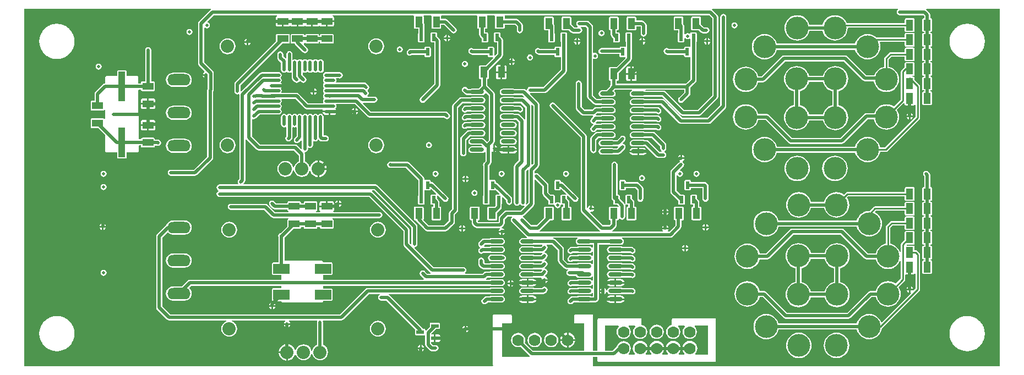
<source format=gbl>
G04 Layer_Physical_Order=4*
G04 Layer_Color=16711680*
%FSAX24Y24*%
%MOIN*%
G70*
G01*
G75*
%ADD10R,0.0984X0.0591*%
%ADD11R,0.0433X0.0669*%
%ADD12R,0.0669X0.0433*%
%ADD13R,0.0236X0.0453*%
%ADD14C,0.0200*%
%ADD15O,0.1400X0.0700*%
%ADD16C,0.0800*%
%ADD17C,0.0700*%
%ADD18C,0.1378*%
%ADD19C,0.0200*%
%ADD21R,0.0453X0.0236*%
%ADD22O,0.0650X0.0217*%
%ADD23O,0.0217X0.0650*%
%ADD24O,0.0866X0.0236*%
%ADD25R,0.0394X0.1811*%
%ADD26C,0.0100*%
G36*
X059055Y-021654D02*
X034436D01*
X034425Y-021637D01*
X034414Y-021604D01*
X034426Y-021586D01*
X034432Y-021555D01*
Y-021084D01*
X034706D01*
Y-021329D01*
X034712Y-021360D01*
X034730Y-021386D01*
X034756Y-021404D01*
X034787Y-021410D01*
X041787D01*
X041819Y-021404D01*
X041845Y-021386D01*
X041863Y-021360D01*
X041869Y-021329D01*
Y-021029D01*
Y-018829D01*
X041863Y-018798D01*
X041845Y-018771D01*
X041819Y-018753D01*
X041787Y-018747D01*
X039287D01*
X039256Y-018753D01*
X039230Y-018771D01*
X039212Y-018798D01*
X039206Y-018829D01*
Y-019129D01*
X039184Y-019159D01*
X039175Y-019160D01*
X039071Y-019203D01*
X038998Y-019259D01*
X038980Y-019271D01*
X038968Y-019289D01*
X038912Y-019362D01*
X038868Y-019466D01*
X038854Y-019579D01*
X038868Y-019691D01*
X038912Y-019796D01*
X038968Y-019869D01*
X038980Y-019886D01*
X038998Y-019898D01*
X039071Y-019954D01*
X039175Y-019998D01*
X039287Y-020012D01*
X039400Y-019998D01*
X039504Y-019954D01*
X039577Y-019898D01*
X039595Y-019886D01*
X039607Y-019869D01*
X039663Y-019796D01*
X039706Y-019691D01*
X039721Y-019579D01*
X039706Y-019466D01*
X039663Y-019362D01*
X039607Y-019289D01*
X039595Y-019271D01*
X039579Y-019260D01*
X039578Y-019255D01*
X039605Y-019210D01*
X039970D01*
X039997Y-019255D01*
X039996Y-019260D01*
X039980Y-019271D01*
X039968Y-019289D01*
X039912Y-019362D01*
X039868Y-019466D01*
X039854Y-019579D01*
X039868Y-019691D01*
X039912Y-019796D01*
X039968Y-019869D01*
X039980Y-019886D01*
X039998Y-019898D01*
X040071Y-019954D01*
X040175Y-019998D01*
X040287Y-020012D01*
X040400Y-019998D01*
X040504Y-019954D01*
X040577Y-019898D01*
X040595Y-019886D01*
X040607Y-019869D01*
X040663Y-019796D01*
X040706Y-019691D01*
X040721Y-019579D01*
X040706Y-019466D01*
X040663Y-019362D01*
X040607Y-019289D01*
X040595Y-019271D01*
X040579Y-019260D01*
X040578Y-019255D01*
X040605Y-019210D01*
X041406D01*
Y-020947D01*
X040624D01*
X040613Y-020914D01*
X040610Y-020897D01*
X040680Y-020806D01*
X040726Y-020696D01*
X040741Y-020579D01*
X040726Y-020461D01*
X040680Y-020352D01*
X040608Y-020258D01*
X040514Y-020186D01*
X040405Y-020140D01*
X040287Y-020125D01*
X040170Y-020140D01*
X040060Y-020186D01*
X039966Y-020258D01*
X039894Y-020352D01*
X039849Y-020461D01*
X039834Y-020579D01*
X039849Y-020696D01*
X039894Y-020806D01*
X039965Y-020897D01*
X039962Y-020914D01*
X039951Y-020947D01*
X039624D01*
X039613Y-020914D01*
X039610Y-020897D01*
X039680Y-020806D01*
X039726Y-020696D01*
X039741Y-020579D01*
X039726Y-020461D01*
X039680Y-020352D01*
X039608Y-020258D01*
X039514Y-020186D01*
X039405Y-020140D01*
X039287Y-020125D01*
X039170Y-020140D01*
X039060Y-020186D01*
X038966Y-020258D01*
X038894Y-020352D01*
X038849Y-020461D01*
X038834Y-020579D01*
X038849Y-020696D01*
X038894Y-020806D01*
X038965Y-020897D01*
X038962Y-020914D01*
X038951Y-020947D01*
X038624D01*
X038613Y-020914D01*
X038610Y-020897D01*
X038680Y-020806D01*
X038726Y-020696D01*
X038741Y-020579D01*
X038726Y-020461D01*
X038680Y-020352D01*
X038608Y-020258D01*
X038514Y-020186D01*
X038405Y-020140D01*
X038287Y-020125D01*
X038170Y-020140D01*
X038060Y-020186D01*
X037966Y-020258D01*
X037894Y-020352D01*
X037849Y-020461D01*
X037834Y-020579D01*
X037849Y-020696D01*
X037894Y-020806D01*
X037965Y-020897D01*
X037962Y-020914D01*
X037951Y-020947D01*
X037624D01*
X037613Y-020914D01*
X037610Y-020897D01*
X037680Y-020806D01*
X037726Y-020696D01*
X037741Y-020579D01*
X037726Y-020461D01*
X037680Y-020352D01*
X037608Y-020258D01*
X037514Y-020186D01*
X037405Y-020140D01*
X037287Y-020125D01*
X037170Y-020140D01*
X037060Y-020186D01*
X036966Y-020258D01*
X036894Y-020352D01*
X036849Y-020461D01*
X036834Y-020579D01*
X036849Y-020696D01*
X036894Y-020806D01*
X036965Y-020897D01*
X036962Y-020914D01*
X036951Y-020947D01*
X036605D01*
X036578Y-020903D01*
X036579Y-020897D01*
X036595Y-020886D01*
X036607Y-020869D01*
X036663Y-020796D01*
X036706Y-020691D01*
X036721Y-020579D01*
X036706Y-020466D01*
X036663Y-020362D01*
X036607Y-020289D01*
X036595Y-020271D01*
X036577Y-020259D01*
X036504Y-020203D01*
X036400Y-020160D01*
X036287Y-020145D01*
X036175Y-020160D01*
X036071Y-020203D01*
X035998Y-020259D01*
X035980Y-020271D01*
X035968Y-020289D01*
X035912Y-020362D01*
X035868Y-020466D01*
X035868Y-020473D01*
X035624Y-020716D01*
X035169D01*
Y-019210D01*
X035970D01*
X035997Y-019255D01*
X035996Y-019260D01*
X035980Y-019271D01*
X035968Y-019289D01*
X035912Y-019362D01*
X035868Y-019466D01*
X035854Y-019579D01*
X035868Y-019691D01*
X035912Y-019796D01*
X035968Y-019869D01*
X035980Y-019886D01*
X035998Y-019898D01*
X036071Y-019954D01*
X036175Y-019998D01*
X036287Y-020012D01*
X036400Y-019998D01*
X036504Y-019954D01*
X036577Y-019898D01*
X036595Y-019886D01*
X036607Y-019869D01*
X036663Y-019796D01*
X036706Y-019691D01*
X036721Y-019579D01*
X036706Y-019466D01*
X036663Y-019362D01*
X036607Y-019289D01*
X036595Y-019271D01*
X036579Y-019260D01*
X036578Y-019255D01*
X036605Y-019210D01*
X036970D01*
X036997Y-019255D01*
X036996Y-019260D01*
X036980Y-019271D01*
X036968Y-019289D01*
X036912Y-019362D01*
X036868Y-019466D01*
X036854Y-019579D01*
X036868Y-019691D01*
X036912Y-019796D01*
X036968Y-019869D01*
X036980Y-019886D01*
X036998Y-019898D01*
X037071Y-019954D01*
X037175Y-019998D01*
X037287Y-020012D01*
X037400Y-019998D01*
X037504Y-019954D01*
X037577Y-019898D01*
X037595Y-019886D01*
X037607Y-019869D01*
X037663Y-019796D01*
X037706Y-019691D01*
X037721Y-019579D01*
X037706Y-019466D01*
X037663Y-019362D01*
X037607Y-019289D01*
X037595Y-019271D01*
X037577Y-019259D01*
X037504Y-019203D01*
X037400Y-019160D01*
X037390Y-019159D01*
X037369Y-019129D01*
Y-018829D01*
X037363Y-018798D01*
X037345Y-018771D01*
X037319Y-018753D01*
X037287Y-018747D01*
X034787D01*
X034756Y-018753D01*
X034730Y-018771D01*
X034712Y-018798D01*
X034706Y-018829D01*
Y-020716D01*
X034432D01*
Y-018602D01*
X034426Y-018571D01*
X034408Y-018545D01*
X034382Y-018527D01*
X034350Y-018521D01*
X033366D01*
X033335Y-018527D01*
X033308Y-018545D01*
X033291Y-018571D01*
X033285Y-018602D01*
Y-018996D01*
X033291Y-019027D01*
X033308Y-019054D01*
X033335Y-019071D01*
X033366Y-019078D01*
X033875D01*
Y-020716D01*
X030795D01*
X030303Y-020224D01*
X030317Y-020191D01*
X030331Y-020079D01*
X030317Y-019966D01*
X030273Y-019862D01*
X030204Y-019772D01*
X030114Y-019703D01*
X030010Y-019660D01*
X029898Y-019645D01*
X029785Y-019660D01*
X029681Y-019703D01*
X029591Y-019772D01*
X029522Y-019862D01*
X029479Y-019966D01*
X029464Y-020079D01*
X029479Y-020191D01*
X029522Y-020296D01*
X029591Y-020385D01*
X029681Y-020454D01*
X029785Y-020498D01*
X029898Y-020512D01*
X030010Y-020498D01*
X030043Y-020484D01*
X030589Y-021030D01*
X030589Y-021030D01*
X030574Y-021080D01*
X028920D01*
Y-019078D01*
X029429D01*
X029460Y-019071D01*
X029487Y-019054D01*
X029504Y-019027D01*
X029511Y-018996D01*
Y-018602D01*
X029504Y-018571D01*
X029487Y-018545D01*
X029460Y-018527D01*
X029429Y-018521D01*
X028445D01*
X028414Y-018527D01*
X028387Y-018545D01*
X028370Y-018571D01*
X028363Y-018602D01*
Y-021161D01*
Y-021555D01*
X028370Y-021586D01*
X028381Y-021604D01*
X028370Y-021637D01*
X028359Y-021654D01*
X000000D01*
Y000000D01*
X011285D01*
X011295Y-000018D01*
X011300Y-000050D01*
X011270Y-000070D01*
X010570Y-000770D01*
X010530Y-000830D01*
X010516Y-000900D01*
Y-003306D01*
X010530Y-003376D01*
X010570Y-003436D01*
X010905Y-003770D01*
X010895Y-003831D01*
X010854Y-003859D01*
X010810Y-003925D01*
X010805Y-003953D01*
X010999D01*
Y-004003D01*
X011049D01*
Y-004199D01*
X011096Y-004233D01*
Y-004822D01*
X011080Y-004846D01*
X011066Y-004916D01*
Y-008950D01*
X010259Y-009757D01*
X008890D01*
X008858Y-009751D01*
X008788Y-009765D01*
X008729Y-009805D01*
X008689Y-009864D01*
X008675Y-009935D01*
X008675Y-009938D01*
X008675Y-009941D01*
X008689Y-010011D01*
X008729Y-010071D01*
X008788Y-010110D01*
X008858Y-010124D01*
X010335D01*
X010405Y-010110D01*
X010464Y-010071D01*
X011380Y-009155D01*
X011420Y-009096D01*
X011434Y-009026D01*
Y-004980D01*
X011450Y-004956D01*
X011464Y-004886D01*
Y-003884D01*
X011450Y-003814D01*
X011410Y-003754D01*
X011246Y-003590D01*
X011240Y-003587D01*
X010884Y-003230D01*
Y-001158D01*
X010934Y-001139D01*
X010980Y-001170D01*
X011050Y-001184D01*
X011120Y-001170D01*
X011180Y-001130D01*
X011220Y-001070D01*
X011234Y-001000D01*
X011220Y-000930D01*
X011180Y-000870D01*
X011120Y-000830D01*
X011103Y-000827D01*
X011087Y-000773D01*
X011476Y-000384D01*
X015290D01*
X015295Y-000434D01*
X015276Y-000437D01*
X015243Y-000459D01*
X015221Y-000492D01*
X015213Y-000531D01*
Y-000698D01*
X015650D01*
Y-000748D01*
X015700D01*
Y-001067D01*
X015984D01*
X016023Y-001059D01*
X016056Y-001037D01*
X016064Y-001025D01*
X016121D01*
X016129Y-001037D01*
X016162Y-001059D01*
X016201Y-001067D01*
X016485D01*
Y-000748D01*
X016585D01*
Y-001067D01*
X016870D01*
X016909Y-001059D01*
X016942Y-001037D01*
X016950Y-001025D01*
X017007D01*
X017015Y-001037D01*
X017048Y-001059D01*
X017087Y-001067D01*
X017371D01*
Y-000748D01*
X017471D01*
Y-001067D01*
X017756D01*
X017795Y-001059D01*
X017828Y-001037D01*
X017835Y-001025D01*
X017893D01*
X017900Y-001037D01*
X017933Y-001059D01*
X017972Y-001067D01*
X018257D01*
Y-000748D01*
X018307D01*
Y-000698D01*
X018744D01*
Y-000531D01*
X018736Y-000492D01*
X018714Y-000459D01*
X018681Y-000437D01*
X018662Y-000434D01*
X018667Y-000384D01*
X023551D01*
X023563Y-000396D01*
X023584Y-000434D01*
X023580Y-000453D01*
Y-001122D01*
X023586Y-001153D01*
X023604Y-001180D01*
X023630Y-001197D01*
X023661Y-001204D01*
X023852D01*
Y-001450D01*
X023842Y-001465D01*
X023836Y-001496D01*
Y-001949D01*
X023842Y-001980D01*
X023860Y-002007D01*
X023886Y-002024D01*
X023917Y-002030D01*
X024154D01*
X024185Y-002024D01*
X024211Y-002007D01*
X024229Y-001980D01*
X024235Y-001949D01*
Y-001496D01*
X024229Y-001465D01*
X024219Y-001450D01*
Y-000945D01*
X024205Y-000875D01*
X024176Y-000831D01*
Y-000453D01*
X024172Y-000434D01*
X024193Y-000396D01*
X024205Y-000384D01*
X024614D01*
X024626Y-000396D01*
X024647Y-000434D01*
X024643Y-000453D01*
Y-001122D01*
X024649Y-001153D01*
X024667Y-001180D01*
X024693Y-001197D01*
X024724Y-001204D01*
X025157D01*
X025189Y-001197D01*
X025215Y-001180D01*
X025233Y-001153D01*
X025239Y-001122D01*
Y-000971D01*
X025411D01*
X025872Y-001431D01*
X025931Y-001471D01*
X026002Y-001485D01*
X026072Y-001471D01*
X026131Y-001431D01*
X026171Y-001372D01*
X026185Y-001302D01*
X026171Y-001231D01*
X026131Y-001172D01*
X025617Y-000658D01*
X025558Y-000618D01*
X025487Y-000604D01*
X025239D01*
Y-000453D01*
X025235Y-000434D01*
X025256Y-000396D01*
X025268Y-000384D01*
X027390D01*
X027402Y-000396D01*
X027422Y-000434D01*
X027418Y-000453D01*
Y-001122D01*
X027425Y-001153D01*
X027442Y-001180D01*
X027469Y-001197D01*
X027500Y-001204D01*
X027533D01*
Y-001565D01*
X027547Y-001635D01*
X027587Y-001695D01*
X027674Y-001782D01*
Y-001949D01*
X027681Y-001980D01*
X027698Y-002007D01*
X027725Y-002024D01*
X027756Y-002030D01*
X027992D01*
X028023Y-002024D01*
X028050Y-002007D01*
X028067Y-001980D01*
X028074Y-001949D01*
Y-001496D01*
X028067Y-001465D01*
X028050Y-001438D01*
X028023Y-001421D01*
X027992Y-001415D01*
X027900D01*
Y-001204D01*
X027933D01*
X027964Y-001197D01*
X027991Y-001180D01*
X028008Y-001153D01*
X028015Y-001122D01*
Y-000453D01*
X028011Y-000434D01*
X028031Y-000396D01*
X028043Y-000384D01*
X028453D01*
X028465Y-000396D01*
X028485Y-000434D01*
X028481Y-000453D01*
Y-001122D01*
X028488Y-001153D01*
X028505Y-001180D01*
X028532Y-001197D01*
X028563Y-001204D01*
X028996D01*
X029027Y-001197D01*
X029054Y-001180D01*
X029071Y-001153D01*
X029078Y-001122D01*
Y-000971D01*
X029711D01*
X029818Y-001078D01*
Y-001302D01*
X029832Y-001372D01*
X029872Y-001431D01*
X029931Y-001471D01*
X030002Y-001485D01*
X030072Y-001471D01*
X030131Y-001431D01*
X030171Y-001372D01*
X030185Y-001302D01*
Y-001002D01*
X030171Y-000931D01*
X030131Y-000872D01*
X029917Y-000658D01*
X029858Y-000618D01*
X029787Y-000604D01*
X029078D01*
Y-000453D01*
X029074Y-000434D01*
X029094Y-000396D01*
X029106Y-000384D01*
X041463D01*
X041647Y-000568D01*
Y-005239D01*
X040770Y-006116D01*
X039938D01*
X038833Y-005010D01*
X038773Y-004970D01*
X038703Y-004956D01*
X037600D01*
X037595Y-004952D01*
X037616Y-004902D01*
X039954D01*
Y-005062D01*
X039653Y-005363D01*
X039634Y-005376D01*
X039594Y-005435D01*
X039580Y-005506D01*
X039581Y-005509D01*
X039580Y-005512D01*
X039594Y-005582D01*
X039634Y-005642D01*
X039694Y-005681D01*
X039764Y-005695D01*
X039834Y-005681D01*
X039894Y-005642D01*
X040268Y-005268D01*
X040307Y-005208D01*
X040321Y-005138D01*
Y-004776D01*
X040642Y-004456D01*
X040681Y-004396D01*
X040695Y-004326D01*
Y-001995D01*
X040705Y-001980D01*
X040711Y-001949D01*
Y-001496D01*
X040705Y-001465D01*
X040688Y-001438D01*
X040661Y-001421D01*
X040630Y-001415D01*
X040394D01*
X040362Y-001421D01*
X040336Y-001438D01*
X040318Y-001465D01*
X040314Y-001487D01*
X040313Y-001488D01*
X040288Y-001502D01*
X040262Y-001508D01*
X040220Y-001480D01*
X040150Y-001466D01*
X040080Y-001480D01*
X040020Y-001520D01*
X040013Y-001530D01*
X039963Y-001515D01*
Y-001496D01*
X039957Y-001465D01*
X039947Y-001450D01*
Y-001043D01*
X039933Y-000973D01*
X039904Y-000930D01*
Y-000551D01*
X039898Y-000520D01*
X039881Y-000494D01*
X039854Y-000476D01*
X039823Y-000470D01*
X039390D01*
X039359Y-000476D01*
X039332Y-000494D01*
X039314Y-000520D01*
X039308Y-000551D01*
Y-001220D01*
X039314Y-001252D01*
X039332Y-001278D01*
X039359Y-001296D01*
X039390Y-001302D01*
X039580D01*
Y-001450D01*
X039570Y-001465D01*
X039564Y-001496D01*
Y-001949D01*
X039570Y-001980D01*
X039588Y-002007D01*
X039614Y-002024D01*
X039646Y-002030D01*
X039882D01*
X039913Y-002024D01*
X039940Y-002007D01*
X039957Y-001980D01*
X039963Y-001949D01*
Y-001785D01*
X040013Y-001770D01*
X040020Y-001780D01*
X040080Y-001820D01*
X040150Y-001834D01*
X040220Y-001820D01*
X040262Y-001792D01*
X040312Y-001814D01*
Y-001949D01*
X040318Y-001980D01*
X040328Y-001995D01*
Y-002274D01*
X040311Y-002288D01*
X040278Y-002305D01*
X040256Y-002300D01*
X040020D01*
X039988Y-002307D01*
X039962Y-002324D01*
X039944Y-002351D01*
X039938Y-002382D01*
Y-002425D01*
X039009D01*
X039008Y-002423D01*
X038948Y-002383D01*
X038878Y-002369D01*
X038808Y-002383D01*
X038748Y-002423D01*
X038708Y-002483D01*
X038694Y-002553D01*
Y-002559D01*
X038708Y-002629D01*
X038748Y-002689D01*
X038767Y-002702D01*
X038804Y-002738D01*
X038863Y-002778D01*
X038933Y-002792D01*
X039938D01*
Y-002835D01*
X039944Y-002866D01*
X039962Y-002892D01*
X039988Y-002910D01*
X040020Y-002916D01*
X040256D01*
X040278Y-002912D01*
X040311Y-002929D01*
X040328Y-002943D01*
Y-004250D01*
X040044Y-004535D01*
X035872D01*
Y-004353D01*
X035906D01*
X035937Y-004347D01*
X035963Y-004329D01*
X035981Y-004303D01*
X035987Y-004272D01*
Y-003898D01*
X036724Y-003161D01*
X036764Y-003102D01*
X036778Y-003031D01*
Y-001995D01*
X036788Y-001980D01*
X036794Y-001949D01*
Y-001496D01*
X036788Y-001465D01*
X036770Y-001438D01*
X036744Y-001421D01*
X036713Y-001415D01*
X036476D01*
X036445Y-001421D01*
X036419Y-001438D01*
X036401Y-001465D01*
X036395Y-001496D01*
Y-001949D01*
X036401Y-001980D01*
X036411Y-001995D01*
Y-002274D01*
X036394Y-002288D01*
X036361Y-002305D01*
X036339Y-002300D01*
X036102D01*
X036071Y-002307D01*
X036045Y-002324D01*
X036027Y-002351D01*
X036023Y-002369D01*
X034941D01*
X034871Y-002383D01*
X034811Y-002423D01*
X034771Y-002483D01*
X034757Y-002553D01*
Y-002559D01*
X034771Y-002629D01*
X034811Y-002689D01*
X034871Y-002729D01*
X034941Y-002743D01*
X034973Y-002736D01*
X036021D01*
Y-002835D01*
X036027Y-002866D01*
X036045Y-002892D01*
X036071Y-002910D01*
X036102Y-002916D01*
X036339D01*
X036361Y-002912D01*
X036376Y-002920D01*
X036388Y-002962D01*
X036384Y-002983D01*
X035846Y-003521D01*
X035472D01*
X035441Y-003527D01*
X035415Y-003545D01*
X035397Y-003571D01*
X035391Y-003602D01*
Y-004272D01*
X035397Y-004303D01*
X035415Y-004329D01*
X035441Y-004347D01*
X035472Y-004353D01*
X035505D01*
Y-004585D01*
X035500Y-004588D01*
X035460Y-004648D01*
X035449Y-004707D01*
X035218Y-004938D01*
X034961D01*
X034883Y-004953D01*
X034818Y-004997D01*
X034774Y-005062D01*
X034759Y-005140D01*
X034774Y-005217D01*
X034818Y-005283D01*
X034883Y-005326D01*
X034961Y-005342D01*
X035591D01*
X035668Y-005326D01*
X035733Y-005283D01*
X035777Y-005217D01*
X035793Y-005140D01*
X035777Y-005062D01*
X035733Y-004997D01*
X035733Y-004997D01*
X035728Y-004947D01*
X035773Y-004902D01*
X036776D01*
X036781Y-004952D01*
X036773Y-004953D01*
X036708Y-004997D01*
X036664Y-005062D01*
X036648Y-005140D01*
X036664Y-005217D01*
X036708Y-005283D01*
X036773Y-005326D01*
X036850Y-005342D01*
X037480D01*
X037558Y-005326D01*
X037562Y-005323D01*
X038627D01*
X039732Y-006429D01*
X039792Y-006469D01*
X039862Y-006483D01*
X040846D01*
X040917Y-006469D01*
X040976Y-006429D01*
X041960Y-005445D01*
X042000Y-005385D01*
X042014Y-005315D01*
Y-000492D01*
X042000Y-000422D01*
X041960Y-000362D01*
X041668Y-000070D01*
X041638Y-000050D01*
X041653Y000000D01*
X052885D01*
X052901Y-000050D01*
X052870Y-000070D01*
X052830Y-000130D01*
X052816Y-000200D01*
X052830Y-000270D01*
X052870Y-000330D01*
X052930Y-000370D01*
X053000Y-000384D01*
X054424D01*
X054482Y-000441D01*
Y-000568D01*
X054449D01*
X054418Y-000574D01*
X054391Y-000592D01*
X054373Y-000618D01*
X054367Y-000650D01*
Y-001319D01*
X054373Y-001350D01*
X054391Y-001377D01*
X054418Y-001394D01*
X054449Y-001400D01*
X054482D01*
Y-001454D01*
X054449D01*
X054418Y-001460D01*
X054391Y-001478D01*
X054373Y-001504D01*
X054367Y-001535D01*
Y-002205D01*
X054373Y-002236D01*
X054391Y-002262D01*
X054418Y-002280D01*
X054449Y-002286D01*
X054482D01*
Y-002340D01*
X054449D01*
X054418Y-002346D01*
X054391Y-002364D01*
X054373Y-002390D01*
X054367Y-002421D01*
Y-003091D01*
X054373Y-003122D01*
X054391Y-003148D01*
X054418Y-003166D01*
X054449Y-003172D01*
X054482D01*
Y-003226D01*
X054449D01*
X054418Y-003232D01*
X054391Y-003249D01*
X054373Y-003276D01*
X054367Y-003307D01*
Y-003976D01*
X054373Y-004008D01*
X054391Y-004034D01*
X054418Y-004052D01*
X054449Y-004058D01*
X054482D01*
Y-004111D01*
X054449D01*
X054418Y-004118D01*
X054391Y-004135D01*
X054373Y-004162D01*
X054367Y-004193D01*
Y-004862D01*
X054373Y-004893D01*
X054391Y-004920D01*
X054418Y-004938D01*
X054449Y-004944D01*
X054482D01*
Y-004997D01*
X054449D01*
X054418Y-005003D01*
X054391Y-005021D01*
X054373Y-005048D01*
X054367Y-005079D01*
Y-005748D01*
X054373Y-005779D01*
X054391Y-005806D01*
X054418Y-005823D01*
X054449Y-005830D01*
X054882D01*
X054913Y-005823D01*
X054940Y-005806D01*
X054957Y-005779D01*
X054963Y-005748D01*
Y-005079D01*
X054957Y-005048D01*
X054940Y-005021D01*
X054913Y-005003D01*
X054882Y-004997D01*
X054849D01*
Y-004944D01*
X054882D01*
X054913Y-004938D01*
X054940Y-004920D01*
X054957Y-004893D01*
X054963Y-004862D01*
Y-004193D01*
X054957Y-004162D01*
X054940Y-004135D01*
X054913Y-004118D01*
X054882Y-004111D01*
X054849D01*
Y-004058D01*
X054882D01*
X054913Y-004052D01*
X054940Y-004034D01*
X054957Y-004008D01*
X054963Y-003976D01*
Y-003307D01*
X054957Y-003276D01*
X054940Y-003249D01*
X054913Y-003232D01*
X054882Y-003226D01*
X054849D01*
Y-003172D01*
X054882D01*
X054913Y-003166D01*
X054940Y-003148D01*
X054957Y-003122D01*
X054963Y-003091D01*
Y-002421D01*
X054957Y-002390D01*
X054940Y-002364D01*
X054913Y-002346D01*
X054882Y-002340D01*
X054849D01*
Y-002286D01*
X054882D01*
X054913Y-002280D01*
X054940Y-002262D01*
X054957Y-002236D01*
X054963Y-002205D01*
Y-001535D01*
X054957Y-001504D01*
X054940Y-001478D01*
X054913Y-001460D01*
X054882Y-001454D01*
X054849D01*
Y-001400D01*
X054882D01*
X054913Y-001394D01*
X054940Y-001377D01*
X054957Y-001350D01*
X054963Y-001319D01*
Y-000650D01*
X054957Y-000618D01*
X054940Y-000592D01*
X054913Y-000574D01*
X054882Y-000568D01*
X054849D01*
Y-000365D01*
X054835Y-000295D01*
X054795Y-000236D01*
X054630Y-000070D01*
X054599Y-000050D01*
X054615Y000000D01*
X059055D01*
Y-021654D01*
D02*
G37*
%LPC*%
G36*
X041200Y-013300D02*
X041056D01*
X041062Y-013328D01*
X041106Y-013394D01*
X041172Y-013438D01*
X041200Y-013444D01*
Y-013300D01*
D02*
G37*
G36*
X041444D02*
X041300D01*
Y-013444D01*
X041328Y-013438D01*
X041394Y-013394D01*
X041438Y-013328D01*
X041444Y-013300D01*
D02*
G37*
G36*
X053819Y-012576D02*
X053386D01*
X053355Y-012582D01*
X053328Y-012600D01*
X053310Y-012626D01*
X053304Y-012657D01*
Y-012860D01*
X052508D01*
X052457Y-012870D01*
X052414Y-012898D01*
X052197Y-013116D01*
X052168Y-013159D01*
X052158Y-013209D01*
Y-014241D01*
X052140Y-014243D01*
X051995Y-014287D01*
X051861Y-014358D01*
X051744Y-014454D01*
X051648Y-014571D01*
X051577Y-014705D01*
X051543Y-014817D01*
X051076D01*
X049630Y-013370D01*
X049570Y-013330D01*
X049500Y-013316D01*
X046500D01*
X046430Y-013330D01*
X046370Y-013370D01*
X044924Y-014817D01*
X044520D01*
X044486Y-014705D01*
X044415Y-014571D01*
X044319Y-014454D01*
X044202Y-014358D01*
X044068Y-014287D01*
X043923Y-014243D01*
X043772Y-014228D01*
X043622Y-014243D01*
X043477Y-014287D01*
X043343Y-014358D01*
X043226Y-014454D01*
X043130Y-014571D01*
X043058Y-014705D01*
X043014Y-014850D01*
X043000Y-015000D01*
X043014Y-015151D01*
X043058Y-015296D01*
X043130Y-015430D01*
X043226Y-015547D01*
X043343Y-015643D01*
X043477Y-015714D01*
X043622Y-015758D01*
X043772Y-015773D01*
X043923Y-015758D01*
X044068Y-015714D01*
X044202Y-015643D01*
X044319Y-015547D01*
X044415Y-015430D01*
X044486Y-015296D01*
X044520Y-015184D01*
X045000D01*
X045070Y-015170D01*
X045129Y-015130D01*
X046576Y-013684D01*
X049424D01*
X050871Y-015130D01*
X050930Y-015170D01*
X051000Y-015184D01*
X051543D01*
X051577Y-015296D01*
X051648Y-015430D01*
X051744Y-015547D01*
X051861Y-015643D01*
X051995Y-015714D01*
X052140Y-015758D01*
X052291Y-015773D01*
X052441Y-015758D01*
X052586Y-015714D01*
X052720Y-015643D01*
X052837Y-015547D01*
X052933Y-015430D01*
X053005Y-015296D01*
X053017Y-015254D01*
X053067Y-015261D01*
Y-016345D01*
X052749Y-016664D01*
X052720Y-016641D01*
X052586Y-016569D01*
X052441Y-016525D01*
X052291Y-016510D01*
X052140Y-016525D01*
X051995Y-016569D01*
X051861Y-016641D01*
X051744Y-016737D01*
X051648Y-016854D01*
X051577Y-016987D01*
X051543Y-017099D01*
X051217D01*
X051147Y-017113D01*
X051087Y-017153D01*
X049824Y-018416D01*
X046176D01*
X044913Y-017153D01*
X044853Y-017113D01*
X044783Y-017099D01*
X044520D01*
X044486Y-016987D01*
X044415Y-016854D01*
X044319Y-016737D01*
X044202Y-016641D01*
X044068Y-016569D01*
X043923Y-016525D01*
X043772Y-016510D01*
X043622Y-016525D01*
X043477Y-016569D01*
X043343Y-016641D01*
X043226Y-016737D01*
X043130Y-016854D01*
X043058Y-016987D01*
X043014Y-017132D01*
X043000Y-017283D01*
X043014Y-017434D01*
X043058Y-017579D01*
X043130Y-017712D01*
X043226Y-017829D01*
X043343Y-017925D01*
X043477Y-017997D01*
X043622Y-018041D01*
X043772Y-018056D01*
X043923Y-018041D01*
X044068Y-017997D01*
X044202Y-017925D01*
X044319Y-017829D01*
X044415Y-017712D01*
X044486Y-017579D01*
X044520Y-017467D01*
X044707D01*
X045970Y-018730D01*
X046030Y-018770D01*
X046100Y-018784D01*
X049900D01*
X049970Y-018770D01*
X050030Y-018730D01*
X051293Y-017467D01*
X051543D01*
X051577Y-017579D01*
X051648Y-017712D01*
X051744Y-017829D01*
X051861Y-017925D01*
X051995Y-017997D01*
X052140Y-018041D01*
X052291Y-018056D01*
X052441Y-018041D01*
X052586Y-017997D01*
X052720Y-017925D01*
X052837Y-017829D01*
X052933Y-017712D01*
X053005Y-017579D01*
X053049Y-017434D01*
X053063Y-017283D01*
X053049Y-017132D01*
X053005Y-016987D01*
X052933Y-016854D01*
X053294Y-016494D01*
X053322Y-016451D01*
X053333Y-016400D01*
Y-016124D01*
X053383Y-016086D01*
X053386Y-016086D01*
X053552D01*
Y-015650D01*
X053652D01*
Y-016086D01*
X053819D01*
X053858Y-016078D01*
X053891Y-016056D01*
X053913Y-016023D01*
X053917Y-016001D01*
X053967Y-016006D01*
Y-016945D01*
X053843Y-017070D01*
X053802Y-017048D01*
X053652D01*
Y-017197D01*
X053674Y-017238D01*
X051918Y-018995D01*
X051869Y-018983D01*
X051863Y-018964D01*
X051792Y-018830D01*
X051696Y-018713D01*
X051579Y-018617D01*
X051445Y-018546D01*
X051300Y-018502D01*
X051149Y-018487D01*
X050999Y-018502D01*
X050854Y-018546D01*
X050720Y-018617D01*
X050603Y-018713D01*
X050507Y-018830D01*
X050436Y-018964D01*
X050402Y-019076D01*
X045661D01*
X045627Y-018964D01*
X045556Y-018830D01*
X045460Y-018713D01*
X045343Y-018617D01*
X045209Y-018546D01*
X045064Y-018502D01*
X044914Y-018487D01*
X044763Y-018502D01*
X044618Y-018546D01*
X044484Y-018617D01*
X044367Y-018713D01*
X044271Y-018830D01*
X044200Y-018964D01*
X044156Y-019109D01*
X044141Y-019260D01*
X044156Y-019410D01*
X044200Y-019555D01*
X044271Y-019689D01*
X044367Y-019806D01*
X044484Y-019902D01*
X044618Y-019974D01*
X044763Y-020018D01*
X044914Y-020032D01*
X045064Y-020018D01*
X045209Y-019974D01*
X045343Y-019902D01*
X045460Y-019806D01*
X045556Y-019689D01*
X045627Y-019555D01*
X045661Y-019443D01*
X050402D01*
X050436Y-019555D01*
X050507Y-019689D01*
X050603Y-019806D01*
X050720Y-019902D01*
X050854Y-019974D01*
X050999Y-020018D01*
X051149Y-020032D01*
X051300Y-020018D01*
X051445Y-019974D01*
X051579Y-019902D01*
X051696Y-019806D01*
X051792Y-019689D01*
X051863Y-019555D01*
X051907Y-019410D01*
X051911Y-019369D01*
X051934Y-019353D01*
X054194Y-017094D01*
X054222Y-017051D01*
X054233Y-017000D01*
Y-014900D01*
X054222Y-014849D01*
X054194Y-014806D01*
X054058Y-014670D01*
X054015Y-014641D01*
X053964Y-014631D01*
X053900D01*
Y-014429D01*
X053894Y-014398D01*
X053877Y-014371D01*
X053850Y-014354D01*
X053819Y-014348D01*
X053439D01*
X053438Y-014347D01*
X053416Y-014298D01*
X053419Y-014294D01*
X053819D01*
X053850Y-014288D01*
X053877Y-014270D01*
X053894Y-014244D01*
X053900Y-014213D01*
Y-013543D01*
X053894Y-013512D01*
X053877Y-013486D01*
X053850Y-013468D01*
X053819Y-013462D01*
X053386D01*
X053355Y-013468D01*
X053328Y-013486D01*
X053310Y-013512D01*
X053304Y-013543D01*
Y-013989D01*
X053106Y-014187D01*
X053078Y-014230D01*
X053067Y-014280D01*
Y-014740D01*
X053017Y-014747D01*
X053005Y-014705D01*
X052933Y-014571D01*
X052837Y-014454D01*
X052720Y-014358D01*
X052586Y-014287D01*
X052441Y-014243D01*
X052423Y-014241D01*
Y-013264D01*
X052563Y-013125D01*
X053304D01*
Y-013327D01*
X053310Y-013358D01*
X053328Y-013384D01*
X053355Y-013402D01*
X053386Y-013408D01*
X053819D01*
X053850Y-013402D01*
X053877Y-013384D01*
X053894Y-013358D01*
X053900Y-013327D01*
Y-012657D01*
X053894Y-012626D01*
X053877Y-012600D01*
X053850Y-012582D01*
X053819Y-012576D01*
D02*
G37*
G36*
X009700Y-012822D02*
X009000D01*
X008888Y-012837D01*
X008784Y-012880D01*
X008694Y-012949D01*
X008625Y-013039D01*
X008599Y-013103D01*
X008563Y-013126D01*
X008040Y-013650D01*
X008000Y-013709D01*
X007986Y-013780D01*
Y-018110D01*
X008000Y-018180D01*
X008040Y-018240D01*
X008630Y-018831D01*
X008690Y-018870D01*
X008760Y-018884D01*
X012237D01*
X012247Y-018934D01*
X012160Y-018970D01*
X012059Y-019047D01*
X011982Y-019148D01*
X011934Y-019264D01*
X011917Y-019390D01*
X011934Y-019515D01*
X011982Y-019632D01*
X012059Y-019732D01*
X012160Y-019809D01*
X012276Y-019857D01*
X012402Y-019874D01*
X012527Y-019857D01*
X012644Y-019809D01*
X012744Y-019732D01*
X012821Y-019632D01*
X012869Y-019515D01*
X012886Y-019390D01*
X012869Y-019264D01*
X012821Y-019148D01*
X012744Y-019047D01*
X012644Y-018970D01*
X012556Y-018934D01*
X012566Y-018884D01*
X015777D01*
X015792Y-018934D01*
X015757Y-018957D01*
X015713Y-019024D01*
X015708Y-019052D01*
X016096D01*
X016090Y-019024D01*
X016046Y-018957D01*
X016011Y-018934D01*
X016026Y-018884D01*
X017708D01*
X017728Y-018921D01*
X017730Y-018934D01*
X017716Y-019000D01*
X017718Y-019008D01*
Y-020376D01*
X017659Y-020400D01*
X017559Y-020477D01*
X017482Y-020578D01*
X017434Y-020694D01*
X017427Y-020749D01*
X017376D01*
X017369Y-020694D01*
X017321Y-020578D01*
X017244Y-020477D01*
X017144Y-020400D01*
X017027Y-020352D01*
X016902Y-020336D01*
X016776Y-020352D01*
X016659Y-020400D01*
X016559Y-020477D01*
X016482Y-020578D01*
X016438Y-020684D01*
X016403Y-020688D01*
X016387Y-020684D01*
X016338Y-020568D01*
X016258Y-020463D01*
X016154Y-020383D01*
X016032Y-020333D01*
X015952Y-020322D01*
Y-020820D01*
Y-021317D01*
X016032Y-021307D01*
X016154Y-021257D01*
X016258Y-021176D01*
X016338Y-021072D01*
X016387Y-020955D01*
X016403Y-020952D01*
X016438Y-020956D01*
X016482Y-021062D01*
X016559Y-021162D01*
X016659Y-021239D01*
X016776Y-021287D01*
X016902Y-021304D01*
X017027Y-021287D01*
X017144Y-021239D01*
X017244Y-021162D01*
X017321Y-021062D01*
X017369Y-020945D01*
X017376Y-020891D01*
X017427D01*
X017434Y-020945D01*
X017482Y-021062D01*
X017559Y-021162D01*
X017659Y-021239D01*
X017776Y-021287D01*
X017902Y-021304D01*
X018027Y-021287D01*
X018144Y-021239D01*
X018244Y-021162D01*
X018321Y-021062D01*
X018369Y-020945D01*
X018386Y-020820D01*
X018369Y-020694D01*
X018321Y-020578D01*
X018244Y-020477D01*
X018144Y-020400D01*
X018085Y-020376D01*
Y-019002D01*
X018072Y-018934D01*
X018072Y-018930D01*
X018100Y-018884D01*
X019193D01*
X019263Y-018870D01*
X019323Y-018831D01*
X020873Y-017280D01*
X021527D01*
X021532Y-017330D01*
X021530Y-017330D01*
X021470Y-017370D01*
X021430Y-017430D01*
X021416Y-017500D01*
X021430Y-017570D01*
X021470Y-017630D01*
X021471Y-017630D01*
X021472Y-017631D01*
X021531Y-017671D01*
X021602Y-017685D01*
X021609Y-017684D01*
X021924D01*
X023670Y-019430D01*
X023665Y-019437D01*
X023659Y-019468D01*
Y-019705D01*
X023665Y-019736D01*
X023682Y-019762D01*
X023709Y-019780D01*
X023740Y-019786D01*
X024193D01*
X024212Y-019782D01*
X024249Y-019803D01*
X024262Y-019815D01*
Y-020346D01*
X024276Y-020416D01*
X024316Y-020476D01*
X024535Y-020694D01*
X024594Y-020734D01*
X024665Y-020748D01*
X024902D01*
X024972Y-020734D01*
X025031Y-020694D01*
X025071Y-020635D01*
X025085Y-020565D01*
X025071Y-020494D01*
X025031Y-020435D01*
X024972Y-020395D01*
X024902Y-020381D01*
X024741D01*
X024630Y-020270D01*
Y-020181D01*
X024802D01*
Y-019961D01*
Y-019741D01*
X024640D01*
X024634Y-019691D01*
X024912Y-019412D01*
X025079D01*
X025110Y-019406D01*
X025136Y-019388D01*
X025154Y-019362D01*
X025160Y-019331D01*
Y-019094D01*
X025154Y-019063D01*
X025136Y-019037D01*
X025110Y-019019D01*
X025079Y-019013D01*
X024626D01*
X024595Y-019019D01*
X024568Y-019037D01*
X024551Y-019063D01*
X024544Y-019094D01*
Y-019261D01*
X024324Y-019481D01*
X024289Y-019473D01*
X024273Y-019463D01*
X024268Y-019437D01*
X024251Y-019411D01*
X024224Y-019393D01*
X024193Y-019387D01*
X024130D01*
X024096Y-019337D01*
X022130Y-017370D01*
X022070Y-017330D01*
X022068Y-017330D01*
X022073Y-017280D01*
X028186D01*
X028190Y-017283D01*
X028268Y-017298D01*
X028898D01*
X028975Y-017283D01*
X029040Y-017239D01*
X029084Y-017174D01*
X029100Y-017096D01*
X029084Y-017019D01*
X029040Y-016954D01*
X028975Y-016910D01*
X028898Y-016894D01*
X028268D01*
X028190Y-016910D01*
X028186Y-016913D01*
X020797D01*
X020727Y-016927D01*
X020667Y-016967D01*
X019117Y-018517D01*
X008836D01*
X008353Y-018034D01*
Y-013856D01*
X008649Y-013560D01*
X008694Y-013563D01*
X008784Y-013632D01*
X008888Y-013675D01*
X009000Y-013690D01*
X009700D01*
X009813Y-013675D01*
X009917Y-013632D01*
X010007Y-013563D01*
X010076Y-013473D01*
X010119Y-013368D01*
X010134Y-013256D01*
X010119Y-013144D01*
X010076Y-013039D01*
X010007Y-012949D01*
X009917Y-012880D01*
X009813Y-012837D01*
X009700Y-012822D01*
D02*
G37*
G36*
X029096Y-013552D02*
X028952D01*
Y-013696D01*
X028980Y-013690D01*
X029046Y-013646D01*
X029090Y-013580D01*
X029096Y-013552D01*
D02*
G37*
G36*
X026696Y-013352D02*
X026552D01*
Y-013496D01*
X026580Y-013490D01*
X026646Y-013446D01*
X026690Y-013380D01*
X026696Y-013352D01*
D02*
G37*
G36*
X026452D02*
X026308D01*
X026313Y-013380D01*
X026357Y-013446D01*
X026424Y-013490D01*
X026452Y-013496D01*
Y-013352D01*
D02*
G37*
G36*
X038852Y-013108D02*
Y-013252D01*
X038996D01*
X038990Y-013224D01*
X038946Y-013157D01*
X038880Y-013113D01*
X038852Y-013108D01*
D02*
G37*
G36*
X038752D02*
X038724Y-013113D01*
X038657Y-013157D01*
X038613Y-013224D01*
X038608Y-013252D01*
X038752D01*
Y-013108D01*
D02*
G37*
G36*
X041300Y-013056D02*
Y-013200D01*
X041444D01*
X041438Y-013172D01*
X041394Y-013106D01*
X041328Y-013062D01*
X041300Y-013056D01*
D02*
G37*
G36*
X041200D02*
X041172Y-013062D01*
X041106Y-013106D01*
X041062Y-013172D01*
X041056Y-013200D01*
X041200D01*
Y-013056D01*
D02*
G37*
G36*
X004944Y-013250D02*
X004800D01*
Y-013394D01*
X004828Y-013388D01*
X004894Y-013344D01*
X004938Y-013278D01*
X004944Y-013250D01*
D02*
G37*
G36*
X004700D02*
X004556D01*
X004562Y-013278D01*
X004606Y-013344D01*
X004672Y-013388D01*
X004700Y-013394D01*
Y-013250D01*
D02*
G37*
G36*
X026552Y-013108D02*
Y-013252D01*
X026696D01*
X026690Y-013224D01*
X026646Y-013157D01*
X026580Y-013113D01*
X026552Y-013108D01*
D02*
G37*
G36*
X026452D02*
X026424Y-013113D01*
X026357Y-013157D01*
X026313Y-013224D01*
X026308Y-013252D01*
X026452D01*
Y-013108D01*
D02*
G37*
G36*
X028898Y-014894D02*
X028268D01*
X028190Y-014910D01*
X028125Y-014954D01*
X028081Y-015019D01*
X028066Y-015096D01*
X028081Y-015174D01*
X028125Y-015239D01*
X028190Y-015283D01*
X028268Y-015298D01*
X028898D01*
X028975Y-015283D01*
X028982Y-015279D01*
X029045Y-015266D01*
X029104Y-015226D01*
X029144Y-015167D01*
X029158Y-015096D01*
X029144Y-015026D01*
X029104Y-014967D01*
X029045Y-014927D01*
X028982Y-014914D01*
X028975Y-014910D01*
X028898Y-014894D01*
D02*
G37*
G36*
X036102Y-014394D02*
X035472D01*
X035395Y-014410D01*
X035330Y-014454D01*
X035286Y-014519D01*
X035270Y-014596D01*
X035286Y-014674D01*
X035330Y-014739D01*
X035395Y-014783D01*
X035472Y-014798D01*
X036102D01*
X036180Y-014783D01*
X036184Y-014780D01*
X036666D01*
X036681Y-014795D01*
X036741Y-014835D01*
X036811Y-014849D01*
X036881Y-014835D01*
X036941Y-014795D01*
X036981Y-014736D01*
X036995Y-014665D01*
X036994Y-014662D01*
X036995Y-014659D01*
X036981Y-014589D01*
X036941Y-014529D01*
X036922Y-014517D01*
X036872Y-014467D01*
X036812Y-014427D01*
X036742Y-014413D01*
X036184D01*
X036180Y-014410D01*
X036102Y-014394D01*
D02*
G37*
G36*
X049201Y-014200D02*
X049050Y-014215D01*
X048905Y-014259D01*
X048771Y-014330D01*
X048654Y-014426D01*
X048558Y-014543D01*
X048487Y-014677D01*
X048453Y-014789D01*
X047610D01*
X047576Y-014677D01*
X047505Y-014543D01*
X047409Y-014426D01*
X047292Y-014330D01*
X047158Y-014259D01*
X047013Y-014215D01*
X046862Y-014200D01*
X046712Y-014215D01*
X046567Y-014259D01*
X046433Y-014330D01*
X046316Y-014426D01*
X046220Y-014543D01*
X046148Y-014677D01*
X046104Y-014822D01*
X046090Y-014972D01*
X046104Y-015123D01*
X046148Y-015268D01*
X046220Y-015402D01*
X046316Y-015519D01*
X046433Y-015615D01*
X046567Y-015686D01*
X046679Y-015720D01*
Y-016563D01*
X046567Y-016597D01*
X046433Y-016668D01*
X046316Y-016765D01*
X046220Y-016882D01*
X046148Y-017015D01*
X046104Y-017160D01*
X046090Y-017311D01*
X046104Y-017462D01*
X046148Y-017607D01*
X046220Y-017740D01*
X046316Y-017857D01*
X046433Y-017953D01*
X046567Y-018025D01*
X046712Y-018069D01*
X046862Y-018084D01*
X047013Y-018069D01*
X047158Y-018025D01*
X047292Y-017953D01*
X047409Y-017857D01*
X047505Y-017740D01*
X047576Y-017607D01*
X047610Y-017494D01*
X048453D01*
X048487Y-017607D01*
X048558Y-017740D01*
X048654Y-017857D01*
X048771Y-017953D01*
X048905Y-018025D01*
X049050Y-018069D01*
X049201Y-018084D01*
X049351Y-018069D01*
X049496Y-018025D01*
X049630Y-017953D01*
X049747Y-017857D01*
X049843Y-017740D01*
X049915Y-017607D01*
X049959Y-017462D01*
X049973Y-017311D01*
X049959Y-017160D01*
X049915Y-017015D01*
X049843Y-016882D01*
X049747Y-016765D01*
X049630Y-016668D01*
X049496Y-016597D01*
X049384Y-016563D01*
Y-015720D01*
X049496Y-015686D01*
X049630Y-015615D01*
X049747Y-015519D01*
X049843Y-015402D01*
X049915Y-015268D01*
X049959Y-015123D01*
X049973Y-014972D01*
X049959Y-014822D01*
X049915Y-014677D01*
X049843Y-014543D01*
X049747Y-014426D01*
X049630Y-014330D01*
X049496Y-014259D01*
X049351Y-014215D01*
X049201Y-014200D01*
D02*
G37*
G36*
X036102Y-014894D02*
X035472D01*
X035395Y-014910D01*
X035330Y-014954D01*
X035286Y-015019D01*
X035270Y-015096D01*
X035286Y-015174D01*
X035330Y-015239D01*
X035395Y-015283D01*
X035472Y-015298D01*
X036102D01*
X036180Y-015283D01*
X036184Y-015280D01*
X036674D01*
X036681Y-015287D01*
X036741Y-015327D01*
X036811Y-015341D01*
X036881Y-015327D01*
X036941Y-015287D01*
X036981Y-015228D01*
X036995Y-015157D01*
X036994Y-015154D01*
X036995Y-015151D01*
X036981Y-015081D01*
X036941Y-015021D01*
X036922Y-015009D01*
X036880Y-014967D01*
X036820Y-014927D01*
X036750Y-014913D01*
X036184D01*
X036180Y-014910D01*
X036102Y-014894D01*
D02*
G37*
G36*
Y-015394D02*
X035472D01*
X035395Y-015410D01*
X035330Y-015454D01*
X035286Y-015519D01*
X035270Y-015596D01*
X035286Y-015674D01*
X035330Y-015739D01*
X035395Y-015783D01*
X035472Y-015798D01*
X036102D01*
X036180Y-015783D01*
X036184Y-015780D01*
X036682D01*
X036741Y-015819D01*
X036811Y-015833D01*
X036881Y-015819D01*
X036941Y-015779D01*
X036981Y-015720D01*
X036995Y-015650D01*
X036994Y-015646D01*
X036995Y-015643D01*
X036981Y-015573D01*
X036941Y-015514D01*
X036922Y-015501D01*
X036888Y-015467D01*
X036828Y-015427D01*
X036758Y-015413D01*
X036184D01*
X036180Y-015410D01*
X036102Y-015394D01*
D02*
G37*
G36*
X027657Y-015066D02*
X027587Y-015080D01*
X027528Y-015120D01*
X027488Y-015179D01*
X027474Y-015250D01*
X027475Y-015253D01*
X027474Y-015256D01*
Y-015453D01*
X027488Y-015523D01*
X027528Y-015583D01*
X027671Y-015726D01*
X027731Y-015766D01*
X027801Y-015780D01*
X028186D01*
X028190Y-015783D01*
X028268Y-015798D01*
X028898D01*
X028975Y-015783D01*
X029040Y-015739D01*
X029084Y-015674D01*
X029100Y-015596D01*
X029084Y-015519D01*
X029040Y-015454D01*
X028975Y-015410D01*
X028898Y-015394D01*
X028268D01*
X028190Y-015410D01*
X028186Y-015413D01*
X027877D01*
X027841Y-015377D01*
Y-015256D01*
X027840Y-015253D01*
X027841Y-015250D01*
X027827Y-015179D01*
X027787Y-015120D01*
X027728Y-015080D01*
X027657Y-015066D01*
D02*
G37*
G36*
X009700Y-014822D02*
X009000D01*
X008888Y-014837D01*
X008784Y-014880D01*
X008694Y-014949D01*
X008625Y-015039D01*
X008581Y-015144D01*
X008567Y-015256D01*
X008581Y-015368D01*
X008625Y-015473D01*
X008694Y-015563D01*
X008784Y-015632D01*
X008888Y-015675D01*
X009000Y-015690D01*
X009700D01*
X009813Y-015675D01*
X009917Y-015632D01*
X010007Y-015563D01*
X010076Y-015473D01*
X010119Y-015368D01*
X010134Y-015256D01*
X010119Y-015144D01*
X010076Y-015039D01*
X010007Y-014949D01*
X009917Y-014880D01*
X009813Y-014837D01*
X009700Y-014822D01*
D02*
G37*
G36*
X039952Y-014552D02*
X039808D01*
X039813Y-014580D01*
X039857Y-014646D01*
X039924Y-014690D01*
X039952Y-014696D01*
Y-014552D01*
D02*
G37*
G36*
X012402Y-012906D02*
X012276Y-012922D01*
X012160Y-012970D01*
X012059Y-013047D01*
X011982Y-013148D01*
X011934Y-013264D01*
X011917Y-013390D01*
X011934Y-013515D01*
X011982Y-013632D01*
X012059Y-013732D01*
X012160Y-013809D01*
X012276Y-013857D01*
X012402Y-013874D01*
X012527Y-013857D01*
X012644Y-013809D01*
X012744Y-013732D01*
X012821Y-013632D01*
X012869Y-013515D01*
X012886Y-013390D01*
X012869Y-013264D01*
X012821Y-013148D01*
X012744Y-013047D01*
X012644Y-012970D01*
X012527Y-012922D01*
X012402Y-012906D01*
D02*
G37*
G36*
X021402D02*
X021276Y-012922D01*
X021160Y-012970D01*
X021059Y-013047D01*
X020982Y-013148D01*
X020934Y-013264D01*
X020917Y-013390D01*
X020934Y-013515D01*
X020982Y-013632D01*
X021059Y-013732D01*
X021160Y-013809D01*
X021276Y-013857D01*
X021402Y-013874D01*
X021527Y-013857D01*
X021644Y-013809D01*
X021744Y-013732D01*
X021821Y-013632D01*
X021869Y-013515D01*
X021886Y-013390D01*
X021869Y-013264D01*
X021821Y-013148D01*
X021744Y-013047D01*
X021644Y-012970D01*
X021527Y-012922D01*
X021402Y-012906D01*
D02*
G37*
G36*
X028852Y-013552D02*
X028708D01*
X028713Y-013580D01*
X028757Y-013646D01*
X028824Y-013690D01*
X028852Y-013696D01*
Y-013552D01*
D02*
G37*
G36*
X028898Y-013894D02*
X028268D01*
X028190Y-013910D01*
X028186Y-013913D01*
X027833D01*
X027762Y-013927D01*
X027703Y-013967D01*
X027547Y-014123D01*
X027528Y-014136D01*
X027488Y-014195D01*
X027474Y-014265D01*
X027475Y-014269D01*
X027474Y-014272D01*
X027488Y-014342D01*
X027528Y-014401D01*
X027567Y-014428D01*
X027568Y-014429D01*
X027576Y-014482D01*
X027575Y-014488D01*
X027547Y-014517D01*
X027528Y-014529D01*
X027488Y-014589D01*
X027474Y-014659D01*
X027475Y-014662D01*
X027474Y-014665D01*
X027488Y-014736D01*
X027528Y-014795D01*
X027587Y-014835D01*
X027657Y-014849D01*
X027728Y-014835D01*
X027787Y-014795D01*
X027802Y-014780D01*
X028186D01*
X028190Y-014783D01*
X028268Y-014798D01*
X028898D01*
X028975Y-014783D01*
X029040Y-014739D01*
X029084Y-014674D01*
X029100Y-014596D01*
X029084Y-014519D01*
X029040Y-014454D01*
X028975Y-014410D01*
X028898Y-014394D01*
X028268D01*
X028190Y-014410D01*
X028186Y-014413D01*
X027846D01*
X027826Y-014363D01*
X027909Y-014280D01*
X028186D01*
X028190Y-014283D01*
X028268Y-014298D01*
X028898D01*
X028975Y-014283D01*
X029040Y-014239D01*
X029084Y-014174D01*
X029100Y-014096D01*
X029084Y-014019D01*
X029040Y-013954D01*
X028975Y-013910D01*
X028898Y-013894D01*
D02*
G37*
G36*
X040196Y-014552D02*
X040052D01*
Y-014696D01*
X040080Y-014690D01*
X040146Y-014646D01*
X040190Y-014580D01*
X040196Y-014552D01*
D02*
G37*
G36*
X039952Y-014308D02*
X039924Y-014313D01*
X039857Y-014357D01*
X039813Y-014424D01*
X039808Y-014452D01*
X039952D01*
Y-014308D01*
D02*
G37*
G36*
X040052D02*
Y-014452D01*
X040196D01*
X040190Y-014424D01*
X040146Y-014357D01*
X040080Y-014313D01*
X040052Y-014308D01*
D02*
G37*
G36*
X004700Y-013006D02*
X004672Y-013012D01*
X004606Y-013056D01*
X004562Y-013122D01*
X004556Y-013150D01*
X004700D01*
Y-013006D01*
D02*
G37*
G36*
X026652Y-010352D02*
X026508D01*
X026513Y-010380D01*
X026557Y-010446D01*
X026624Y-010490D01*
X026652Y-010496D01*
Y-010352D01*
D02*
G37*
G36*
X026896D02*
X026752D01*
Y-010496D01*
X026780Y-010490D01*
X026846Y-010446D01*
X026890Y-010380D01*
X026896Y-010352D01*
D02*
G37*
G36*
X046792Y-008900D02*
X046641Y-008915D01*
X046496Y-008959D01*
X046363Y-009030D01*
X046245Y-009126D01*
X046149Y-009243D01*
X046078Y-009377D01*
X046034Y-009522D01*
X046019Y-009673D01*
X046034Y-009823D01*
X046078Y-009968D01*
X046149Y-010102D01*
X046245Y-010219D01*
X046363Y-010315D01*
X046496Y-010386D01*
X046641Y-010430D01*
X046792Y-010445D01*
X046943Y-010430D01*
X047088Y-010386D01*
X047221Y-010315D01*
X047338Y-010219D01*
X047434Y-010102D01*
X047506Y-009968D01*
X047550Y-009823D01*
X047565Y-009673D01*
X047550Y-009522D01*
X047506Y-009377D01*
X047434Y-009243D01*
X047338Y-009126D01*
X047221Y-009030D01*
X047088Y-008959D01*
X046943Y-008915D01*
X046792Y-008900D01*
D02*
G37*
G36*
X004802Y-010618D02*
X004731Y-010632D01*
X004672Y-010672D01*
X004632Y-010731D01*
X004618Y-010802D01*
X004632Y-010872D01*
X004672Y-010931D01*
X004731Y-010971D01*
X004802Y-010985D01*
X004872Y-010971D01*
X004931Y-010931D01*
X004971Y-010872D01*
X004985Y-010802D01*
X004971Y-010731D01*
X004931Y-010672D01*
X004872Y-010632D01*
X004802Y-010618D01*
D02*
G37*
G36*
X027250Y-010966D02*
X027180Y-010980D01*
X027120Y-011020D01*
X027080Y-011080D01*
X027066Y-011150D01*
X027080Y-011220D01*
X027120Y-011280D01*
X027180Y-011320D01*
X027250Y-011334D01*
X027320Y-011320D01*
X027380Y-011280D01*
X027420Y-011220D01*
X027434Y-011150D01*
X027420Y-011080D01*
X027380Y-011020D01*
X027320Y-010980D01*
X027250Y-010966D01*
D02*
G37*
G36*
X022146Y-009259D02*
X022075Y-009273D01*
X022016Y-009313D01*
X021976Y-009372D01*
X021962Y-009443D01*
X021963Y-009446D01*
X021962Y-009449D01*
X021976Y-009519D01*
X022016Y-009579D01*
X022075Y-009618D01*
X022146Y-009632D01*
X023103D01*
X023852Y-010381D01*
Y-011292D01*
X023842Y-011307D01*
X023836Y-011339D01*
Y-011791D01*
X023842Y-011823D01*
X023860Y-011849D01*
X023886Y-011867D01*
X023917Y-011873D01*
X024154D01*
X024185Y-011867D01*
X024211Y-011849D01*
X024229Y-011823D01*
X024235Y-011791D01*
Y-011339D01*
X024229Y-011307D01*
X024219Y-011292D01*
Y-011013D01*
X024236Y-011000D01*
X024269Y-010983D01*
X024291Y-010987D01*
X024528D01*
X024559Y-010981D01*
X024585Y-010963D01*
X024597Y-010945D01*
X024635Y-010934D01*
X024655Y-010932D01*
X024936Y-011213D01*
X024911Y-011259D01*
X024902Y-011257D01*
X024665D01*
X024634Y-011263D01*
X024608Y-011281D01*
X024590Y-011307D01*
X024584Y-011339D01*
Y-011791D01*
X024590Y-011823D01*
X024608Y-011849D01*
X024634Y-011867D01*
X024665Y-011873D01*
X024757D01*
Y-011985D01*
X024724D01*
X024693Y-011992D01*
X024667Y-012009D01*
X024649Y-012036D01*
X024643Y-012067D01*
Y-012736D01*
X024649Y-012767D01*
X024667Y-012794D01*
X024693Y-012812D01*
X024724Y-012818D01*
X025157D01*
X025189Y-012812D01*
X025215Y-012794D01*
X025233Y-012767D01*
X025239Y-012736D01*
Y-012067D01*
X025233Y-012036D01*
X025215Y-012009D01*
X025189Y-011992D01*
X025157Y-011985D01*
X025124D01*
Y-011722D01*
X025110Y-011652D01*
X025071Y-011593D01*
X024983Y-011505D01*
Y-011339D01*
X024981Y-011329D01*
X025027Y-011304D01*
X025362Y-011639D01*
X025422Y-011679D01*
X025492Y-011693D01*
X025562Y-011679D01*
X025622Y-011639D01*
X025662Y-011580D01*
X025676Y-011509D01*
X025662Y-011439D01*
X025622Y-011380D01*
X024792Y-010549D01*
X024732Y-010510D01*
X024662Y-010496D01*
X024609D01*
Y-010453D01*
X024603Y-010422D01*
X024585Y-010395D01*
X024559Y-010377D01*
X024528Y-010371D01*
X024291D01*
X024269Y-010376D01*
X024236Y-010358D01*
X024219Y-010345D01*
Y-010305D01*
X024205Y-010235D01*
X024165Y-010175D01*
X023309Y-009319D01*
X023249Y-009279D01*
X023179Y-009265D01*
X022177D01*
X022146Y-009259D01*
D02*
G37*
G36*
X053819Y-010804D02*
X053386D01*
X053355Y-010810D01*
X053328Y-010828D01*
X053310Y-010855D01*
X053304Y-010886D01*
Y-011088D01*
X049835D01*
X049784Y-011098D01*
X049741Y-011127D01*
X049616Y-011252D01*
X049602Y-011240D01*
X049468Y-011169D01*
X049323Y-011125D01*
X049173Y-011110D01*
X049022Y-011125D01*
X048877Y-011169D01*
X048743Y-011240D01*
X048626Y-011336D01*
X048530Y-011453D01*
X048459Y-011587D01*
X048425Y-011699D01*
X047638D01*
X047604Y-011587D01*
X047533Y-011453D01*
X047437Y-011336D01*
X047320Y-011240D01*
X047186Y-011169D01*
X047041Y-011125D01*
X046890Y-011110D01*
X046740Y-011125D01*
X046595Y-011169D01*
X046461Y-011240D01*
X046344Y-011336D01*
X046248Y-011453D01*
X046176Y-011587D01*
X046132Y-011732D01*
X046118Y-011883D01*
X046132Y-012033D01*
X046176Y-012178D01*
X046248Y-012312D01*
X046344Y-012429D01*
X046461Y-012525D01*
X046595Y-012596D01*
X046740Y-012640D01*
X046890Y-012655D01*
X047041Y-012640D01*
X047186Y-012596D01*
X047320Y-012525D01*
X047437Y-012429D01*
X047533Y-012312D01*
X047604Y-012178D01*
X047638Y-012066D01*
X048425D01*
X048459Y-012178D01*
X048530Y-012312D01*
X048626Y-012429D01*
X048743Y-012525D01*
X048877Y-012596D01*
X049022Y-012640D01*
X049173Y-012655D01*
X049323Y-012640D01*
X049468Y-012596D01*
X049602Y-012525D01*
X049719Y-012429D01*
X049815Y-012312D01*
X049887Y-012178D01*
X049931Y-012033D01*
X049945Y-011883D01*
X049931Y-011732D01*
X049887Y-011587D01*
X049815Y-011453D01*
X049804Y-011439D01*
X049890Y-011353D01*
X053304D01*
Y-011555D01*
X053310Y-011586D01*
X053328Y-011613D01*
X053355Y-011630D01*
X053386Y-011637D01*
X053819D01*
X053850Y-011630D01*
X053877Y-011613D01*
X053894Y-011586D01*
X053900Y-011555D01*
Y-010886D01*
X053894Y-010855D01*
X053877Y-010828D01*
X053850Y-010810D01*
X053819Y-010804D01*
D02*
G37*
G36*
X049074Y-008900D02*
X048924Y-008915D01*
X048779Y-008959D01*
X048645Y-009030D01*
X048528Y-009126D01*
X048432Y-009243D01*
X048360Y-009377D01*
X048316Y-009522D01*
X048302Y-009673D01*
X048316Y-009823D01*
X048360Y-009968D01*
X048432Y-010102D01*
X048528Y-010219D01*
X048645Y-010315D01*
X048779Y-010386D01*
X048924Y-010430D01*
X049074Y-010445D01*
X049225Y-010430D01*
X049370Y-010386D01*
X049504Y-010315D01*
X049621Y-010219D01*
X049717Y-010102D01*
X049788Y-009968D01*
X049832Y-009823D01*
X049847Y-009673D01*
X049832Y-009522D01*
X049788Y-009377D01*
X049717Y-009243D01*
X049621Y-009126D01*
X049504Y-009030D01*
X049370Y-008959D01*
X049225Y-008915D01*
X049074Y-008900D01*
D02*
G37*
G36*
X004802Y-009818D02*
X004731Y-009832D01*
X004672Y-009872D01*
X004632Y-009931D01*
X004618Y-010002D01*
X004632Y-010072D01*
X004672Y-010131D01*
X004731Y-010171D01*
X004802Y-010185D01*
X004872Y-010171D01*
X004931Y-010131D01*
X004971Y-010072D01*
X004985Y-010002D01*
X004971Y-009931D01*
X004931Y-009872D01*
X004872Y-009832D01*
X004802Y-009818D01*
D02*
G37*
G36*
X024902D02*
X024831Y-009832D01*
X024772Y-009872D01*
X024732Y-009931D01*
X024718Y-010002D01*
X024732Y-010072D01*
X024772Y-010131D01*
X024831Y-010171D01*
X024902Y-010185D01*
X024972Y-010171D01*
X025031Y-010131D01*
X025071Y-010072D01*
X025085Y-010002D01*
X025071Y-009931D01*
X025031Y-009872D01*
X024972Y-009832D01*
X024902Y-009818D01*
D02*
G37*
G36*
X028902D02*
X028831Y-009832D01*
X028772Y-009872D01*
X028732Y-009931D01*
X028718Y-010002D01*
X028732Y-010072D01*
X028772Y-010131D01*
X028831Y-010171D01*
X028902Y-010185D01*
X028972Y-010171D01*
X029031Y-010131D01*
X029071Y-010072D01*
X029085Y-010002D01*
X029071Y-009931D01*
X029031Y-009872D01*
X028972Y-009832D01*
X028902Y-009818D01*
D02*
G37*
G36*
X018301Y-009748D02*
X017853D01*
Y-010195D01*
X017934Y-010185D01*
X018055Y-010134D01*
X018160Y-010054D01*
X018240Y-009950D01*
X018290Y-009828D01*
X018301Y-009748D01*
D02*
G37*
G36*
X037400Y-010066D02*
X037330Y-010080D01*
X037270Y-010120D01*
X037230Y-010180D01*
X037216Y-010250D01*
X037230Y-010320D01*
X037270Y-010380D01*
X037330Y-010420D01*
X037400Y-010434D01*
X037470Y-010420D01*
X037530Y-010380D01*
X037570Y-010320D01*
X037584Y-010250D01*
X037570Y-010180D01*
X037530Y-010120D01*
X037470Y-010080D01*
X037400Y-010066D01*
D02*
G37*
G36*
X026652Y-010108D02*
X026624Y-010113D01*
X026557Y-010157D01*
X026513Y-010224D01*
X026508Y-010252D01*
X026652D01*
Y-010108D01*
D02*
G37*
G36*
X026752D02*
Y-010252D01*
X026896D01*
X026890Y-010224D01*
X026846Y-010157D01*
X026780Y-010113D01*
X026752Y-010108D01*
D02*
G37*
G36*
X040276Y-010371D02*
X040039D01*
X040008Y-010377D01*
X039982Y-010395D01*
X039964Y-010422D01*
X039958Y-010453D01*
Y-010906D01*
X039964Y-010937D01*
X039982Y-010963D01*
X040008Y-010981D01*
X040039Y-010987D01*
X040276D01*
X040307Y-010981D01*
X040333Y-010963D01*
X040351Y-010937D01*
X040357Y-010906D01*
Y-010863D01*
X041057D01*
Y-011509D01*
X041071Y-011580D01*
X041110Y-011639D01*
X041170Y-011679D01*
X041240Y-011693D01*
X041310Y-011679D01*
X041370Y-011639D01*
X041410Y-011580D01*
X041424Y-011509D01*
Y-010740D01*
X041410Y-010670D01*
X041370Y-010610D01*
X041309Y-010549D01*
X041249Y-010510D01*
X041179Y-010496D01*
X040357D01*
Y-010453D01*
X040351Y-010422D01*
X040333Y-010395D01*
X040307Y-010377D01*
X040276Y-010371D01*
D02*
G37*
G36*
X038996Y-012352D02*
X038852D01*
Y-012496D01*
X038880Y-012490D01*
X038946Y-012446D01*
X038990Y-012380D01*
X038996Y-012352D01*
D02*
G37*
G36*
X038752Y-012108D02*
X038724Y-012113D01*
X038657Y-012157D01*
X038613Y-012224D01*
X038608Y-012252D01*
X038752D01*
Y-012108D01*
D02*
G37*
G36*
X038852D02*
Y-012252D01*
X038996D01*
X038990Y-012224D01*
X038946Y-012157D01*
X038880Y-012113D01*
X038852Y-012108D01*
D02*
G37*
G36*
X038752Y-012352D02*
X038608D01*
X038613Y-012380D01*
X038657Y-012446D01*
X038724Y-012490D01*
X038752Y-012496D01*
Y-012352D01*
D02*
G37*
G36*
X004800Y-013006D02*
Y-013150D01*
X004944D01*
X004938Y-013122D01*
X004894Y-013056D01*
X004828Y-013012D01*
X004800Y-013006D01*
D02*
G37*
G36*
X040650Y-011257D02*
X040413D01*
X040382Y-011263D01*
X040356Y-011281D01*
X040338Y-011307D01*
X040332Y-011339D01*
Y-011791D01*
X040338Y-011823D01*
X040356Y-011849D01*
X040382Y-011867D01*
X040413Y-011873D01*
X040505D01*
Y-011985D01*
X040472D01*
X040441Y-011992D01*
X040415Y-012009D01*
X040397Y-012036D01*
X040391Y-012067D01*
Y-012736D01*
X040397Y-012767D01*
X040415Y-012794D01*
X040441Y-012812D01*
X040472Y-012818D01*
X040906D01*
X040937Y-012812D01*
X040963Y-012794D01*
X040981Y-012767D01*
X040987Y-012736D01*
Y-012067D01*
X040981Y-012036D01*
X040963Y-012009D01*
X040937Y-011992D01*
X040906Y-011985D01*
X040873D01*
Y-011722D01*
X040859Y-011652D01*
X040819Y-011593D01*
X040731Y-011505D01*
Y-011339D01*
X040725Y-011307D01*
X040707Y-011281D01*
X040681Y-011263D01*
X040650Y-011257D01*
D02*
G37*
G36*
X053819Y-011690D02*
X053386D01*
X053355Y-011696D01*
X053328Y-011714D01*
X053310Y-011740D01*
X053304Y-011772D01*
Y-011974D01*
X051494D01*
X051443Y-011984D01*
X051400Y-012013D01*
X051160Y-012252D01*
X051149Y-012251D01*
X050999Y-012266D01*
X050854Y-012310D01*
X050720Y-012381D01*
X050603Y-012477D01*
X050507Y-012594D01*
X050436Y-012728D01*
X050402Y-012840D01*
X045661D01*
X045627Y-012728D01*
X045556Y-012594D01*
X045460Y-012477D01*
X045343Y-012381D01*
X045209Y-012310D01*
X045064Y-012266D01*
X044914Y-012251D01*
X044763Y-012266D01*
X044618Y-012310D01*
X044484Y-012381D01*
X044367Y-012477D01*
X044271Y-012594D01*
X044200Y-012728D01*
X044156Y-012873D01*
X044141Y-013024D01*
X044156Y-013175D01*
X044200Y-013319D01*
X044271Y-013453D01*
X044367Y-013570D01*
X044484Y-013666D01*
X044618Y-013738D01*
X044763Y-013782D01*
X044914Y-013796D01*
X045064Y-013782D01*
X045209Y-013738D01*
X045343Y-013666D01*
X045460Y-013570D01*
X045556Y-013453D01*
X045627Y-013319D01*
X045661Y-013207D01*
X050402D01*
X050436Y-013319D01*
X050507Y-013453D01*
X050603Y-013570D01*
X050720Y-013666D01*
X050854Y-013738D01*
X050999Y-013782D01*
X051149Y-013796D01*
X051300Y-013782D01*
X051445Y-013738D01*
X051579Y-013666D01*
X051696Y-013570D01*
X051792Y-013453D01*
X051863Y-013319D01*
X051907Y-013175D01*
X051922Y-013024D01*
X051907Y-012873D01*
X051863Y-012728D01*
X051792Y-012594D01*
X051696Y-012477D01*
X051579Y-012381D01*
X051503Y-012341D01*
X051496Y-012292D01*
X051549Y-012239D01*
X053304D01*
Y-012441D01*
X053310Y-012472D01*
X053328Y-012499D01*
X053355Y-012516D01*
X053386Y-012523D01*
X053819D01*
X053850Y-012516D01*
X053877Y-012499D01*
X053894Y-012472D01*
X053900Y-012441D01*
Y-011772D01*
X053894Y-011740D01*
X053877Y-011714D01*
X053850Y-011696D01*
X053819Y-011690D01*
D02*
G37*
G36*
X034352Y-011908D02*
Y-012052D01*
X034496D01*
X034490Y-012024D01*
X034446Y-011957D01*
X034380Y-011913D01*
X034352Y-011908D01*
D02*
G37*
G36*
X018952Y-011608D02*
X018924Y-011613D01*
X018857Y-011657D01*
X018813Y-011724D01*
X018808Y-011752D01*
X018952D01*
Y-011608D01*
D02*
G37*
G36*
X019052D02*
Y-011752D01*
X019196D01*
X019190Y-011724D01*
X019146Y-011657D01*
X019080Y-011613D01*
X019052Y-011608D01*
D02*
G37*
G36*
X036339Y-010371D02*
X036102D01*
X036071Y-010377D01*
X036045Y-010395D01*
X036027Y-010422D01*
X036021Y-010453D01*
Y-010906D01*
X036027Y-010937D01*
X036045Y-010963D01*
X036071Y-010981D01*
X036102Y-010987D01*
X036339D01*
X036370Y-010981D01*
X036396Y-010963D01*
X036414Y-010937D01*
X036420Y-010906D01*
Y-010863D01*
X037003D01*
X037120Y-010979D01*
Y-011509D01*
X037134Y-011580D01*
X037173Y-011639D01*
X037233Y-011679D01*
X037303Y-011693D01*
X037373Y-011679D01*
X037433Y-011639D01*
X037473Y-011580D01*
X037487Y-011509D01*
Y-010903D01*
X037473Y-010833D01*
X037433Y-010773D01*
X037209Y-010549D01*
X037149Y-010510D01*
X037079Y-010496D01*
X036420D01*
Y-010453D01*
X036414Y-010422D01*
X036396Y-010395D01*
X036370Y-010377D01*
X036339Y-010371D01*
D02*
G37*
G36*
X018642Y-011650D02*
X018357D01*
Y-011918D01*
X018744D01*
Y-011752D01*
X018736Y-011713D01*
X018714Y-011680D01*
X018681Y-011658D01*
X018642Y-011650D01*
D02*
G37*
G36*
X018952Y-011852D02*
X018808D01*
X018813Y-011880D01*
X018857Y-011946D01*
X018924Y-011990D01*
X018952Y-011996D01*
Y-011852D01*
D02*
G37*
G36*
X019196D02*
X019052D01*
Y-011996D01*
X019080Y-011990D01*
X019146Y-011946D01*
X019190Y-011880D01*
X019196Y-011852D01*
D02*
G37*
G36*
X018257Y-011650D02*
X017972D01*
X017933Y-011658D01*
X017900Y-011680D01*
X017878Y-011713D01*
X017870Y-011752D01*
Y-011918D01*
X018257D01*
Y-011650D01*
D02*
G37*
G36*
X026652Y-019208D02*
X026624Y-019213D01*
X026557Y-019257D01*
X026513Y-019324D01*
X026508Y-019352D01*
X026652D01*
Y-019208D01*
D02*
G37*
G36*
X026752D02*
Y-019352D01*
X026896D01*
X026890Y-019324D01*
X026846Y-019257D01*
X026780Y-019213D01*
X026752Y-019208D01*
D02*
G37*
G36*
X015852Y-019152D02*
X015708D01*
X015713Y-019180D01*
X015757Y-019246D01*
X015824Y-019290D01*
X015852Y-019296D01*
Y-019152D01*
D02*
G37*
G36*
X026896Y-019452D02*
X026752D01*
Y-019596D01*
X026780Y-019590D01*
X026846Y-019546D01*
X026890Y-019480D01*
X026896Y-019452D01*
D02*
G37*
G36*
X025079Y-019741D02*
X024902D01*
Y-019911D01*
X025181D01*
Y-019843D01*
X025173Y-019804D01*
X025151Y-019770D01*
X025118Y-019748D01*
X025079Y-019741D01*
D02*
G37*
G36*
X021402Y-018906D02*
X021276Y-018922D01*
X021160Y-018970D01*
X021059Y-019047D01*
X020982Y-019148D01*
X020934Y-019264D01*
X020917Y-019390D01*
X020934Y-019515D01*
X020982Y-019632D01*
X021059Y-019732D01*
X021160Y-019809D01*
X021276Y-019857D01*
X021402Y-019874D01*
X021527Y-019857D01*
X021644Y-019809D01*
X021744Y-019732D01*
X021821Y-019632D01*
X021869Y-019515D01*
X021886Y-019390D01*
X021869Y-019264D01*
X021821Y-019148D01*
X021744Y-019047D01*
X021644Y-018970D01*
X021527Y-018922D01*
X021402Y-018906D01*
D02*
G37*
G36*
X026652Y-019452D02*
X026508D01*
X026513Y-019480D01*
X026557Y-019546D01*
X026624Y-019590D01*
X026652Y-019596D01*
Y-019452D01*
D02*
G37*
G36*
X016096Y-019152D02*
X015952D01*
Y-019296D01*
X015980Y-019290D01*
X016046Y-019246D01*
X016090Y-019180D01*
X016096Y-019152D01*
D02*
G37*
G36*
X014952Y-017808D02*
X014924Y-017813D01*
X014857Y-017857D01*
X014813Y-017924D01*
X014808Y-017952D01*
X014952D01*
Y-017808D01*
D02*
G37*
G36*
X015052D02*
Y-017952D01*
X015196D01*
X015190Y-017924D01*
X015146Y-017857D01*
X015080Y-017813D01*
X015052Y-017808D01*
D02*
G37*
G36*
X030422Y-017646D02*
X029945D01*
X029952Y-017682D01*
X030000Y-017754D01*
X030072Y-017802D01*
X030157Y-017819D01*
X030422D01*
Y-017646D01*
D02*
G37*
G36*
X015196Y-018052D02*
X015052D01*
Y-018196D01*
X015080Y-018190D01*
X015146Y-018146D01*
X015190Y-018080D01*
X015196Y-018052D01*
D02*
G37*
G36*
X001969Y-018614D02*
X001965Y-018615D01*
X001961Y-018615D01*
X001768Y-018634D01*
X001760Y-018636D01*
X001752Y-018637D01*
X001566Y-018693D01*
X001559Y-018697D01*
X001552Y-018699D01*
X001381Y-018791D01*
X001374Y-018796D01*
X001367Y-018800D01*
X001217Y-018923D01*
X001212Y-018929D01*
X001206Y-018934D01*
X001083Y-019084D01*
X001079Y-019091D01*
X001074Y-019097D01*
X000983Y-019268D01*
X000980Y-019276D01*
X000977Y-019283D01*
X000920Y-019468D01*
X000920Y-019476D01*
X000917Y-019484D01*
X000898Y-019677D01*
X000899Y-019685D01*
X000898Y-019693D01*
X000917Y-019886D01*
X000920Y-019894D01*
X000920Y-019902D01*
X000977Y-020087D01*
X000981Y-020094D01*
X000983Y-020102D01*
X001074Y-020273D01*
X001079Y-020279D01*
X001083Y-020286D01*
X001206Y-020436D01*
X001212Y-020441D01*
X001217Y-020447D01*
X001367Y-020570D01*
X001374Y-020574D01*
X001381Y-020579D01*
X001552Y-020671D01*
X001559Y-020673D01*
X001566Y-020677D01*
X001752Y-020733D01*
X001760Y-020734D01*
X001768Y-020736D01*
X001961Y-020755D01*
X001965Y-020755D01*
X001969Y-020756D01*
X001972Y-020755D01*
X001977Y-020755D01*
X002169Y-020736D01*
X002177Y-020734D01*
X002185Y-020733D01*
X002371Y-020677D01*
X002378Y-020673D01*
X002385Y-020671D01*
X002556Y-020579D01*
X002563Y-020574D01*
X002570Y-020570D01*
X002720Y-020447D01*
X002725Y-020441D01*
X002731Y-020436D01*
X002854Y-020286D01*
X002858Y-020279D01*
X002863Y-020273D01*
X002954Y-020102D01*
X002957Y-020094D01*
X002960Y-020087D01*
X003017Y-019902D01*
X003017Y-019894D01*
X003020Y-019886D01*
X003039Y-019693D01*
X003038Y-019685D01*
X003039Y-019677D01*
X003020Y-019484D01*
X003017Y-019476D01*
X003017Y-019468D01*
X002960Y-019283D01*
X002957Y-019276D01*
X002954Y-019268D01*
X002863Y-019097D01*
X002858Y-019091D01*
X002854Y-019084D01*
X002731Y-018934D01*
X002725Y-018929D01*
X002720Y-018923D01*
X002570Y-018800D01*
X002563Y-018796D01*
X002556Y-018791D01*
X002385Y-018699D01*
X002378Y-018697D01*
X002371Y-018693D01*
X002185Y-018637D01*
X002177Y-018636D01*
X002169Y-018634D01*
X001977Y-018615D01*
X001972Y-018615D01*
X001969Y-018614D01*
D02*
G37*
G36*
X057087D02*
X057083Y-018615D01*
X057079Y-018615D01*
X056886Y-018634D01*
X056878Y-018636D01*
X056870Y-018637D01*
X056684Y-018693D01*
X056677Y-018697D01*
X056670Y-018699D01*
X056499Y-018791D01*
X056492Y-018796D01*
X056485Y-018800D01*
X056336Y-018923D01*
X056330Y-018929D01*
X056324Y-018934D01*
X056201Y-019084D01*
X056197Y-019091D01*
X056192Y-019097D01*
X056101Y-019268D01*
X056099Y-019276D01*
X056095Y-019283D01*
X056039Y-019468D01*
X056038Y-019476D01*
X056035Y-019484D01*
X056016Y-019677D01*
X056017Y-019685D01*
X056016Y-019693D01*
X056035Y-019886D01*
X056038Y-019894D01*
X056039Y-019902D01*
X056095Y-020087D01*
X056099Y-020094D01*
X056101Y-020102D01*
X056192Y-020273D01*
X056197Y-020279D01*
X056201Y-020286D01*
X056324Y-020436D01*
X056330Y-020441D01*
X056336Y-020447D01*
X056485Y-020570D01*
X056492Y-020574D01*
X056499Y-020579D01*
X056670Y-020671D01*
X056677Y-020673D01*
X056684Y-020677D01*
X056870Y-020733D01*
X056878Y-020734D01*
X056886Y-020736D01*
X057079Y-020755D01*
X057083Y-020755D01*
X057087Y-020756D01*
X057091Y-020755D01*
X057095Y-020755D01*
X057288Y-020736D01*
X057295Y-020734D01*
X057303Y-020733D01*
X057489Y-020677D01*
X057496Y-020673D01*
X057504Y-020671D01*
X057675Y-020579D01*
X057681Y-020574D01*
X057688Y-020570D01*
X057838Y-020447D01*
X057843Y-020441D01*
X057849Y-020436D01*
X057972Y-020286D01*
X057976Y-020279D01*
X057981Y-020273D01*
X058072Y-020102D01*
X058075Y-020094D01*
X058078Y-020087D01*
X058135Y-019902D01*
X058135Y-019894D01*
X058138Y-019886D01*
X058157Y-019693D01*
X058156Y-019685D01*
X058157Y-019677D01*
X058138Y-019484D01*
X058135Y-019476D01*
X058135Y-019468D01*
X058078Y-019283D01*
X058075Y-019276D01*
X058072Y-019268D01*
X057981Y-019097D01*
X057976Y-019091D01*
X057972Y-019084D01*
X057849Y-018934D01*
X057843Y-018929D01*
X057838Y-018923D01*
X057688Y-018800D01*
X057681Y-018796D01*
X057675Y-018791D01*
X057504Y-018699D01*
X057496Y-018697D01*
X057489Y-018693D01*
X057303Y-018637D01*
X057295Y-018636D01*
X057288Y-018634D01*
X057095Y-018615D01*
X057091Y-018615D01*
X057087Y-018614D01*
D02*
G37*
G36*
X014952Y-018052D02*
X014808D01*
X014813Y-018080D01*
X014857Y-018146D01*
X014924Y-018190D01*
X014952Y-018196D01*
Y-018052D01*
D02*
G37*
G36*
X038287Y-019145D02*
X038175Y-019160D01*
X038071Y-019203D01*
X037998Y-019259D01*
X037980Y-019271D01*
X037968Y-019289D01*
X037912Y-019362D01*
X037868Y-019466D01*
X037854Y-019579D01*
X037868Y-019691D01*
X037912Y-019796D01*
X037968Y-019869D01*
X037980Y-019886D01*
X037998Y-019898D01*
X038071Y-019954D01*
X038175Y-019998D01*
X038287Y-020012D01*
X038400Y-019998D01*
X038504Y-019954D01*
X038577Y-019898D01*
X038595Y-019886D01*
X038607Y-019869D01*
X038663Y-019796D01*
X038706Y-019691D01*
X038721Y-019579D01*
X038706Y-019466D01*
X038663Y-019362D01*
X038607Y-019289D01*
X038595Y-019271D01*
X038577Y-019259D01*
X038504Y-019203D01*
X038400Y-019160D01*
X038287Y-019145D01*
D02*
G37*
G36*
X023966Y-020615D02*
X023822D01*
X023827Y-020643D01*
X023872Y-020709D01*
X023938Y-020753D01*
X023966Y-020759D01*
Y-020615D01*
D02*
G37*
G36*
X024210D02*
X024066D01*
Y-020759D01*
X024094Y-020753D01*
X024160Y-020709D01*
X024204Y-020643D01*
X024210Y-020615D01*
D02*
G37*
G36*
X032848Y-020129D02*
X032450D01*
X032459Y-020196D01*
X032505Y-020306D01*
X032577Y-020400D01*
X032671Y-020472D01*
X032780Y-020517D01*
X032848Y-020526D01*
Y-020129D01*
D02*
G37*
G36*
X015852Y-020322D02*
X015771Y-020333D01*
X015649Y-020383D01*
X015545Y-020463D01*
X015465Y-020568D01*
X015414Y-020689D01*
X015404Y-020770D01*
X015852D01*
Y-020322D01*
D02*
G37*
G36*
Y-020870D02*
X015404D01*
X015414Y-020950D01*
X015465Y-021072D01*
X015545Y-021176D01*
X015649Y-021257D01*
X015771Y-021307D01*
X015852Y-021317D01*
Y-020870D01*
D02*
G37*
G36*
X046890Y-019628D02*
X046740Y-019643D01*
X046595Y-019687D01*
X046461Y-019758D01*
X046344Y-019855D01*
X046248Y-019972D01*
X046176Y-020105D01*
X046132Y-020250D01*
X046118Y-020401D01*
X046132Y-020552D01*
X046176Y-020697D01*
X046248Y-020830D01*
X046344Y-020947D01*
X046461Y-021043D01*
X046595Y-021115D01*
X046740Y-021159D01*
X046890Y-021174D01*
X047041Y-021159D01*
X047186Y-021115D01*
X047320Y-021043D01*
X047437Y-020947D01*
X047533Y-020830D01*
X047604Y-020697D01*
X047648Y-020552D01*
X047663Y-020401D01*
X047648Y-020250D01*
X047604Y-020105D01*
X047533Y-019972D01*
X047437Y-019855D01*
X047320Y-019758D01*
X047186Y-019687D01*
X047041Y-019643D01*
X046890Y-019628D01*
D02*
G37*
G36*
X049173D02*
X049022Y-019643D01*
X048877Y-019687D01*
X048743Y-019758D01*
X048626Y-019855D01*
X048530Y-019972D01*
X048459Y-020105D01*
X048415Y-020250D01*
X048400Y-020401D01*
X048415Y-020552D01*
X048459Y-020697D01*
X048530Y-020830D01*
X048626Y-020947D01*
X048743Y-021043D01*
X048877Y-021115D01*
X049022Y-021159D01*
X049173Y-021174D01*
X049323Y-021159D01*
X049468Y-021115D01*
X049602Y-021043D01*
X049719Y-020947D01*
X049815Y-020830D01*
X049887Y-020697D01*
X049931Y-020552D01*
X049945Y-020401D01*
X049931Y-020250D01*
X049887Y-020105D01*
X049815Y-019972D01*
X049719Y-019855D01*
X049602Y-019758D01*
X049468Y-019687D01*
X049323Y-019643D01*
X049173Y-019628D01*
D02*
G37*
G36*
X033345Y-020129D02*
X032948D01*
Y-020526D01*
X033015Y-020517D01*
X033125Y-020472D01*
X033219Y-020400D01*
X033291Y-020306D01*
X033336Y-020196D01*
X033345Y-020129D01*
D02*
G37*
G36*
X025181Y-020011D02*
X024902D01*
Y-020181D01*
X025079D01*
X025118Y-020173D01*
X025151Y-020151D01*
X025173Y-020118D01*
X025181Y-020079D01*
Y-020011D01*
D02*
G37*
G36*
X032848Y-019631D02*
X032780Y-019640D01*
X032671Y-019686D01*
X032577Y-019758D01*
X032505Y-019852D01*
X032459Y-019961D01*
X032450Y-020029D01*
X032848D01*
Y-019631D01*
D02*
G37*
G36*
X032948D02*
Y-020029D01*
X033345D01*
X033336Y-019961D01*
X033291Y-019852D01*
X033219Y-019758D01*
X033125Y-019686D01*
X033015Y-019640D01*
X032948Y-019631D01*
D02*
G37*
G36*
X031898Y-019645D02*
X031785Y-019660D01*
X031681Y-019703D01*
X031591Y-019772D01*
X031522Y-019862D01*
X031479Y-019966D01*
X031464Y-020079D01*
X031479Y-020191D01*
X031522Y-020296D01*
X031591Y-020385D01*
X031681Y-020454D01*
X031785Y-020498D01*
X031898Y-020512D01*
X032010Y-020498D01*
X032114Y-020454D01*
X032204Y-020385D01*
X032273Y-020296D01*
X032317Y-020191D01*
X032331Y-020079D01*
X032317Y-019966D01*
X032273Y-019862D01*
X032204Y-019772D01*
X032114Y-019703D01*
X032010Y-019660D01*
X031898Y-019645D01*
D02*
G37*
G36*
X023966Y-020371D02*
X023938Y-020376D01*
X023872Y-020420D01*
X023827Y-020487D01*
X023822Y-020515D01*
X023966D01*
Y-020371D01*
D02*
G37*
G36*
X024066D02*
Y-020515D01*
X024210D01*
X024204Y-020487D01*
X024160Y-020420D01*
X024094Y-020376D01*
X024066Y-020371D01*
D02*
G37*
G36*
X030898Y-019645D02*
X030785Y-019660D01*
X030681Y-019703D01*
X030591Y-019772D01*
X030522Y-019862D01*
X030479Y-019966D01*
X030464Y-020079D01*
X030479Y-020191D01*
X030522Y-020296D01*
X030591Y-020385D01*
X030681Y-020454D01*
X030785Y-020498D01*
X030898Y-020512D01*
X031010Y-020498D01*
X031114Y-020454D01*
X031204Y-020385D01*
X031273Y-020296D01*
X031317Y-020191D01*
X031331Y-020079D01*
X031317Y-019966D01*
X031273Y-019862D01*
X031204Y-019772D01*
X031114Y-019703D01*
X031010Y-019660D01*
X030898Y-019645D01*
D02*
G37*
G36*
X031000Y-017646D02*
X030522D01*
Y-017819D01*
X030787D01*
X030872Y-017802D01*
X030945Y-017754D01*
X030993Y-017682D01*
X031000Y-017646D01*
D02*
G37*
G36*
X031446Y-016481D02*
X031302D01*
X031308Y-016509D01*
X031352Y-016575D01*
X031418Y-016619D01*
X031446Y-016625D01*
Y-016481D01*
D02*
G37*
G36*
X031690D02*
X031546D01*
Y-016625D01*
X031574Y-016619D01*
X031640Y-016575D01*
X031684Y-016509D01*
X031690Y-016481D01*
D02*
G37*
G36*
X029400Y-016456D02*
X029372Y-016462D01*
X029306Y-016506D01*
X029262Y-016572D01*
X029256Y-016600D01*
X029400D01*
Y-016456D01*
D02*
G37*
G36*
X036315Y-016646D02*
X035837D01*
Y-016819D01*
X036102D01*
X036187Y-016802D01*
X036260Y-016754D01*
X036308Y-016682D01*
X036315Y-016646D01*
D02*
G37*
G36*
X030422Y-016646D02*
X029945D01*
X029952Y-016682D01*
X030000Y-016754D01*
X030072Y-016802D01*
X030157Y-016819D01*
X030422D01*
Y-016646D01*
D02*
G37*
G36*
X031000D02*
X030522D01*
Y-016819D01*
X030787D01*
X030872Y-016802D01*
X030945Y-016754D01*
X030993Y-016682D01*
X031000Y-016646D01*
D02*
G37*
G36*
X035737Y-016646D02*
X035260D01*
X035267Y-016682D01*
X035315Y-016754D01*
X035387Y-016802D01*
X035472Y-016819D01*
X035737D01*
Y-016646D01*
D02*
G37*
G36*
X029500Y-016456D02*
Y-016600D01*
X029644D01*
X029638Y-016572D01*
X029594Y-016506D01*
X029528Y-016462D01*
X029500Y-016456D01*
D02*
G37*
G36*
X036102Y-015894D02*
X035472D01*
X035395Y-015910D01*
X035330Y-015954D01*
X035286Y-016019D01*
X035270Y-016096D01*
X035286Y-016174D01*
X035330Y-016239D01*
X035395Y-016283D01*
X035472Y-016298D01*
X036102D01*
X036180Y-016283D01*
X036184Y-016280D01*
X036694D01*
X036741Y-016311D01*
X036811Y-016325D01*
X036881Y-016311D01*
X036941Y-016272D01*
X036981Y-016212D01*
X036995Y-016142D01*
X036994Y-016139D01*
X036995Y-016135D01*
X036981Y-016065D01*
X036941Y-016006D01*
X036922Y-015993D01*
X036896Y-015967D01*
X036836Y-015927D01*
X036766Y-015913D01*
X036184D01*
X036180Y-015910D01*
X036102Y-015894D01*
D02*
G37*
G36*
X004802Y-015818D02*
X004731Y-015832D01*
X004672Y-015872D01*
X004632Y-015931D01*
X004618Y-016002D01*
X004632Y-016072D01*
X004672Y-016131D01*
X004731Y-016171D01*
X004802Y-016185D01*
X004872Y-016171D01*
X004931Y-016131D01*
X004971Y-016072D01*
X004985Y-016002D01*
X004971Y-015931D01*
X004931Y-015872D01*
X004872Y-015832D01*
X004802Y-015818D01*
D02*
G37*
G36*
X054602Y-009814D02*
X054532Y-009828D01*
X054473Y-009868D01*
X054433Y-009927D01*
X054419Y-009998D01*
X054433Y-010068D01*
X054473Y-010127D01*
X054482Y-010137D01*
Y-010804D01*
X054449D01*
X054418Y-010810D01*
X054391Y-010828D01*
X054373Y-010855D01*
X054367Y-010886D01*
Y-011555D01*
X054373Y-011586D01*
X054391Y-011613D01*
X054418Y-011630D01*
X054449Y-011637D01*
X054482D01*
Y-011690D01*
X054449D01*
X054418Y-011696D01*
X054391Y-011714D01*
X054373Y-011740D01*
X054367Y-011772D01*
Y-012441D01*
X054373Y-012472D01*
X054391Y-012499D01*
X054418Y-012516D01*
X054449Y-012523D01*
X054482D01*
Y-012576D01*
X054449D01*
X054418Y-012582D01*
X054391Y-012600D01*
X054373Y-012626D01*
X054367Y-012657D01*
Y-013327D01*
X054373Y-013358D01*
X054391Y-013384D01*
X054418Y-013402D01*
X054449Y-013408D01*
X054482D01*
Y-013462D01*
X054449D01*
X054418Y-013468D01*
X054391Y-013486D01*
X054373Y-013512D01*
X054367Y-013543D01*
Y-014213D01*
X054373Y-014244D01*
X054391Y-014270D01*
X054418Y-014288D01*
X054449Y-014294D01*
X054482D01*
Y-014348D01*
X054449D01*
X054418Y-014354D01*
X054391Y-014371D01*
X054373Y-014398D01*
X054367Y-014429D01*
Y-015098D01*
X054373Y-015130D01*
X054391Y-015156D01*
X054418Y-015174D01*
X054449Y-015180D01*
X054482D01*
Y-015233D01*
X054449D01*
X054418Y-015240D01*
X054391Y-015257D01*
X054373Y-015284D01*
X054367Y-015315D01*
Y-015984D01*
X054373Y-016015D01*
X054391Y-016042D01*
X054418Y-016060D01*
X054449Y-016066D01*
X054882D01*
X054913Y-016060D01*
X054940Y-016042D01*
X054957Y-016015D01*
X054963Y-015984D01*
Y-015315D01*
X054957Y-015284D01*
X054940Y-015257D01*
X054913Y-015240D01*
X054882Y-015233D01*
X054849D01*
Y-015180D01*
X054882D01*
X054913Y-015174D01*
X054940Y-015156D01*
X054957Y-015130D01*
X054963Y-015098D01*
Y-014429D01*
X054957Y-014398D01*
X054940Y-014371D01*
X054913Y-014354D01*
X054882Y-014348D01*
X054849D01*
Y-014294D01*
X054882D01*
X054913Y-014288D01*
X054940Y-014270D01*
X054957Y-014244D01*
X054963Y-014213D01*
Y-013543D01*
X054957Y-013512D01*
X054940Y-013486D01*
X054913Y-013468D01*
X054882Y-013462D01*
X054849D01*
Y-013408D01*
X054882D01*
X054913Y-013402D01*
X054940Y-013384D01*
X054957Y-013358D01*
X054963Y-013327D01*
Y-012657D01*
X054957Y-012626D01*
X054940Y-012600D01*
X054913Y-012582D01*
X054882Y-012576D01*
X054849D01*
Y-012523D01*
X054882D01*
X054913Y-012516D01*
X054940Y-012499D01*
X054957Y-012472D01*
X054963Y-012441D01*
Y-011772D01*
X054957Y-011740D01*
X054940Y-011714D01*
X054913Y-011696D01*
X054882Y-011690D01*
X054849D01*
Y-011637D01*
X054882D01*
X054913Y-011630D01*
X054940Y-011613D01*
X054957Y-011586D01*
X054963Y-011555D01*
Y-010886D01*
X054957Y-010855D01*
X054940Y-010828D01*
X054913Y-010810D01*
X054882Y-010804D01*
X054849D01*
Y-010061D01*
X054835Y-009990D01*
X054795Y-009931D01*
X054732Y-009868D01*
X054673Y-009828D01*
X054661Y-009826D01*
X054602Y-009814D01*
D02*
G37*
G36*
X036102Y-016374D02*
X035837D01*
Y-016546D01*
X036315D01*
X036308Y-016511D01*
X036260Y-016439D01*
X036187Y-016391D01*
X036102Y-016374D01*
D02*
G37*
G36*
X030422D02*
X030157D01*
X030072Y-016391D01*
X030000Y-016439D01*
X029952Y-016511D01*
X029945Y-016546D01*
X030422D01*
Y-016374D01*
D02*
G37*
G36*
X030787D02*
X030522D01*
Y-016546D01*
X031000D01*
X030993Y-016511D01*
X030945Y-016439D01*
X030872Y-016391D01*
X030787Y-016374D01*
D02*
G37*
G36*
X035737D02*
X035472D01*
X035387Y-016391D01*
X035315Y-016439D01*
X035267Y-016511D01*
X035260Y-016546D01*
X035737D01*
Y-016374D01*
D02*
G37*
G36*
X029644Y-016700D02*
X029500D01*
Y-016844D01*
X029528Y-016838D01*
X029594Y-016794D01*
X029638Y-016728D01*
X029644Y-016700D01*
D02*
G37*
G36*
X030787Y-017374D02*
X030522D01*
Y-017546D01*
X031000D01*
X030993Y-017511D01*
X030945Y-017439D01*
X030872Y-017391D01*
X030787Y-017374D01*
D02*
G37*
G36*
X035737D02*
X035472D01*
X035387Y-017391D01*
X035315Y-017439D01*
X035267Y-017511D01*
X035260Y-017546D01*
X035737D01*
Y-017374D01*
D02*
G37*
G36*
X036102D02*
X035837D01*
Y-017546D01*
X036315D01*
X036308Y-017511D01*
X036260Y-017439D01*
X036187Y-017391D01*
X036102Y-017374D01*
D02*
G37*
G36*
X030422D02*
X030157D01*
X030072Y-017391D01*
X030000Y-017439D01*
X029952Y-017511D01*
X029945Y-017546D01*
X030422D01*
Y-017374D01*
D02*
G37*
G36*
X035737Y-017646D02*
X035260D01*
X035267Y-017682D01*
X035315Y-017754D01*
X035387Y-017802D01*
X035472Y-017819D01*
X035737D01*
Y-017646D01*
D02*
G37*
G36*
X036315D02*
X035837D01*
Y-017819D01*
X036102D01*
X036187Y-017802D01*
X036260Y-017754D01*
X036308Y-017682D01*
X036315Y-017646D01*
D02*
G37*
G36*
X028898Y-017394D02*
X028268D01*
X028190Y-017410D01*
X028186Y-017413D01*
X027974D01*
X027904Y-017427D01*
X027845Y-017467D01*
X027744Y-017568D01*
X027725Y-017580D01*
X027685Y-017640D01*
X027671Y-017710D01*
X027671Y-017713D01*
X027671Y-017717D01*
X027685Y-017787D01*
X027725Y-017846D01*
X027784Y-017886D01*
X027854Y-017900D01*
X027925Y-017886D01*
X027984Y-017846D01*
X028050Y-017780D01*
X028186D01*
X028190Y-017783D01*
X028268Y-017798D01*
X028898D01*
X028975Y-017783D01*
X029040Y-017739D01*
X029084Y-017674D01*
X029100Y-017596D01*
X029084Y-017519D01*
X029040Y-017454D01*
X028975Y-017410D01*
X028898Y-017394D01*
D02*
G37*
G36*
X034989Y-017170D02*
X034845D01*
X034851Y-017198D01*
X034895Y-017264D01*
X034961Y-017308D01*
X034989Y-017314D01*
Y-017170D01*
D02*
G37*
G36*
X053652Y-016804D02*
Y-016948D01*
X053796D01*
X053791Y-016920D01*
X053747Y-016853D01*
X053680Y-016809D01*
X053652Y-016804D01*
D02*
G37*
G36*
X031496Y-016838D02*
X031426Y-016852D01*
X031366Y-016891D01*
X031354Y-016910D01*
X031351Y-016913D01*
X030869D01*
X030865Y-016910D01*
X030787Y-016894D01*
X030157D01*
X030080Y-016910D01*
X030015Y-016954D01*
X029971Y-017019D01*
X029955Y-017096D01*
X029971Y-017174D01*
X030015Y-017239D01*
X030080Y-017283D01*
X030157Y-017298D01*
X030787D01*
X030865Y-017283D01*
X030869Y-017280D01*
X031427D01*
X031497Y-017266D01*
X031557Y-017226D01*
X031626Y-017157D01*
X031666Y-017098D01*
X031680Y-017028D01*
X031679Y-017024D01*
X031680Y-017021D01*
X031666Y-016951D01*
X031626Y-016891D01*
X031566Y-016852D01*
X031496Y-016838D01*
D02*
G37*
G36*
X029400Y-016700D02*
X029256D01*
X029262Y-016728D01*
X029306Y-016794D01*
X029372Y-016838D01*
X029400Y-016844D01*
Y-016700D01*
D02*
G37*
G36*
X053552Y-016804D02*
X053524Y-016809D01*
X053458Y-016853D01*
X053414Y-016920D01*
X053408Y-016948D01*
X053552D01*
Y-016804D01*
D02*
G37*
G36*
Y-017048D02*
X053408D01*
X053414Y-017076D01*
X053458Y-017142D01*
X053524Y-017186D01*
X053552Y-017192D01*
Y-017048D01*
D02*
G37*
G36*
X034989Y-016926D02*
X034961Y-016931D01*
X034895Y-016975D01*
X034851Y-017042D01*
X034845Y-017070D01*
X034989D01*
Y-016926D01*
D02*
G37*
G36*
X036102Y-016894D02*
X035472D01*
X035395Y-016910D01*
X035330Y-016954D01*
X035286Y-017019D01*
X035280Y-017048D01*
X035229Y-017048D01*
X035228Y-017042D01*
X035184Y-016975D01*
X035117Y-016931D01*
X035089Y-016926D01*
Y-017120D01*
Y-017314D01*
X035117Y-017308D01*
X035184Y-017264D01*
X035228Y-017198D01*
X035234Y-017168D01*
X035285D01*
X035286Y-017174D01*
X035330Y-017239D01*
X035395Y-017283D01*
X035472Y-017298D01*
X036102D01*
X036180Y-017283D01*
X036184Y-017280D01*
X036718D01*
X036741Y-017296D01*
X036811Y-017310D01*
X036881Y-017296D01*
X036941Y-017256D01*
X036981Y-017196D01*
X036995Y-017126D01*
X036994Y-017123D01*
X036995Y-017120D01*
X036981Y-017049D01*
X036941Y-016990D01*
X036922Y-016977D01*
X036911Y-016967D01*
X036852Y-016927D01*
X036781Y-016913D01*
X036184D01*
X036180Y-016910D01*
X036102Y-016894D01*
D02*
G37*
G36*
X032802Y-009818D02*
X032731Y-009832D01*
X032672Y-009872D01*
X032632Y-009931D01*
X032618Y-010002D01*
X032632Y-010072D01*
X032672Y-010131D01*
X032731Y-010171D01*
X032802Y-010185D01*
X032872Y-010171D01*
X032931Y-010131D01*
X032971Y-010072D01*
X032985Y-010002D01*
X032971Y-009931D01*
X032931Y-009872D01*
X032872Y-009832D01*
X032802Y-009818D01*
D02*
G37*
G36*
X030610Y-002763D02*
X030540Y-002777D01*
X030480Y-002817D01*
X030441Y-002876D01*
X030427Y-002946D01*
X030441Y-003017D01*
X030480Y-003076D01*
X030540Y-003116D01*
X030610Y-003130D01*
X030680Y-003116D01*
X030740Y-003076D01*
X030780Y-003017D01*
X030794Y-002946D01*
X030780Y-002876D01*
X030740Y-002817D01*
X030680Y-002777D01*
X030610Y-002763D01*
D02*
G37*
G36*
X029550Y-003006D02*
Y-003150D01*
X029694D01*
X029688Y-003122D01*
X029644Y-003056D01*
X029578Y-003012D01*
X029550Y-003006D01*
D02*
G37*
G36*
X016043Y-002560D02*
X015973Y-002574D01*
X015914Y-002614D01*
X015874Y-002673D01*
X015860Y-002743D01*
Y-002980D01*
X015810Y-003000D01*
X015684Y-002874D01*
Y-002750D01*
X015670Y-002680D01*
X015630Y-002620D01*
X015570Y-002580D01*
X015500Y-002566D01*
X015430Y-002580D01*
X015370Y-002620D01*
X015330Y-002680D01*
X015316Y-002750D01*
Y-002950D01*
X015330Y-003020D01*
X015370Y-003080D01*
X015537Y-003246D01*
X015536Y-003248D01*
Y-003681D01*
X015551Y-003755D01*
X015593Y-003817D01*
X015655Y-003858D01*
X015728Y-003873D01*
X015802Y-003858D01*
X015864Y-003817D01*
X015908D01*
X015970Y-003858D01*
X016043Y-003873D01*
X016117Y-003858D01*
X016131Y-003849D01*
X016175Y-003873D01*
Y-004158D01*
X016189Y-004229D01*
X016228Y-004288D01*
X016372Y-004431D01*
X016431Y-004471D01*
X016502Y-004485D01*
X016572Y-004471D01*
X016631Y-004431D01*
X016659Y-004390D01*
X016717Y-004377D01*
X016772Y-004431D01*
X016831Y-004471D01*
X016902Y-004485D01*
X016972Y-004471D01*
X017031Y-004431D01*
X017071Y-004372D01*
X017085Y-004302D01*
X017071Y-004231D01*
X017031Y-004172D01*
X016857Y-003997D01*
Y-003873D01*
X016901Y-003849D01*
X016915Y-003858D01*
X016988Y-003873D01*
X017062Y-003858D01*
X017124Y-003817D01*
X017167D01*
X017230Y-003858D01*
X017303Y-003873D01*
X017377Y-003858D01*
X017439Y-003817D01*
X017482D01*
X017545Y-003858D01*
X017618Y-003873D01*
X017692Y-003858D01*
X017742Y-003825D01*
X017776Y-003820D01*
X017809Y-003825D01*
X017860Y-003858D01*
X017933Y-003873D01*
X018007Y-003858D01*
X018069Y-003817D01*
X018110Y-003755D01*
X018125Y-003681D01*
Y-003248D01*
X018110Y-003175D01*
X018069Y-003112D01*
X018007Y-003071D01*
X017933Y-003056D01*
X017860Y-003071D01*
X017809Y-003105D01*
X017776Y-003109D01*
X017742Y-003105D01*
X017692Y-003071D01*
X017618Y-003056D01*
X017545Y-003071D01*
X017482Y-003112D01*
X017439D01*
X017377Y-003071D01*
X017303Y-003056D01*
X017230Y-003071D01*
X017167Y-003112D01*
X017124D01*
X017062Y-003071D01*
X016988Y-003056D01*
X016915Y-003071D01*
X016852Y-003112D01*
X016809D01*
X016747Y-003071D01*
X016673Y-003056D01*
X016600Y-003071D01*
X016549Y-003105D01*
X016516Y-003109D01*
X016482Y-003105D01*
X016432Y-003071D01*
X016358Y-003056D01*
X016285Y-003071D01*
X016271Y-003080D01*
X016227Y-003056D01*
Y-002743D01*
X016213Y-002673D01*
X016173Y-002614D01*
X016114Y-002574D01*
X016043Y-002560D01*
D02*
G37*
G36*
X033031Y-000470D02*
X032598D01*
X032567Y-000476D01*
X032541Y-000494D01*
X032523Y-000520D01*
X032517Y-000551D01*
Y-001220D01*
X032523Y-001252D01*
X032541Y-001278D01*
X032567Y-001296D01*
X032598Y-001302D01*
X032972D01*
X033099Y-001430D01*
X033159Y-001470D01*
X033229Y-001484D01*
X033600D01*
X033670Y-001470D01*
X033730Y-001430D01*
X033770Y-001370D01*
X033784Y-001300D01*
X033770Y-001230D01*
X033730Y-001170D01*
X033714Y-001160D01*
X033702Y-001092D01*
X033708Y-001084D01*
X033993D01*
X034068Y-001159D01*
Y-005315D01*
X034082Y-005385D01*
X034122Y-005445D01*
X034447Y-005770D01*
X034507Y-005809D01*
X034577Y-005823D01*
X034879D01*
X034883Y-005826D01*
X034961Y-005842D01*
X035591D01*
X035668Y-005826D01*
X035733Y-005783D01*
X035777Y-005717D01*
X035793Y-005640D01*
X035777Y-005562D01*
X035733Y-005497D01*
X035668Y-005453D01*
X035591Y-005438D01*
X034961D01*
X034883Y-005453D01*
X034879Y-005456D01*
X034653D01*
X034436Y-005239D01*
Y-003045D01*
X034485Y-003019D01*
X034547Y-003032D01*
X034617Y-003018D01*
X034677Y-002978D01*
X034717Y-002918D01*
X034731Y-002848D01*
X034717Y-002778D01*
X034677Y-002718D01*
X034617Y-002678D01*
X034547Y-002664D01*
X034485Y-002677D01*
X034436Y-002651D01*
Y-001083D01*
X034422Y-001012D01*
X034382Y-000953D01*
X034199Y-000770D01*
X034140Y-000730D01*
X034069Y-000716D01*
X033600D01*
X033530Y-000730D01*
X033470Y-000770D01*
X033430Y-000830D01*
X033416Y-000900D01*
X033430Y-000970D01*
X033470Y-001030D01*
X033486Y-001040D01*
X033498Y-001108D01*
X033492Y-001116D01*
X033305D01*
X033113Y-000924D01*
Y-000551D01*
X033107Y-000520D01*
X033089Y-000494D01*
X033063Y-000476D01*
X033031Y-000470D01*
D02*
G37*
G36*
X029450Y-003250D02*
X029306D01*
X029312Y-003278D01*
X029356Y-003344D01*
X029422Y-003388D01*
X029450Y-003394D01*
Y-003250D01*
D02*
G37*
G36*
X026673Y-003157D02*
X026603Y-003171D01*
X026543Y-003210D01*
X026504Y-003270D01*
X026490Y-003340D01*
X026504Y-003410D01*
X026543Y-003470D01*
X026603Y-003510D01*
X026673Y-003524D01*
X026743Y-003510D01*
X026803Y-003470D01*
X026843Y-003410D01*
X026857Y-003340D01*
X026843Y-003270D01*
X026803Y-003210D01*
X026743Y-003171D01*
X026673Y-003157D01*
D02*
G37*
G36*
X029450Y-003006D02*
X029422Y-003012D01*
X029356Y-003056D01*
X029312Y-003122D01*
X029306Y-003150D01*
X029450D01*
Y-003006D01*
D02*
G37*
G36*
X029694Y-003250D02*
X029550D01*
Y-003394D01*
X029578Y-003388D01*
X029644Y-003344D01*
X029688Y-003278D01*
X029694Y-003250D01*
D02*
G37*
G36*
X032776Y-001415D02*
X032539D01*
X032508Y-001421D01*
X032482Y-001438D01*
X032464Y-001465D01*
X032458Y-001496D01*
Y-001949D01*
X032464Y-001980D01*
X032474Y-001995D01*
Y-002274D01*
X032457Y-002288D01*
X032424Y-002305D01*
X032402Y-002300D01*
X032165D01*
X032134Y-002307D01*
X032108Y-002324D01*
X032090Y-002351D01*
X032084Y-002382D01*
Y-002425D01*
X031234D01*
X031232Y-002423D01*
X031173Y-002383D01*
X031102Y-002369D01*
X031032Y-002383D01*
X030973Y-002423D01*
X030933Y-002483D01*
X030919Y-002553D01*
Y-002559D01*
X030933Y-002629D01*
X030973Y-002689D01*
X030992Y-002702D01*
X031028Y-002738D01*
X031088Y-002778D01*
X031158Y-002792D01*
X032084D01*
Y-002835D01*
X032090Y-002866D01*
X032108Y-002892D01*
X032134Y-002910D01*
X032165Y-002916D01*
X032402D01*
X032424Y-002912D01*
X032457Y-002929D01*
X032474Y-002943D01*
Y-003684D01*
X031420Y-004738D01*
X030642D01*
X030610Y-004731D01*
X030540Y-004745D01*
X030480Y-004785D01*
X030441Y-004845D01*
X030429Y-004902D01*
X030393Y-004920D01*
X030378Y-004922D01*
X030368Y-004912D01*
X030308Y-004872D01*
X030238Y-004858D01*
X029688D01*
X029684Y-004855D01*
X029606Y-004839D01*
X028976D01*
X028899Y-004855D01*
X028834Y-004899D01*
X028790Y-004964D01*
X028774Y-005041D01*
X028790Y-005119D01*
X028834Y-005184D01*
X028899Y-005228D01*
X028976Y-005243D01*
X029606D01*
X029684Y-005228D01*
X029688Y-005225D01*
X030162D01*
X030820Y-005883D01*
Y-009373D01*
X030745Y-009448D01*
X030695Y-009427D01*
Y-005906D01*
X030681Y-005835D01*
X030642Y-005776D01*
X030277Y-005412D01*
X030218Y-005372D01*
X030148Y-005358D01*
X029688D01*
X029684Y-005355D01*
X029606Y-005339D01*
X028976D01*
X028899Y-005355D01*
X028834Y-005399D01*
X028790Y-005464D01*
X028774Y-005541D01*
X028790Y-005619D01*
X028834Y-005684D01*
X028899Y-005728D01*
X028976Y-005743D01*
X029606D01*
X029684Y-005728D01*
X029688Y-005725D01*
X030072D01*
X030328Y-005982D01*
Y-006692D01*
X030278Y-006707D01*
X030248Y-006662D01*
X029998Y-006412D01*
X029938Y-006372D01*
X029868Y-006358D01*
X029688D01*
X029684Y-006355D01*
X029606Y-006339D01*
X028976D01*
X028899Y-006355D01*
X028834Y-006399D01*
X028790Y-006464D01*
X028774Y-006541D01*
X028790Y-006619D01*
X028834Y-006684D01*
X028899Y-006728D01*
X028976Y-006743D01*
X029606D01*
X029684Y-006728D01*
X029688Y-006725D01*
X029792D01*
X029935Y-006867D01*
Y-009176D01*
X029682Y-009429D01*
X029642Y-009488D01*
X029628Y-009559D01*
Y-011750D01*
X029642Y-011820D01*
X029682Y-011880D01*
X029741Y-011920D01*
X029811Y-011934D01*
X029882Y-011920D01*
X029941Y-011880D01*
X029980Y-011822D01*
X029991Y-011820D01*
X030020D01*
X030032Y-011822D01*
X030070Y-011880D01*
X030130Y-011920D01*
X030200Y-011934D01*
X030270Y-011920D01*
X030301Y-011959D01*
X030042Y-012218D01*
X029198D01*
X029128Y-012232D01*
X029069Y-012272D01*
X028770Y-012570D01*
X028730Y-012630D01*
X028716Y-012700D01*
Y-012916D01*
X027476D01*
X027452Y-012892D01*
Y-012816D01*
X027485D01*
X027516Y-012810D01*
X027543Y-012792D01*
X027560Y-012766D01*
X027567Y-012735D01*
Y-012065D01*
X027560Y-012034D01*
X027543Y-012008D01*
X027516Y-011990D01*
X027485Y-011984D01*
X027052D01*
X027021Y-011990D01*
X026994Y-012008D01*
X026977Y-012034D01*
X026970Y-012065D01*
Y-012735D01*
X026977Y-012766D01*
X026994Y-012792D01*
X027021Y-012810D01*
X027052Y-012816D01*
X027085D01*
Y-012968D01*
X027099Y-013039D01*
X027139Y-013098D01*
X027270Y-013230D01*
X027330Y-013270D01*
X027400Y-013284D01*
X028778D01*
X028793Y-013334D01*
X028757Y-013357D01*
X028713Y-013424D01*
X028708Y-013452D01*
X029096D01*
X029090Y-013424D01*
X029046Y-013357D01*
X028980Y-013313D01*
X028914Y-013300D01*
X028900Y-013258D01*
X028899Y-013250D01*
X028930Y-013230D01*
X029030Y-013130D01*
X029070Y-013070D01*
X029084Y-013000D01*
Y-012776D01*
X029274Y-012585D01*
X029517D01*
X029532Y-012635D01*
X029496Y-012659D01*
X029456Y-012719D01*
X029442Y-012789D01*
X029456Y-012859D01*
X029496Y-012919D01*
X030388Y-013811D01*
X030439Y-013844D01*
X030432Y-013890D01*
X030430Y-013894D01*
X030157D01*
X030080Y-013910D01*
X030015Y-013954D01*
X029971Y-014019D01*
X029955Y-014096D01*
X029971Y-014174D01*
X030015Y-014239D01*
X030080Y-014283D01*
X030157Y-014298D01*
X030787D01*
X030865Y-014283D01*
X030869Y-014280D01*
X031355D01*
X031370Y-014330D01*
X031366Y-014332D01*
X031354Y-014351D01*
X031292Y-014413D01*
X030869D01*
X030865Y-014410D01*
X030787Y-014394D01*
X030157D01*
X030080Y-014410D01*
X030015Y-014454D01*
X029971Y-014519D01*
X029955Y-014596D01*
X029971Y-014674D01*
X030015Y-014739D01*
X030080Y-014783D01*
X030157Y-014798D01*
X030787D01*
X030865Y-014783D01*
X030869Y-014780D01*
X031343D01*
X031356Y-014806D01*
X031363Y-014830D01*
X031354Y-014844D01*
X031284Y-014913D01*
X030869D01*
X030865Y-014910D01*
X030787Y-014894D01*
X030157D01*
X030080Y-014910D01*
X030015Y-014954D01*
X029971Y-015019D01*
X029955Y-015096D01*
X029971Y-015174D01*
X030015Y-015239D01*
X030080Y-015283D01*
X030157Y-015298D01*
X030787D01*
X030865Y-015283D01*
X030869Y-015280D01*
X031335D01*
X031340Y-015286D01*
X031357Y-015330D01*
X031354Y-015336D01*
X031276Y-015413D01*
X030869D01*
X030865Y-015410D01*
X030787Y-015394D01*
X030157D01*
X030080Y-015410D01*
X030015Y-015454D01*
X029971Y-015519D01*
X029955Y-015596D01*
X029971Y-015674D01*
X030015Y-015739D01*
X030080Y-015783D01*
X030157Y-015798D01*
X030787D01*
X030865Y-015783D01*
X030869Y-015780D01*
X031326D01*
X031351Y-015823D01*
X031351Y-015830D01*
X031268Y-015913D01*
X030869D01*
X030865Y-015910D01*
X030787Y-015894D01*
X030157D01*
X030080Y-015910D01*
X030015Y-015954D01*
X029971Y-016019D01*
X029955Y-016096D01*
X029971Y-016174D01*
X030015Y-016239D01*
X030080Y-016283D01*
X030157Y-016298D01*
X030787D01*
X030865Y-016283D01*
X030869Y-016280D01*
X031296D01*
X031323Y-016330D01*
X031308Y-016353D01*
X031302Y-016381D01*
X031690D01*
X031684Y-016353D01*
X031640Y-016287D01*
X031574Y-016242D01*
X031536Y-016235D01*
X031520Y-016181D01*
X031626Y-016075D01*
X031666Y-016015D01*
X031680Y-015945D01*
X031679Y-015942D01*
X031680Y-015939D01*
X031666Y-015868D01*
X031626Y-015809D01*
X031566Y-015769D01*
X031519Y-015760D01*
X031501Y-015707D01*
X031626Y-015583D01*
X031666Y-015523D01*
X031680Y-015453D01*
X031679Y-015450D01*
X031680Y-015446D01*
X031666Y-015376D01*
X031626Y-015317D01*
X031566Y-015277D01*
X031518Y-015267D01*
X031512Y-015258D01*
X031501Y-015215D01*
X031626Y-015090D01*
X031666Y-015031D01*
X031680Y-014961D01*
X031679Y-014957D01*
X031680Y-014954D01*
X031666Y-014884D01*
X031626Y-014825D01*
X031566Y-014785D01*
X031515Y-014775D01*
X031503Y-014741D01*
X031501Y-014723D01*
X031626Y-014598D01*
X031666Y-014539D01*
X031680Y-014468D01*
X031679Y-014465D01*
X031680Y-014462D01*
X031666Y-014392D01*
X031626Y-014332D01*
X031622Y-014330D01*
X031637Y-014280D01*
X031934D01*
X032297Y-014643D01*
Y-015256D01*
X032311Y-015326D01*
X032351Y-015386D01*
X032691Y-015726D01*
X032751Y-015766D01*
X032821Y-015780D01*
X032927D01*
X032932Y-015830D01*
X032930Y-015830D01*
X032870Y-015870D01*
X032830Y-015930D01*
X032816Y-016000D01*
X032830Y-016070D01*
X032870Y-016130D01*
X032930Y-016170D01*
X033000Y-016184D01*
X033403D01*
X033440Y-016239D01*
X033505Y-016283D01*
X033583Y-016298D01*
X034213D01*
X034290Y-016283D01*
X034355Y-016239D01*
X034366Y-016223D01*
X034416Y-016238D01*
Y-016455D01*
X034366Y-016470D01*
X034355Y-016454D01*
X034290Y-016410D01*
X034213Y-016394D01*
X033583D01*
X033505Y-016410D01*
X033501Y-016413D01*
X033108D01*
X033038Y-016427D01*
X032978Y-016467D01*
X032960Y-016485D01*
X032941Y-016498D01*
X032901Y-016557D01*
X032887Y-016628D01*
X032888Y-016631D01*
X032887Y-016634D01*
X032901Y-016704D01*
X032941Y-016764D01*
X033001Y-016803D01*
X033071Y-016817D01*
X033141Y-016803D01*
X033176Y-016780D01*
X033501D01*
X033505Y-016783D01*
X033583Y-016798D01*
X034213D01*
X034290Y-016783D01*
X034355Y-016739D01*
X034366Y-016723D01*
X034416Y-016738D01*
Y-016955D01*
X034366Y-016970D01*
X034355Y-016954D01*
X034290Y-016910D01*
X034213Y-016894D01*
X033583D01*
X033505Y-016910D01*
X033501Y-016913D01*
X033100D01*
X033030Y-016927D01*
X033030Y-016927D01*
X033022Y-016928D01*
X032963Y-016968D01*
X032950Y-016987D01*
X032941Y-016996D01*
X032901Y-017056D01*
X032887Y-017126D01*
X032901Y-017196D01*
X032941Y-017256D01*
X033001Y-017296D01*
X033071Y-017310D01*
X033141Y-017296D01*
X033164Y-017280D01*
X033501D01*
X033505Y-017283D01*
X033583Y-017298D01*
X034213D01*
X034290Y-017283D01*
X034355Y-017239D01*
X034366Y-017223D01*
X034416Y-017238D01*
Y-017413D01*
X034295D01*
X034290Y-017410D01*
X034213Y-017394D01*
X033583D01*
X033505Y-017410D01*
X033501Y-017413D01*
X033191D01*
X033121Y-017427D01*
X033061Y-017467D01*
X032960Y-017568D01*
X032941Y-017580D01*
X032901Y-017640D01*
X032887Y-017710D01*
X032888Y-017713D01*
X032887Y-017717D01*
X032901Y-017787D01*
X032941Y-017846D01*
X033001Y-017886D01*
X033071Y-017900D01*
X033141Y-017886D01*
X033201Y-017846D01*
X033267Y-017780D01*
X033501D01*
X033505Y-017783D01*
X033583Y-017798D01*
X034213D01*
X034290Y-017783D01*
X034295Y-017780D01*
X034582D01*
X034600Y-017784D01*
X034670Y-017770D01*
X034730Y-017730D01*
X034770Y-017670D01*
X034784Y-017600D01*
Y-014280D01*
X035391D01*
X035395Y-014283D01*
X035472Y-014298D01*
X036102D01*
X036180Y-014283D01*
X036245Y-014239D01*
X036289Y-014174D01*
X036304Y-014096D01*
X036289Y-014019D01*
X036245Y-013954D01*
X036187Y-013915D01*
X036188Y-013885D01*
X036195Y-013865D01*
X039119D01*
X039189Y-013851D01*
X039249Y-013811D01*
X039730Y-013330D01*
X039770Y-013270D01*
X039784Y-013200D01*
Y-012818D01*
X039843D01*
X039874Y-012812D01*
X039900Y-012794D01*
X039918Y-012767D01*
X039924Y-012736D01*
Y-012067D01*
X039918Y-012036D01*
X039900Y-012009D01*
X039874Y-011992D01*
X039843Y-011985D01*
X039409D01*
X039378Y-011992D01*
X039352Y-012009D01*
X039334Y-012036D01*
X039328Y-012067D01*
Y-012736D01*
X039334Y-012767D01*
X039352Y-012794D01*
X039378Y-012812D01*
X039409Y-012818D01*
X039416D01*
Y-013124D01*
X039043Y-013498D01*
X038958D01*
X038943Y-013448D01*
X038946Y-013446D01*
X038990Y-013380D01*
X038996Y-013352D01*
X038608D01*
X038613Y-013380D01*
X038657Y-013446D01*
X038660Y-013448D01*
X038645Y-013498D01*
X035599D01*
X035584Y-013448D01*
X035630Y-013417D01*
X035819Y-013228D01*
X035859Y-013169D01*
X035872Y-013098D01*
Y-012818D01*
X035906D01*
X035937Y-012812D01*
X035963Y-012794D01*
X035981Y-012767D01*
X035987Y-012736D01*
Y-012688D01*
X036005Y-012682D01*
X036037Y-012679D01*
X036072Y-012731D01*
X036131Y-012771D01*
X036202Y-012785D01*
X036272Y-012771D01*
X036331Y-012731D01*
X036371Y-012672D01*
X036385Y-012602D01*
Y-011920D01*
X036376Y-011875D01*
X036408Y-011856D01*
X036420Y-011852D01*
X036422Y-011852D01*
X036445Y-011867D01*
X036476Y-011873D01*
X036568D01*
Y-011985D01*
X036535D01*
X036504Y-011992D01*
X036478Y-012009D01*
X036460Y-012036D01*
X036454Y-012067D01*
Y-012736D01*
X036460Y-012767D01*
X036478Y-012794D01*
X036504Y-012812D01*
X036535Y-012818D01*
X036969D01*
X037000Y-012812D01*
X037026Y-012794D01*
X037044Y-012767D01*
X037050Y-012736D01*
Y-012067D01*
X037044Y-012036D01*
X037026Y-012009D01*
X037000Y-011992D01*
X036969Y-011985D01*
X036935D01*
Y-011722D01*
X036922Y-011652D01*
X036882Y-011593D01*
X036794Y-011505D01*
Y-011339D01*
X036788Y-011307D01*
X036770Y-011281D01*
X036744Y-011263D01*
X036713Y-011257D01*
X036476D01*
X036445Y-011263D01*
X036419Y-011281D01*
X036401Y-011307D01*
X036395Y-011339D01*
Y-011791D01*
X036396Y-011797D01*
X036349Y-011816D01*
X036331Y-011790D01*
X036046Y-011505D01*
Y-011339D01*
X036040Y-011307D01*
X036022Y-011281D01*
X035996Y-011263D01*
X035965Y-011257D01*
X035912D01*
Y-009443D01*
X035898Y-009372D01*
X035858Y-009313D01*
X035799Y-009273D01*
X035728Y-009259D01*
X035658Y-009273D01*
X035599Y-009313D01*
X035559Y-009372D01*
X035545Y-009443D01*
Y-011447D01*
X035559Y-011517D01*
X035599Y-011577D01*
X035647Y-011625D01*
Y-011791D01*
X035653Y-011823D01*
X035671Y-011849D01*
X035697Y-011867D01*
X035728Y-011873D01*
X035895D01*
X035987Y-011965D01*
X035955Y-012004D01*
X035937Y-011992D01*
X035906Y-011985D01*
X035472D01*
X035441Y-011992D01*
X035415Y-012009D01*
X035397Y-012036D01*
X035391Y-012067D01*
Y-012736D01*
X035397Y-012767D01*
X035415Y-012794D01*
X035441Y-012812D01*
X035472Y-012818D01*
X035505D01*
Y-013022D01*
X035424Y-013104D01*
X035017D01*
X034262Y-012349D01*
X034286Y-012302D01*
X034302Y-012305D01*
X034380Y-012290D01*
X034446Y-012246D01*
X034490Y-012180D01*
X034496Y-012152D01*
X034302D01*
Y-012102D01*
X034252D01*
Y-011908D01*
X034224Y-011913D01*
X034157Y-011957D01*
X034113Y-012024D01*
X034104Y-012071D01*
X034050Y-012096D01*
X034042Y-012092D01*
Y-007730D01*
X034028Y-007660D01*
X033988Y-007600D01*
X032118Y-005730D01*
X032058Y-005690D01*
X031988Y-005676D01*
X031918Y-005690D01*
X031858Y-005730D01*
X031819Y-005790D01*
X031805Y-005860D01*
X031819Y-005930D01*
X031858Y-005990D01*
X033675Y-007806D01*
Y-012205D01*
X033689Y-012275D01*
X033728Y-012335D01*
X034811Y-013417D01*
X034857Y-013448D01*
X034841Y-013498D01*
X031199D01*
X031184Y-013448D01*
X031230Y-013417D01*
X031829Y-012818D01*
X031969D01*
X032000Y-012812D01*
X032026Y-012794D01*
X032044Y-012767D01*
X032050Y-012736D01*
Y-012067D01*
X032044Y-012036D01*
X032026Y-012009D01*
X032000Y-011992D01*
X031969Y-011985D01*
X031535D01*
X031504Y-011992D01*
X031478Y-012009D01*
X031460Y-012036D01*
X031454Y-012067D01*
Y-012674D01*
X031024Y-013104D01*
X030693D01*
X030248Y-012659D01*
X030191Y-012621D01*
X030188Y-012596D01*
Y-012594D01*
X030191Y-012569D01*
X030248Y-012531D01*
X030830Y-011949D01*
X030870Y-011890D01*
X030884Y-011820D01*
Y-010342D01*
X030930Y-010323D01*
X031362Y-010755D01*
Y-011201D01*
X031376Y-011271D01*
X031416Y-011331D01*
X031710Y-011625D01*
Y-011791D01*
X031716Y-011823D01*
X031734Y-011849D01*
X031760Y-011867D01*
X031791Y-011873D01*
X032028D01*
X032059Y-011867D01*
X032101Y-011899D01*
X032100Y-011903D01*
X032114Y-011973D01*
X032154Y-012033D01*
X032213Y-012073D01*
X032283Y-012087D01*
X032354Y-012073D01*
X032413Y-012033D01*
X032453Y-011973D01*
X032467Y-011903D01*
X032466Y-011899D01*
X032508Y-011867D01*
X032539Y-011873D01*
X032631D01*
Y-011985D01*
X032598D01*
X032567Y-011992D01*
X032541Y-012009D01*
X032523Y-012036D01*
X032517Y-012067D01*
Y-012736D01*
X032523Y-012767D01*
X032541Y-012794D01*
X032567Y-012812D01*
X032598Y-012818D01*
X033031D01*
X033063Y-012812D01*
X033089Y-012794D01*
X033107Y-012767D01*
X033113Y-012736D01*
Y-012067D01*
X033107Y-012036D01*
X033089Y-012009D01*
X033063Y-011992D01*
X033031Y-011985D01*
X032998D01*
Y-011722D01*
X032985Y-011652D01*
X032945Y-011593D01*
X032857Y-011505D01*
Y-011339D01*
X032855Y-011329D01*
X032901Y-011304D01*
X033236Y-011639D01*
X033296Y-011679D01*
X033366Y-011693D01*
X033436Y-011679D01*
X033496Y-011639D01*
X033536Y-011580D01*
X033550Y-011509D01*
X033536Y-011439D01*
X033496Y-011380D01*
X032666Y-010549D01*
X032606Y-010510D01*
X032536Y-010496D01*
X032483D01*
Y-010453D01*
X032477Y-010422D01*
X032459Y-010395D01*
X032433Y-010377D01*
X032402Y-010371D01*
X032165D01*
X032134Y-010377D01*
X032108Y-010395D01*
X032090Y-010422D01*
X032084Y-010453D01*
Y-010906D01*
X032090Y-010937D01*
X032108Y-010963D01*
X032134Y-010981D01*
X032165Y-010987D01*
X032402D01*
X032433Y-010981D01*
X032459Y-010963D01*
X032471Y-010945D01*
X032509Y-010934D01*
X032529Y-010932D01*
X032810Y-011213D01*
X032785Y-011259D01*
X032776Y-011257D01*
X032539D01*
X032508Y-011263D01*
X032482Y-011281D01*
X032464Y-011307D01*
X032458Y-011339D01*
Y-011750D01*
X032432Y-011764D01*
X032408Y-011770D01*
X032354Y-011734D01*
X032283Y-011720D01*
X032213Y-011734D01*
X032159Y-011770D01*
X032135Y-011764D01*
X032109Y-011750D01*
Y-011339D01*
X032103Y-011307D01*
X032085Y-011281D01*
X032059Y-011263D01*
X032028Y-011257D01*
X031861D01*
X031729Y-011125D01*
Y-010679D01*
X031715Y-010609D01*
X031675Y-010549D01*
X031146Y-010021D01*
X031134Y-010002D01*
X031074Y-009962D01*
X031004Y-009948D01*
X030934Y-009962D01*
X030928Y-009966D01*
X030884Y-009942D01*
Y-009829D01*
X031134Y-009579D01*
X031173Y-009519D01*
X031187Y-009449D01*
Y-005807D01*
X031173Y-005737D01*
X031134Y-005677D01*
X030610Y-005153D01*
X030611Y-005144D01*
X030632Y-005105D01*
X031496D01*
X031566Y-005091D01*
X031626Y-005051D01*
X032787Y-003890D01*
X032827Y-003830D01*
X032841Y-003760D01*
Y-001995D01*
X032851Y-001980D01*
X032857Y-001949D01*
Y-001496D01*
X032851Y-001465D01*
X032833Y-001438D01*
X032807Y-001421D01*
X032776Y-001415D01*
D02*
G37*
G36*
X022736Y-002271D02*
X022666Y-002285D01*
X022606Y-002325D01*
X022567Y-002384D01*
X022553Y-002454D01*
X022567Y-002525D01*
X022606Y-002584D01*
X022666Y-002624D01*
X022736Y-002638D01*
X022806Y-002624D01*
X022866Y-002584D01*
X022906Y-002525D01*
X022920Y-002454D01*
X022906Y-002384D01*
X022866Y-002325D01*
X022806Y-002285D01*
X022736Y-002271D01*
D02*
G37*
G36*
X013696Y-002052D02*
X013552D01*
Y-002196D01*
X013580Y-002190D01*
X013646Y-002146D01*
X013690Y-002080D01*
X013696Y-002052D01*
D02*
G37*
G36*
X013452D02*
X013308D01*
X013313Y-002080D01*
X013357Y-002146D01*
X013424Y-002190D01*
X013452Y-002196D01*
Y-002052D01*
D02*
G37*
G36*
X028740Y-001415D02*
X028504D01*
X028473Y-001421D01*
X028446Y-001438D01*
X028429Y-001465D01*
X028422Y-001496D01*
Y-001949D01*
X028429Y-001980D01*
X028446Y-002007D01*
X028473Y-002024D01*
X028504Y-002030D01*
X028616D01*
Y-002724D01*
X028497Y-002844D01*
X028478Y-002840D01*
X028448Y-002822D01*
Y-002382D01*
X028442Y-002351D01*
X028424Y-002324D01*
X028397Y-002307D01*
X028366Y-002300D01*
X028130D01*
X028099Y-002307D01*
X028072Y-002324D01*
X028055Y-002351D01*
X028048Y-002382D01*
Y-002425D01*
X027198D01*
X027197Y-002423D01*
X027137Y-002383D01*
X027067Y-002369D01*
X026997Y-002383D01*
X026937Y-002423D01*
X026897Y-002483D01*
X026883Y-002553D01*
Y-002559D01*
X026897Y-002629D01*
X026937Y-002689D01*
X026956Y-002702D01*
X026993Y-002738D01*
X027052Y-002778D01*
X027122Y-002792D01*
X028048D01*
Y-002835D01*
X028055Y-002866D01*
X028072Y-002892D01*
X028099Y-002910D01*
X028130Y-002916D01*
X028354D01*
X028372Y-002947D01*
X028375Y-002965D01*
X027918Y-003422D01*
X027598D01*
X027567Y-003429D01*
X027541Y-003446D01*
X027523Y-003473D01*
X027517Y-003504D01*
Y-004173D01*
X027523Y-004204D01*
X027541Y-004231D01*
X027567Y-004249D01*
X027598Y-004255D01*
X027671D01*
Y-004648D01*
X027480Y-004839D01*
X027087D01*
X027009Y-004855D01*
X027005Y-004858D01*
X026876D01*
X026803Y-004785D01*
X026743Y-004745D01*
X026673Y-004731D01*
X026603Y-004745D01*
X026543Y-004785D01*
X026504Y-004845D01*
X026490Y-004915D01*
X026504Y-004985D01*
X026543Y-005045D01*
X026670Y-005171D01*
X026729Y-005211D01*
X026800Y-005225D01*
X027005D01*
X027009Y-005228D01*
X027087Y-005243D01*
X027717D01*
X027794Y-005228D01*
X027859Y-005184D01*
X027903Y-005119D01*
X027907Y-005099D01*
X027955Y-005085D01*
X028116Y-005246D01*
Y-007966D01*
X028013Y-008069D01*
X027892Y-007948D01*
X027859Y-007899D01*
X027794Y-007855D01*
X027717Y-007839D01*
X027087D01*
X027009Y-007855D01*
X026944Y-007899D01*
X026900Y-007964D01*
X026885Y-008041D01*
X026900Y-008119D01*
X026944Y-008184D01*
X027009Y-008228D01*
X027087Y-008243D01*
X027669D01*
X027715Y-008289D01*
X027694Y-008339D01*
X027087D01*
X027009Y-008355D01*
X026944Y-008399D01*
X026900Y-008464D01*
X026885Y-008541D01*
X026900Y-008619D01*
X026944Y-008684D01*
X027009Y-008728D01*
X027087Y-008743D01*
X027717D01*
X027794Y-008728D01*
X027859Y-008684D01*
X027866Y-008674D01*
X027916Y-008689D01*
Y-009219D01*
X027823Y-009313D01*
X027823Y-009313D01*
X027823Y-009313D01*
X027802Y-009344D01*
X027783Y-009372D01*
X027783Y-009372D01*
X027783Y-009372D01*
X027777Y-009405D01*
X027769Y-009443D01*
X027769Y-009443D01*
X027769Y-009443D01*
X027770Y-009446D01*
X027769Y-009449D01*
X027783Y-009519D01*
X027789Y-009528D01*
Y-011292D01*
X027779Y-011307D01*
X027773Y-011339D01*
Y-011791D01*
X027779Y-011823D01*
X027797Y-011849D01*
X027823Y-011867D01*
X027854Y-011873D01*
X028091D01*
X028122Y-011867D01*
X028148Y-011849D01*
X028166Y-011823D01*
X028172Y-011791D01*
Y-011339D01*
X028166Y-011307D01*
X028156Y-011292D01*
Y-011013D01*
X028173Y-011000D01*
X028206Y-010983D01*
X028228Y-010987D01*
X028465D01*
X028496Y-010981D01*
X028522Y-010963D01*
X028525Y-010963D01*
X028773Y-011211D01*
X028753Y-011257D01*
X028602D01*
X028571Y-011263D01*
X028545Y-011281D01*
X028527Y-011307D01*
X028521Y-011339D01*
Y-011791D01*
X028527Y-011823D01*
X028537Y-011837D01*
Y-011935D01*
X028488Y-011984D01*
X028115D01*
X028084Y-011990D01*
X028057Y-012008D01*
X028040Y-012034D01*
X028033Y-012065D01*
Y-012735D01*
X028040Y-012766D01*
X028057Y-012792D01*
X028084Y-012810D01*
X028115Y-012816D01*
X028548D01*
X028579Y-012810D01*
X028606Y-012792D01*
X028623Y-012766D01*
X028630Y-012735D01*
Y-012361D01*
X028850Y-012141D01*
X028890Y-012081D01*
X028904Y-012011D01*
Y-011837D01*
X028914Y-011823D01*
X028920Y-011791D01*
Y-011424D01*
X028966Y-011405D01*
X029166Y-011605D01*
Y-011700D01*
X029180Y-011770D01*
X029220Y-011830D01*
X029280Y-011870D01*
X029350Y-011884D01*
X029420Y-011870D01*
X029480Y-011830D01*
X029520Y-011770D01*
X029534Y-011700D01*
Y-011529D01*
X029520Y-011459D01*
X029480Y-011399D01*
X028630Y-010549D01*
X028571Y-010510D01*
X028546Y-010505D01*
Y-010453D01*
X028540Y-010422D01*
X028522Y-010395D01*
X028496Y-010377D01*
X028465Y-010371D01*
X028228D01*
X028206Y-010376D01*
X028173Y-010358D01*
X028156Y-010345D01*
Y-009499D01*
X028230Y-009425D01*
X028270Y-009366D01*
X028284Y-009295D01*
Y-008651D01*
X028334Y-008624D01*
X028367Y-008647D01*
X028395Y-008652D01*
Y-008458D01*
Y-008231D01*
X028386Y-008215D01*
X028430Y-008171D01*
X028470Y-008112D01*
X028484Y-008042D01*
Y-005170D01*
X028470Y-005100D01*
X028430Y-005040D01*
X028038Y-004648D01*
Y-004254D01*
X028063Y-004249D01*
X028089Y-004231D01*
X028107Y-004204D01*
X028113Y-004173D01*
Y-003746D01*
X028930Y-002930D01*
X028970Y-002870D01*
X028984Y-002800D01*
Y-001900D01*
X028970Y-001830D01*
X028930Y-001771D01*
X028822Y-001663D01*
Y-001496D01*
X028816Y-001465D01*
X028798Y-001438D01*
X028771Y-001421D01*
X028740Y-001415D01*
D02*
G37*
G36*
X024528Y-002300D02*
X024291D01*
X024260Y-002307D01*
X024234Y-002324D01*
X024216Y-002351D01*
X024210Y-002382D01*
Y-002425D01*
X023370D01*
X023299Y-002439D01*
X023240Y-002479D01*
X023197Y-002521D01*
X023157Y-002581D01*
X023143Y-002651D01*
Y-002657D01*
X023157Y-002728D01*
X023197Y-002787D01*
X023257Y-002827D01*
X023327Y-002841D01*
X023397Y-002827D01*
X023450Y-002792D01*
X024210D01*
Y-002835D01*
X024216Y-002866D01*
X024234Y-002892D01*
X024260Y-002910D01*
X024291Y-002916D01*
X024528D01*
X024559Y-002910D01*
X024585Y-002892D01*
X024603Y-002866D01*
X024609Y-002835D01*
Y-002382D01*
X024603Y-002351D01*
X024585Y-002324D01*
X024559Y-002307D01*
X024528Y-002300D01*
D02*
G37*
G36*
X021303Y-001784D02*
X021178Y-001800D01*
X021061Y-001848D01*
X020961Y-001925D01*
X020884Y-002026D01*
X020835Y-002142D01*
X020819Y-002268D01*
X020835Y-002393D01*
X020884Y-002510D01*
X020961Y-002610D01*
X021061Y-002687D01*
X021178Y-002735D01*
X021303Y-002752D01*
X021428Y-002735D01*
X021545Y-002687D01*
X021645Y-002610D01*
X021722Y-002510D01*
X021771Y-002393D01*
X021787Y-002268D01*
X021771Y-002142D01*
X021722Y-002026D01*
X021645Y-001925D01*
X021545Y-001848D01*
X021428Y-001800D01*
X021303Y-001784D01*
D02*
G37*
G36*
X012303D02*
X012178Y-001800D01*
X012061Y-001848D01*
X011961Y-001925D01*
X011884Y-002026D01*
X011836Y-002142D01*
X011819Y-002268D01*
X011836Y-002393D01*
X011884Y-002510D01*
X011961Y-002610D01*
X012061Y-002687D01*
X012178Y-002735D01*
X012303Y-002752D01*
X012428Y-002735D01*
X012545Y-002687D01*
X012645Y-002610D01*
X012722Y-002510D01*
X012771Y-002393D01*
X012787Y-002268D01*
X012771Y-002142D01*
X012722Y-002026D01*
X012645Y-001925D01*
X012545Y-001848D01*
X012428Y-001800D01*
X012303Y-001784D01*
D02*
G37*
G36*
X028828Y-003889D02*
X028559D01*
Y-004173D01*
X028567Y-004212D01*
X028589Y-004245D01*
X028622Y-004267D01*
X028661Y-004275D01*
X028828D01*
Y-003889D01*
D02*
G37*
G36*
X037070Y-003987D02*
X036802D01*
Y-004374D01*
X036969D01*
X037008Y-004366D01*
X037041Y-004344D01*
X037063Y-004311D01*
X037070Y-004272D01*
Y-003987D01*
D02*
G37*
G36*
X015984Y-001513D02*
X015315D01*
X015284Y-001519D01*
X015257Y-001537D01*
X015240Y-001563D01*
X015233Y-001594D01*
Y-001968D01*
X012770Y-004431D01*
X012730Y-004490D01*
X012716Y-004561D01*
Y-005000D01*
X012730Y-005070D01*
X012770Y-005130D01*
X012771Y-005130D01*
X012772Y-005131D01*
X012831Y-005171D01*
X012902Y-005185D01*
X012972Y-005171D01*
X013013Y-005198D01*
X013016Y-005201D01*
Y-010327D01*
X012972Y-010372D01*
X012932Y-010431D01*
X012918Y-010502D01*
X012932Y-010572D01*
X012946Y-010593D01*
X012920Y-010643D01*
X011843D01*
X011811Y-010637D01*
X011741Y-010651D01*
X011681Y-010691D01*
X011641Y-010750D01*
X011628Y-010820D01*
X011628Y-010824D01*
X011628Y-010827D01*
X011641Y-010897D01*
X011681Y-010957D01*
X011738Y-010994D01*
X011741Y-011020D01*
Y-011021D01*
X011738Y-011047D01*
X011681Y-011084D01*
X011641Y-011144D01*
X011628Y-011214D01*
X011628Y-011217D01*
X011628Y-011220D01*
X011641Y-011291D01*
X011681Y-011350D01*
X011741Y-011390D01*
X011811Y-011404D01*
X020889D01*
X022946Y-013462D01*
Y-014272D01*
X022960Y-014342D01*
X023000Y-014401D01*
X024569Y-015970D01*
X024584Y-015980D01*
X024596Y-016048D01*
X024590Y-016057D01*
X024387D01*
X024257Y-015926D01*
X024244Y-015907D01*
X024184Y-015867D01*
X024114Y-015853D01*
X024044Y-015867D01*
X023984Y-015907D01*
X023945Y-015967D01*
X023931Y-016037D01*
X023931Y-016040D01*
X023931Y-016043D01*
X023945Y-016114D01*
X023984Y-016173D01*
X024174Y-016363D01*
X024169Y-016391D01*
X024156Y-016413D01*
X018093D01*
Y-016125D01*
X018583D01*
X018614Y-016119D01*
X018640Y-016101D01*
X018658Y-016075D01*
X018664Y-016043D01*
Y-015453D01*
X018658Y-015422D01*
X018640Y-015395D01*
X018614Y-015377D01*
X018583Y-015371D01*
X018093D01*
Y-015354D01*
X018087Y-015323D01*
X018069Y-015297D01*
X018043Y-015279D01*
X018012Y-015273D01*
X015754D01*
Y-013875D01*
X016300Y-013330D01*
X016673D01*
X016704Y-013323D01*
X016731Y-013306D01*
X016749Y-013279D01*
X016755Y-013248D01*
Y-013215D01*
X016907D01*
Y-013248D01*
X016913Y-013279D01*
X016931Y-013306D01*
X016957Y-013323D01*
X016988Y-013330D01*
X017657D01*
X017689Y-013323D01*
X017715Y-013306D01*
X017733Y-013279D01*
X017739Y-013248D01*
Y-013215D01*
X017891D01*
Y-013248D01*
X017897Y-013279D01*
X017915Y-013306D01*
X017941Y-013323D01*
X017972Y-013330D01*
X018642D01*
X018673Y-013323D01*
X018699Y-013306D01*
X018717Y-013279D01*
X018723Y-013248D01*
Y-012815D01*
X018717Y-012784D01*
X018699Y-012757D01*
X018673Y-012740D01*
X018642Y-012733D01*
X018642Y-012684D01*
X021494D01*
X021502Y-012685D01*
X021572Y-012671D01*
X021631Y-012631D01*
X021671Y-012572D01*
X021685Y-012502D01*
X021671Y-012431D01*
X021631Y-012372D01*
X021630Y-012371D01*
X021630Y-012370D01*
X021570Y-012330D01*
X021500Y-012316D01*
X018715D01*
X018700Y-012266D01*
X018714Y-012257D01*
X018736Y-012224D01*
X018744Y-012185D01*
Y-012019D01*
X018307D01*
X017870D01*
Y-012185D01*
X017878Y-012224D01*
X017900Y-012257D01*
X017914Y-012266D01*
X017899Y-012316D01*
X017658D01*
X017657Y-012267D01*
X017689Y-012260D01*
X017715Y-012243D01*
X017733Y-012216D01*
X017739Y-012185D01*
Y-011752D01*
X017733Y-011721D01*
X017715Y-011694D01*
X017689Y-011677D01*
X017657Y-011670D01*
X016988D01*
X016957Y-011677D01*
X016931Y-011694D01*
X016913Y-011721D01*
X016907Y-011752D01*
Y-011785D01*
X016755D01*
Y-011752D01*
X016749Y-011721D01*
X016731Y-011694D01*
X016704Y-011677D01*
X016673Y-011670D01*
X016004D01*
X015973Y-011677D01*
X015946Y-011694D01*
X015929Y-011721D01*
X015922Y-011752D01*
Y-011785D01*
X015245D01*
X015130Y-011670D01*
X015070Y-011630D01*
X015000Y-011616D01*
X014930Y-011630D01*
X014870Y-011670D01*
X014830Y-011730D01*
X014816Y-011800D01*
X014830Y-011870D01*
X014870Y-011930D01*
X015039Y-012098D01*
X015098Y-012138D01*
X015168Y-012152D01*
X015922D01*
Y-012185D01*
X015929Y-012216D01*
X015946Y-012243D01*
X015973Y-012260D01*
X016004Y-012267D01*
X016004Y-012316D01*
X015176D01*
X014731Y-011872D01*
X014672Y-011832D01*
X014602Y-011818D01*
X012502D01*
X012431Y-011832D01*
X012372Y-011872D01*
X012332Y-011931D01*
X012318Y-012002D01*
X012332Y-012072D01*
X012372Y-012131D01*
X012431Y-012171D01*
X012502Y-012185D01*
X014526D01*
X014970Y-012630D01*
X015030Y-012670D01*
X015100Y-012684D01*
X016004D01*
X016004Y-012733D01*
X015973Y-012740D01*
X015946Y-012757D01*
X015929Y-012784D01*
X015922Y-012815D01*
Y-013188D01*
X015513Y-013597D01*
X015481Y-013604D01*
X015421Y-013643D01*
X015382Y-013703D01*
X015368Y-013773D01*
X015382Y-013843D01*
X015387Y-013852D01*
Y-015371D01*
X015079D01*
X015048Y-015377D01*
X015021Y-015395D01*
X015003Y-015422D01*
X014997Y-015453D01*
Y-016043D01*
X015003Y-016075D01*
X015021Y-016101D01*
X015048Y-016119D01*
X015079Y-016125D01*
X015568D01*
Y-016413D01*
X010010D01*
X009940Y-016427D01*
X009880Y-016467D01*
X009525Y-016822D01*
X009000D01*
X008888Y-016837D01*
X008784Y-016880D01*
X008694Y-016949D01*
X008625Y-017039D01*
X008581Y-017144D01*
X008567Y-017256D01*
X008581Y-017368D01*
X008625Y-017473D01*
X008694Y-017563D01*
X008784Y-017632D01*
X008888Y-017675D01*
X009000Y-017690D01*
X009700D01*
X009813Y-017675D01*
X009917Y-017632D01*
X010007Y-017563D01*
X010076Y-017473D01*
X010119Y-017368D01*
X010134Y-017256D01*
X010119Y-017144D01*
X010076Y-017039D01*
X010007Y-016949D01*
X009986Y-016933D01*
X009983Y-016883D01*
X010086Y-016780D01*
X015568D01*
Y-016926D01*
X015079D01*
X015040Y-016933D01*
X015007Y-016955D01*
X014985Y-016989D01*
X014977Y-017028D01*
Y-017618D01*
X014985Y-017657D01*
X015007Y-017690D01*
X015040Y-017712D01*
X015079Y-017720D01*
X015569D01*
X015574Y-017748D01*
X015592Y-017774D01*
X015618Y-017792D01*
X015650Y-017798D01*
X018012D01*
X018043Y-017792D01*
X018069Y-017774D01*
X018087Y-017748D01*
X018093Y-017717D01*
Y-017700D01*
X018583D01*
X018614Y-017693D01*
X018640Y-017676D01*
X018658Y-017649D01*
X018664Y-017618D01*
Y-017028D01*
X018658Y-016996D01*
X018640Y-016970D01*
X018614Y-016952D01*
X018583Y-016946D01*
X018093D01*
Y-016780D01*
X028186D01*
X028190Y-016783D01*
X028268Y-016798D01*
X028898D01*
X028975Y-016783D01*
X029040Y-016739D01*
X029084Y-016674D01*
X029100Y-016596D01*
X029084Y-016519D01*
X029040Y-016454D01*
X028975Y-016410D01*
X028898Y-016394D01*
X028268D01*
X028190Y-016410D01*
X028186Y-016413D01*
X027964D01*
X027951Y-016391D01*
X027946Y-016363D01*
X028029Y-016280D01*
X028186D01*
X028190Y-016283D01*
X028268Y-016298D01*
X028898D01*
X028975Y-016283D01*
X029040Y-016239D01*
X029084Y-016174D01*
X029100Y-016096D01*
X029084Y-016019D01*
X029040Y-015954D01*
X028975Y-015910D01*
X028898Y-015894D01*
X028268D01*
X028190Y-015910D01*
X028186Y-015913D01*
X027953D01*
X027883Y-015927D01*
X027823Y-015967D01*
X027733Y-016057D01*
X026683D01*
X026677Y-016048D01*
X026689Y-015980D01*
X026705Y-015970D01*
X026744Y-015910D01*
X026758Y-015840D01*
X026744Y-015770D01*
X026705Y-015710D01*
X026645Y-015671D01*
X026575Y-015657D01*
X024774D01*
X023612Y-014494D01*
X023635Y-014446D01*
X023692Y-014435D01*
X023752Y-014395D01*
X023792Y-014336D01*
X023806Y-014265D01*
Y-013189D01*
X023792Y-013119D01*
X023752Y-013059D01*
X021390Y-010697D01*
X021330Y-010657D01*
X021260Y-010643D01*
X013290D01*
X013269Y-010593D01*
X013330Y-010533D01*
X013370Y-010473D01*
X013384Y-010403D01*
Y-007908D01*
X013392Y-007902D01*
X013460Y-007914D01*
X013470Y-007930D01*
X014070Y-008530D01*
X014130Y-008570D01*
X014200Y-008584D01*
X016324D01*
X016620Y-008879D01*
Y-009254D01*
X016561Y-009278D01*
X016461Y-009355D01*
X016384Y-009456D01*
X016336Y-009572D01*
X016328Y-009627D01*
X016278D01*
X016271Y-009572D01*
X016222Y-009456D01*
X016145Y-009355D01*
X016045Y-009278D01*
X015928Y-009230D01*
X015803Y-009214D01*
X015678Y-009230D01*
X015561Y-009278D01*
X015461Y-009355D01*
X015384Y-009456D01*
X015336Y-009572D01*
X015319Y-009698D01*
X015336Y-009823D01*
X015384Y-009940D01*
X015461Y-010040D01*
X015561Y-010117D01*
X015678Y-010165D01*
X015803Y-010182D01*
X015928Y-010165D01*
X016045Y-010117D01*
X016145Y-010040D01*
X016222Y-009940D01*
X016271Y-009823D01*
X016278Y-009769D01*
X016328D01*
X016336Y-009823D01*
X016384Y-009940D01*
X016461Y-010040D01*
X016561Y-010117D01*
X016678Y-010165D01*
X016803Y-010182D01*
X016928Y-010165D01*
X017045Y-010117D01*
X017145Y-010040D01*
X017222Y-009940D01*
X017266Y-009834D01*
X017302Y-009830D01*
X017318Y-009833D01*
X017366Y-009950D01*
X017447Y-010054D01*
X017551Y-010134D01*
X017673Y-010185D01*
X017753Y-010195D01*
Y-009698D01*
Y-009200D01*
X017673Y-009211D01*
X017551Y-009261D01*
X017447Y-009341D01*
X017366Y-009446D01*
X017318Y-009562D01*
X017302Y-009566D01*
X017266Y-009562D01*
X017222Y-009456D01*
X017145Y-009355D01*
X017045Y-009278D01*
X016987Y-009254D01*
Y-008803D01*
X016973Y-008733D01*
X016972Y-008731D01*
X016980Y-008707D01*
X016987Y-008694D01*
X017000Y-008683D01*
X017000Y-008684D01*
X017070Y-008670D01*
X017130Y-008630D01*
X017170Y-008570D01*
X017184Y-008500D01*
X017172Y-008441D01*
X017179Y-008430D01*
X017216Y-008410D01*
X017230Y-008420D01*
X017300Y-008434D01*
X017302Y-008433D01*
X017303Y-008434D01*
X017373Y-008420D01*
X017433Y-008380D01*
X017473Y-008320D01*
X017487Y-008250D01*
Y-008037D01*
X017537Y-008010D01*
X017548Y-008018D01*
X017618Y-008032D01*
X017688Y-008018D01*
X017748Y-007978D01*
X017771Y-007944D01*
X017831Y-007934D01*
X017832Y-007934D01*
X017878Y-007980D01*
X017937Y-008020D01*
X018007Y-008034D01*
X018250D01*
X018320Y-008020D01*
X018380Y-007980D01*
X018420Y-007920D01*
X018434Y-007850D01*
X018420Y-007780D01*
X018380Y-007720D01*
X018320Y-007680D01*
X018250Y-007666D01*
X018117D01*
Y-007031D01*
X018125Y-006988D01*
Y-006555D01*
X018110Y-006482D01*
X018069Y-006419D01*
X018007Y-006378D01*
X017933Y-006363D01*
X017860Y-006378D01*
X017797Y-006419D01*
X017754D01*
X017692Y-006378D01*
X017618Y-006363D01*
X017545Y-006378D01*
X017482Y-006419D01*
X017439D01*
X017377Y-006378D01*
X017303Y-006363D01*
X017230Y-006378D01*
X017179Y-006412D01*
X017146Y-006416D01*
X017112Y-006412D01*
X017062Y-006378D01*
X016988Y-006363D01*
X016915Y-006378D01*
X016852Y-006419D01*
X016809D01*
X016747Y-006378D01*
X016673Y-006363D01*
X016600Y-006378D01*
X016549Y-006412D01*
X016516Y-006416D01*
X016482Y-006412D01*
X016432Y-006378D01*
X016358Y-006363D01*
X016285Y-006378D01*
X016223Y-006419D01*
X016179D01*
X016117Y-006378D01*
X016043Y-006363D01*
X015970Y-006378D01*
X015908Y-006419D01*
X015864D01*
X015802Y-006378D01*
X015728Y-006363D01*
X015655Y-006378D01*
X015593Y-006419D01*
X015551Y-006482D01*
X015536Y-006555D01*
Y-006988D01*
X015551Y-007062D01*
X015593Y-007124D01*
X015655Y-007166D01*
X015728Y-007180D01*
X015802Y-007166D01*
X015816Y-007156D01*
X015860Y-007180D01*
Y-007714D01*
X015854Y-007718D01*
X015814Y-007778D01*
X015800Y-007848D01*
X015814Y-007918D01*
X015854Y-007978D01*
X015914Y-008018D01*
X015984Y-008032D01*
X015987Y-008031D01*
X016000Y-008034D01*
X016070Y-008020D01*
X016130Y-007980D01*
X016173Y-007936D01*
X016213Y-007877D01*
X016227Y-007807D01*
Y-007180D01*
X016271Y-007156D01*
X016285Y-007166D01*
X016358Y-007180D01*
X016432Y-007166D01*
X016446Y-007156D01*
X016490Y-007180D01*
Y-007701D01*
X016370Y-007820D01*
X016330Y-007880D01*
X016316Y-007950D01*
X016330Y-008020D01*
X016370Y-008080D01*
X016430Y-008120D01*
X016500Y-008134D01*
X016570Y-008120D01*
X016630Y-008080D01*
X016755Y-007955D01*
X016805Y-007976D01*
Y-008474D01*
X016755Y-008495D01*
X016530Y-008270D01*
X016470Y-008230D01*
X016400Y-008216D01*
X014276D01*
X013784Y-007724D01*
Y-006697D01*
X013825Y-006671D01*
X013834Y-006672D01*
X013902Y-006685D01*
X013972Y-006671D01*
X014031Y-006631D01*
X014038Y-006622D01*
X014256Y-006404D01*
X014918D01*
X014961Y-006412D01*
X015394D01*
X015467Y-006398D01*
X015529Y-006356D01*
X015571Y-006294D01*
X015586Y-006220D01*
X015571Y-006147D01*
X015537Y-006096D01*
X015532Y-006063D01*
X015537Y-006030D01*
X015571Y-005979D01*
X015586Y-005906D01*
X015571Y-005832D01*
X015537Y-005781D01*
X015532Y-005748D01*
X015537Y-005715D01*
X015571Y-005664D01*
X015586Y-005591D01*
X015571Y-005517D01*
X015562Y-005503D01*
X015585Y-005459D01*
X016400D01*
X016976Y-006035D01*
X017035Y-006075D01*
X017106Y-006089D01*
X018052D01*
X018076Y-006133D01*
X018072Y-006139D01*
X018065Y-006170D01*
X018484D01*
X018903D01*
X018897Y-006139D01*
X018861Y-006085D01*
X018837Y-006041D01*
X018878Y-005979D01*
X018893Y-005906D01*
X018878Y-005832D01*
X018869Y-005818D01*
X018892Y-005774D01*
X020015D01*
X020768Y-006527D01*
X020827Y-006567D01*
X020898Y-006581D01*
X025416D01*
X025461Y-006626D01*
X025520Y-006666D01*
X025591Y-006680D01*
X025661Y-006666D01*
X025720Y-006626D01*
X025760Y-006566D01*
X025774Y-006496D01*
X025773Y-006493D01*
X025774Y-006490D01*
X025760Y-006420D01*
X025720Y-006360D01*
X025701Y-006347D01*
X025622Y-006268D01*
X025562Y-006228D01*
X025492Y-006214D01*
X020974D01*
X020493Y-005734D01*
X020514Y-005684D01*
X021200D01*
X021270Y-005670D01*
X021330Y-005630D01*
X021370Y-005570D01*
X021384Y-005500D01*
X021370Y-005430D01*
X021330Y-005370D01*
X021270Y-005330D01*
X021200Y-005316D01*
X020786D01*
X020771Y-005266D01*
X020799Y-005248D01*
X020839Y-005188D01*
X020853Y-005118D01*
X020852Y-005115D01*
X020853Y-005112D01*
X020839Y-005042D01*
X020799Y-004982D01*
X020780Y-004969D01*
X020776Y-004965D01*
X020789Y-004907D01*
X020830Y-004880D01*
X020870Y-004820D01*
X020884Y-004750D01*
X020870Y-004680D01*
X020830Y-004620D01*
X020805Y-004604D01*
X020799Y-004595D01*
X020720Y-004516D01*
X020661Y-004476D01*
X020591Y-004462D01*
X018892D01*
X018869Y-004418D01*
X018878Y-004404D01*
X018893Y-004331D01*
X018878Y-004257D01*
X018869Y-004243D01*
X018892Y-004199D01*
X019027D01*
X019094Y-004213D01*
X019165Y-004199D01*
X019224Y-004159D01*
X019264Y-004099D01*
X019278Y-004029D01*
X019264Y-003959D01*
X019224Y-003899D01*
X019211Y-003886D01*
X019151Y-003846D01*
X019081Y-003832D01*
X018743D01*
X018701Y-003824D01*
X018268D01*
X018194Y-003838D01*
X018132Y-003880D01*
X018090Y-003942D01*
X018076Y-004016D01*
X018090Y-004089D01*
X018124Y-004140D01*
X018129Y-004173D01*
X018124Y-004206D01*
X018090Y-004257D01*
X018076Y-004331D01*
X018090Y-004404D01*
X018132Y-004466D01*
Y-004510D01*
X018090Y-004572D01*
X018076Y-004646D01*
X018090Y-004719D01*
X018124Y-004770D01*
X018129Y-004803D01*
X018124Y-004836D01*
X018090Y-004887D01*
X018076Y-004961D01*
X018090Y-005034D01*
X018124Y-005085D01*
X018129Y-005118D01*
X018124Y-005151D01*
X018090Y-005202D01*
X018076Y-005276D01*
X018090Y-005349D01*
X018132Y-005411D01*
Y-005455D01*
X018090Y-005517D01*
X018076Y-005591D01*
X018090Y-005664D01*
X018100Y-005678D01*
X018076Y-005722D01*
X017182D01*
X016605Y-005146D01*
X016546Y-005106D01*
X016476Y-005092D01*
X015585D01*
X015562Y-005048D01*
X015571Y-005034D01*
X015586Y-004961D01*
X015571Y-004887D01*
X015529Y-004825D01*
X015554Y-004781D01*
X015590Y-004727D01*
X015596Y-004696D01*
X015177D01*
Y-004596D01*
X015596D01*
X015590Y-004564D01*
X015554Y-004510D01*
X015529Y-004466D01*
X015571Y-004404D01*
X015586Y-004331D01*
X015571Y-004257D01*
X015537Y-004206D01*
X015532Y-004173D01*
X015537Y-004140D01*
X015571Y-004089D01*
X015586Y-004016D01*
X015571Y-003942D01*
X015529Y-003880D01*
X015467Y-003838D01*
X015394Y-003824D01*
X014961D01*
X014918Y-003832D01*
X014384D01*
X014314Y-003846D01*
X014254Y-003886D01*
X013131Y-005010D01*
X013102Y-005000D01*
X013084Y-004986D01*
Y-004637D01*
X015611Y-002109D01*
X015984D01*
X016015Y-002103D01*
X016042Y-002085D01*
X016060Y-002059D01*
X016066Y-002028D01*
Y-001594D01*
X016060Y-001563D01*
X016042Y-001537D01*
X016015Y-001519D01*
X015984Y-001513D01*
D02*
G37*
G36*
X029196Y-003889D02*
X028928D01*
Y-004275D01*
X029094D01*
X029134Y-004267D01*
X029167Y-004245D01*
X029189Y-004212D01*
X029196Y-004173D01*
Y-003889D01*
D02*
G37*
G36*
X009700Y-003866D02*
X009000D01*
X008888Y-003880D01*
X008784Y-003924D01*
X008694Y-003993D01*
X008625Y-004082D01*
X008581Y-004187D01*
X008567Y-004299D01*
X008581Y-004411D01*
X008625Y-004516D01*
X008694Y-004606D01*
X008784Y-004675D01*
X008888Y-004718D01*
X009000Y-004733D01*
X009700D01*
X009813Y-004718D01*
X009917Y-004675D01*
X010007Y-004606D01*
X010076Y-004516D01*
X010119Y-004411D01*
X010134Y-004299D01*
X010119Y-004187D01*
X010076Y-004082D01*
X010007Y-003993D01*
X009917Y-003924D01*
X009813Y-003880D01*
X009700Y-003866D01*
D02*
G37*
G36*
X017552Y-004808D02*
Y-004952D01*
X017696D01*
X017690Y-004924D01*
X017646Y-004857D01*
X017580Y-004813D01*
X017552Y-004808D01*
D02*
G37*
G36*
X036702Y-003987D02*
X036433D01*
Y-004272D01*
X036441Y-004311D01*
X036463Y-004344D01*
X036496Y-004366D01*
X036535Y-004374D01*
X036702D01*
Y-003987D01*
D02*
G37*
G36*
X007500Y-002316D02*
X007430Y-002330D01*
X007370Y-002370D01*
X007330Y-002430D01*
X007316Y-002500D01*
Y-004387D01*
X007146D01*
X007114Y-004393D01*
X007088Y-004411D01*
X007070Y-004437D01*
X007064Y-004469D01*
Y-004521D01*
X006896D01*
X006893Y-004153D01*
X006889Y-004138D01*
X006886Y-004122D01*
X006886Y-004122D01*
X006886Y-004122D01*
X006877Y-004109D01*
X006869Y-004096D01*
X006868Y-004096D01*
X006868Y-004095D01*
X006855Y-004087D01*
X006842Y-004078D01*
X006842Y-004078D01*
X006842Y-004078D01*
X006826Y-004075D01*
X006811Y-004072D01*
X006184D01*
Y-003799D01*
X006178Y-003768D01*
X006160Y-003742D01*
X006134Y-003724D01*
X006102Y-003718D01*
X005709D01*
X005677Y-003724D01*
X005651Y-003742D01*
X005633Y-003768D01*
X005627Y-003799D01*
Y-004072D01*
X005000D01*
X005000Y-004072D01*
X004969Y-004078D01*
X004942Y-004096D01*
X004942Y-004096D01*
X004903Y-004135D01*
X004885Y-004162D01*
X004879Y-004193D01*
X004879Y-004193D01*
Y-004524D01*
X004825Y-004535D01*
X004766Y-004575D01*
X004299Y-005041D01*
X004260Y-005101D01*
X004246Y-005171D01*
Y-005568D01*
X004094D01*
X004063Y-005574D01*
X004037Y-005592D01*
X004019Y-005618D01*
X004013Y-005650D01*
Y-006083D01*
X004019Y-006114D01*
X004037Y-006140D01*
X004063Y-006158D01*
X004094Y-006164D01*
X004764D01*
X004795Y-006158D01*
X004821Y-006140D01*
X004829Y-006129D01*
X004879Y-006144D01*
Y-006651D01*
X004829Y-006666D01*
X004821Y-006655D01*
X004795Y-006637D01*
X004764Y-006631D01*
X004094D01*
X004063Y-006637D01*
X004037Y-006655D01*
X004019Y-006681D01*
X004013Y-006713D01*
Y-007146D01*
X004019Y-007177D01*
X004037Y-007203D01*
X004063Y-007221D01*
X004094Y-007227D01*
X004468D01*
X004879Y-007639D01*
Y-008602D01*
X004885Y-008634D01*
X004903Y-008660D01*
X004929Y-008678D01*
X004961Y-008684D01*
X005627D01*
Y-008996D01*
X005633Y-009027D01*
X005651Y-009054D01*
X005677Y-009071D01*
X005709Y-009078D01*
X006102D01*
X006134Y-009071D01*
X006160Y-009054D01*
X006178Y-009027D01*
X006184Y-008996D01*
Y-008684D01*
X006850D01*
X006851Y-008684D01*
X006851Y-008684D01*
X006866Y-008681D01*
X006882Y-008678D01*
X006882Y-008678D01*
X006882Y-008677D01*
X006895Y-008669D01*
X006908Y-008660D01*
X006908Y-008660D01*
X006909Y-008660D01*
X006917Y-008647D01*
X006926Y-008634D01*
X006926Y-008633D01*
X006926Y-008633D01*
X006929Y-008618D01*
X006932Y-008602D01*
X006932Y-008602D01*
X006932Y-008602D01*
X006929Y-008310D01*
X006965Y-008274D01*
X007064D01*
Y-008327D01*
X007070Y-008358D01*
X007088Y-008384D01*
X007114Y-008402D01*
X007146Y-008408D01*
X007815D01*
X007846Y-008402D01*
X007873Y-008384D01*
X007890Y-008358D01*
X007897Y-008327D01*
Y-008294D01*
X008023D01*
X008091Y-008307D01*
X008161Y-008293D01*
X008220Y-008253D01*
X008260Y-008194D01*
X008274Y-008124D01*
X008260Y-008053D01*
X008220Y-007994D01*
X008207Y-007980D01*
X008147Y-007941D01*
X008077Y-007927D01*
X007897D01*
Y-007894D01*
X007890Y-007862D01*
X007873Y-007836D01*
X007846Y-007818D01*
X007815Y-007812D01*
X007146D01*
X007114Y-007818D01*
X007088Y-007836D01*
X007070Y-007862D01*
X007064Y-007894D01*
Y-007907D01*
X006926D01*
X006899Y-004924D01*
X006935Y-004888D01*
X007064D01*
Y-004902D01*
X007070Y-004933D01*
X007088Y-004959D01*
X007114Y-004977D01*
X007146Y-004983D01*
X007815D01*
X007846Y-004977D01*
X007873Y-004959D01*
X007890Y-004933D01*
X007897Y-004902D01*
Y-004469D01*
X007890Y-004437D01*
X007873Y-004411D01*
X007846Y-004393D01*
X007815Y-004387D01*
X007684D01*
Y-002500D01*
X007670Y-002430D01*
X007630Y-002370D01*
X007570Y-002330D01*
X007500Y-002316D01*
D02*
G37*
G36*
X028828Y-003402D02*
X028661D01*
X028622Y-003410D01*
X028589Y-003432D01*
X028567Y-003465D01*
X028559Y-003504D01*
Y-003789D01*
X028828D01*
Y-003402D01*
D02*
G37*
G36*
X036969Y-003500D02*
X036802D01*
Y-003887D01*
X037070D01*
Y-003602D01*
X037063Y-003563D01*
X037041Y-003530D01*
X037008Y-003508D01*
X036969Y-003500D01*
D02*
G37*
G36*
X004502Y-003318D02*
X004431Y-003332D01*
X004372Y-003372D01*
X004332Y-003431D01*
X004318Y-003502D01*
X004332Y-003572D01*
X004372Y-003631D01*
X004431Y-003671D01*
X004502Y-003685D01*
X004572Y-003671D01*
X004631Y-003631D01*
X004671Y-003572D01*
X004685Y-003502D01*
X004671Y-003431D01*
X004631Y-003372D01*
X004572Y-003332D01*
X004502Y-003318D01*
D02*
G37*
G36*
X029094Y-003402D02*
X028928D01*
Y-003789D01*
X029196D01*
Y-003504D01*
X029189Y-003465D01*
X029167Y-003432D01*
X029134Y-003410D01*
X029094Y-003402D01*
D02*
G37*
G36*
X049102Y-003471D02*
X048952Y-003486D01*
X048807Y-003530D01*
X048673Y-003602D01*
X048556Y-003698D01*
X048460Y-003815D01*
X048388Y-003948D01*
X048354Y-004061D01*
X047512D01*
X047478Y-003948D01*
X047406Y-003815D01*
X047310Y-003698D01*
X047193Y-003602D01*
X047060Y-003530D01*
X046915Y-003486D01*
X046764Y-003471D01*
X046613Y-003486D01*
X046468Y-003530D01*
X046335Y-003602D01*
X046217Y-003698D01*
X046121Y-003815D01*
X046050Y-003948D01*
X046006Y-004093D01*
X045991Y-004244D01*
X046006Y-004395D01*
X046050Y-004540D01*
X046121Y-004673D01*
X046217Y-004791D01*
X046335Y-004887D01*
X046468Y-004958D01*
X046580Y-004992D01*
Y-005835D01*
X046468Y-005869D01*
X046335Y-005940D01*
X046217Y-006036D01*
X046121Y-006153D01*
X046050Y-006287D01*
X046006Y-006432D01*
X045991Y-006583D01*
X046006Y-006733D01*
X046050Y-006878D01*
X046121Y-007012D01*
X046217Y-007129D01*
X046335Y-007225D01*
X046468Y-007296D01*
X046613Y-007340D01*
X046764Y-007355D01*
X046915Y-007340D01*
X047060Y-007296D01*
X047193Y-007225D01*
X047310Y-007129D01*
X047406Y-007012D01*
X047478Y-006878D01*
X047512Y-006766D01*
X048354D01*
X048388Y-006878D01*
X048460Y-007012D01*
X048556Y-007129D01*
X048673Y-007225D01*
X048807Y-007296D01*
X048952Y-007340D01*
X049102Y-007355D01*
X049253Y-007340D01*
X049398Y-007296D01*
X049532Y-007225D01*
X049649Y-007129D01*
X049745Y-007012D01*
X049816Y-006878D01*
X049860Y-006733D01*
X049875Y-006583D01*
X049860Y-006432D01*
X049816Y-006287D01*
X049745Y-006153D01*
X049649Y-006036D01*
X049532Y-005940D01*
X049398Y-005869D01*
X049286Y-005835D01*
Y-004992D01*
X049398Y-004958D01*
X049532Y-004887D01*
X049649Y-004791D01*
X049745Y-004673D01*
X049816Y-004540D01*
X049860Y-004395D01*
X049875Y-004244D01*
X049860Y-004093D01*
X049816Y-003948D01*
X049745Y-003815D01*
X049649Y-003698D01*
X049532Y-003602D01*
X049398Y-003530D01*
X049253Y-003486D01*
X049102Y-003471D01*
D02*
G37*
G36*
X010949Y-004053D02*
X010805D01*
X010810Y-004081D01*
X010854Y-004147D01*
X010920Y-004191D01*
X010949Y-004197D01*
Y-004053D01*
D02*
G37*
G36*
X036702Y-003500D02*
X036535D01*
X036496Y-003508D01*
X036463Y-003530D01*
X036441Y-003563D01*
X036433Y-003602D01*
Y-003887D01*
X036702D01*
Y-003500D01*
D02*
G37*
G36*
X053819Y-002340D02*
X053386D01*
X053355Y-002346D01*
X053328Y-002364D01*
X053310Y-002390D01*
X053304Y-002421D01*
Y-002623D01*
X052444D01*
X052393Y-002633D01*
X052350Y-002662D01*
X052099Y-002914D01*
X052070Y-002957D01*
X052060Y-003008D01*
Y-003512D01*
X052042Y-003514D01*
X051897Y-003558D01*
X051763Y-003630D01*
X051646Y-003726D01*
X051550Y-003843D01*
X051478Y-003976D01*
X051466Y-004016D01*
X050976D01*
X049830Y-002870D01*
X049770Y-002830D01*
X049700Y-002816D01*
X046000D01*
X045930Y-002830D01*
X045870Y-002870D01*
X044652Y-004089D01*
X044422D01*
X044388Y-003976D01*
X044316Y-003843D01*
X044220Y-003726D01*
X044103Y-003630D01*
X043970Y-003558D01*
X043825Y-003514D01*
X043674Y-003499D01*
X043523Y-003514D01*
X043378Y-003558D01*
X043245Y-003630D01*
X043127Y-003726D01*
X043031Y-003843D01*
X042960Y-003976D01*
X042916Y-004121D01*
X042901Y-004272D01*
X042916Y-004423D01*
X042960Y-004568D01*
X043031Y-004701D01*
X043127Y-004819D01*
X043245Y-004915D01*
X043378Y-004986D01*
X043523Y-005030D01*
X043674Y-005045D01*
X043825Y-005030D01*
X043970Y-004986D01*
X044103Y-004915D01*
X044220Y-004819D01*
X044316Y-004701D01*
X044388Y-004568D01*
X044422Y-004456D01*
X044728D01*
X044798Y-004442D01*
X044858Y-004402D01*
X046076Y-003184D01*
X049624D01*
X050770Y-004330D01*
X050830Y-004370D01*
X050900Y-004384D01*
X051431D01*
X051434Y-004423D01*
X051478Y-004568D01*
X051550Y-004701D01*
X051646Y-004819D01*
X051763Y-004915D01*
X051897Y-004986D01*
X052042Y-005030D01*
X052192Y-005045D01*
X052343Y-005030D01*
X052488Y-004986D01*
X052622Y-004915D01*
X052739Y-004819D01*
X052835Y-004701D01*
X052906Y-004568D01*
X052950Y-004423D01*
X052965Y-004272D01*
X052950Y-004121D01*
X052906Y-003976D01*
X052835Y-003843D01*
X052739Y-003726D01*
X052622Y-003630D01*
X052488Y-003558D01*
X052343Y-003514D01*
X052325Y-003512D01*
Y-003063D01*
X052499Y-002888D01*
X053304D01*
Y-003091D01*
X053310Y-003122D01*
X053328Y-003148D01*
X053355Y-003166D01*
X053386Y-003172D01*
X053819D01*
X053850Y-003166D01*
X053877Y-003148D01*
X053894Y-003122D01*
X053900Y-003091D01*
Y-002421D01*
X053894Y-002390D01*
X053877Y-002364D01*
X053850Y-002346D01*
X053819Y-002340D01*
D02*
G37*
G36*
X036969Y-000470D02*
X036535D01*
X036504Y-000476D01*
X036478Y-000494D01*
X036460Y-000520D01*
X036454Y-000551D01*
Y-001220D01*
X036460Y-001252D01*
X036478Y-001278D01*
X036504Y-001296D01*
X036535Y-001302D01*
X036969D01*
X037000Y-001296D01*
X037026Y-001278D01*
X037044Y-001252D01*
X037050Y-001220D01*
Y-001069D01*
X037310D01*
X037318Y-001078D01*
Y-001502D01*
X037332Y-001572D01*
X037372Y-001631D01*
X037431Y-001671D01*
X037502Y-001685D01*
X037572Y-001671D01*
X037631Y-001631D01*
X037671Y-001572D01*
X037685Y-001502D01*
Y-001002D01*
X037671Y-000931D01*
X037631Y-000872D01*
X037516Y-000756D01*
X037456Y-000716D01*
X037386Y-000702D01*
X037050D01*
Y-000551D01*
X037044Y-000520D01*
X037026Y-000494D01*
X037000Y-000476D01*
X036969Y-000470D01*
D02*
G37*
G36*
X025641Y-001571D02*
Y-001715D01*
X025785D01*
X025779Y-001687D01*
X025735Y-001621D01*
X025669Y-001577D01*
X025641Y-001571D01*
D02*
G37*
G36*
X018642Y-001513D02*
X017972D01*
X017941Y-001519D01*
X017915Y-001537D01*
X017897Y-001563D01*
X017891Y-001594D01*
Y-001628D01*
X017837D01*
Y-001594D01*
X017831Y-001563D01*
X017814Y-001537D01*
X017787Y-001519D01*
X017756Y-001513D01*
X017087D01*
X017055Y-001519D01*
X017029Y-001537D01*
X017011Y-001563D01*
X017005Y-001594D01*
Y-001628D01*
X016952D01*
Y-001594D01*
X016945Y-001563D01*
X016928Y-001537D01*
X016901Y-001519D01*
X016870Y-001513D01*
X016201D01*
X016170Y-001519D01*
X016143Y-001537D01*
X016125Y-001563D01*
X016119Y-001594D01*
Y-002028D01*
X016125Y-002059D01*
X016143Y-002085D01*
X016170Y-002103D01*
X016201Y-002109D01*
X016368D01*
X016406Y-002165D01*
X016870Y-002630D01*
X016871Y-002630D01*
X016872Y-002631D01*
X016931Y-002671D01*
X017002Y-002685D01*
X017072Y-002671D01*
X017131Y-002631D01*
X017171Y-002572D01*
X017185Y-002502D01*
X017171Y-002431D01*
X017131Y-002372D01*
X017130Y-002371D01*
X017130Y-002370D01*
X016911Y-002152D01*
X016909Y-002143D01*
X016920Y-002090D01*
X016928Y-002085D01*
X016945Y-002059D01*
X016952Y-002028D01*
Y-001995D01*
X017005D01*
Y-002028D01*
X017011Y-002059D01*
X017029Y-002085D01*
X017055Y-002103D01*
X017087Y-002109D01*
X017756D01*
X017787Y-002103D01*
X017814Y-002085D01*
X017831Y-002059D01*
X017837Y-002028D01*
Y-001995D01*
X017891D01*
Y-002028D01*
X017897Y-002059D01*
X017915Y-002085D01*
X017941Y-002103D01*
X017972Y-002109D01*
X018642D01*
X018673Y-002103D01*
X018699Y-002085D01*
X018717Y-002059D01*
X018723Y-002028D01*
Y-001594D01*
X018717Y-001563D01*
X018699Y-001537D01*
X018673Y-001519D01*
X018642Y-001513D01*
D02*
G37*
G36*
X034941Y-001287D02*
X034871Y-001301D01*
X034811Y-001340D01*
X034771Y-001400D01*
X034757Y-001470D01*
X034771Y-001540D01*
X034811Y-001600D01*
X034871Y-001640D01*
X034941Y-001654D01*
X035011Y-001640D01*
X035071Y-001600D01*
X035110Y-001540D01*
X035124Y-001470D01*
X035110Y-001400D01*
X035071Y-001340D01*
X035011Y-001301D01*
X034941Y-001287D01*
D02*
G37*
G36*
X041389Y-001768D02*
Y-001912D01*
X041533D01*
X041527Y-001884D01*
X041483Y-001818D01*
X041417Y-001774D01*
X041389Y-001768D01*
D02*
G37*
G36*
X041289D02*
X041261Y-001774D01*
X041194Y-001818D01*
X041150Y-001884D01*
X041145Y-001912D01*
X041289D01*
Y-001768D01*
D02*
G37*
G36*
X025541Y-001571D02*
X025513Y-001577D01*
X025446Y-001621D01*
X025402Y-001687D01*
X025397Y-001715D01*
X025541D01*
Y-001571D01*
D02*
G37*
G36*
X053819Y-001454D02*
X053386D01*
X053355Y-001460D01*
X053328Y-001478D01*
X053310Y-001504D01*
X053304Y-001535D01*
Y-001738D01*
X051583D01*
X051480Y-001653D01*
X051347Y-001582D01*
X051202Y-001538D01*
X051051Y-001523D01*
X050900Y-001538D01*
X050755Y-001582D01*
X050622Y-001653D01*
X050505Y-001749D01*
X050409Y-001866D01*
X050337Y-002000D01*
X050303Y-002112D01*
X045563D01*
X045529Y-002000D01*
X045458Y-001866D01*
X045361Y-001749D01*
X045244Y-001653D01*
X045111Y-001582D01*
X044966Y-001538D01*
X044815Y-001523D01*
X044664Y-001538D01*
X044519Y-001582D01*
X044386Y-001653D01*
X044269Y-001749D01*
X044173Y-001866D01*
X044101Y-002000D01*
X044057Y-002145D01*
X044042Y-002295D01*
X044057Y-002446D01*
X044101Y-002591D01*
X044173Y-002725D01*
X044269Y-002842D01*
X044386Y-002938D01*
X044519Y-003009D01*
X044664Y-003053D01*
X044815Y-003068D01*
X044966Y-003053D01*
X045111Y-003009D01*
X045244Y-002938D01*
X045361Y-002842D01*
X045458Y-002725D01*
X045529Y-002591D01*
X045563Y-002479D01*
X050303D01*
X050337Y-002591D01*
X050409Y-002725D01*
X050505Y-002842D01*
X050622Y-002938D01*
X050755Y-003009D01*
X050900Y-003053D01*
X051051Y-003068D01*
X051202Y-003053D01*
X051347Y-003009D01*
X051480Y-002938D01*
X051597Y-002842D01*
X051694Y-002725D01*
X051765Y-002591D01*
X051809Y-002446D01*
X051824Y-002295D01*
X051809Y-002145D01*
X051778Y-002043D01*
X051808Y-002003D01*
X053304D01*
Y-002205D01*
X053310Y-002236D01*
X053328Y-002262D01*
X053355Y-002280D01*
X053386Y-002286D01*
X053819D01*
X053850Y-002280D01*
X053877Y-002262D01*
X053894Y-002236D01*
X053900Y-002205D01*
Y-001535D01*
X053894Y-001504D01*
X053877Y-001478D01*
X053850Y-001460D01*
X053819Y-001454D01*
D02*
G37*
G36*
X049074Y-000381D02*
X048924Y-000396D01*
X048779Y-000440D01*
X048645Y-000512D01*
X048528Y-000608D01*
X048432Y-000725D01*
X048360Y-000858D01*
X048326Y-000971D01*
X047540D01*
X047506Y-000858D01*
X047434Y-000725D01*
X047338Y-000608D01*
X047221Y-000512D01*
X047088Y-000440D01*
X046943Y-000396D01*
X046792Y-000381D01*
X046641Y-000396D01*
X046496Y-000440D01*
X046363Y-000512D01*
X046245Y-000608D01*
X046149Y-000725D01*
X046078Y-000858D01*
X046034Y-001003D01*
X046019Y-001154D01*
X046034Y-001305D01*
X046078Y-001450D01*
X046149Y-001583D01*
X046245Y-001701D01*
X046363Y-001797D01*
X046496Y-001868D01*
X046641Y-001912D01*
X046792Y-001927D01*
X046943Y-001912D01*
X047088Y-001868D01*
X047221Y-001797D01*
X047338Y-001701D01*
X047434Y-001583D01*
X047506Y-001450D01*
X047540Y-001338D01*
X048326D01*
X048360Y-001450D01*
X048432Y-001583D01*
X048528Y-001701D01*
X048645Y-001797D01*
X048779Y-001868D01*
X048924Y-001912D01*
X049074Y-001927D01*
X049225Y-001912D01*
X049370Y-001868D01*
X049504Y-001797D01*
X049621Y-001701D01*
X049717Y-001583D01*
X049788Y-001450D01*
X049832Y-001305D01*
X049847Y-001154D01*
X049847Y-001154D01*
X049881Y-001117D01*
X053304D01*
Y-001319D01*
X053310Y-001350D01*
X053328Y-001377D01*
X053355Y-001394D01*
X053386Y-001400D01*
X053819D01*
X053850Y-001394D01*
X053877Y-001377D01*
X053894Y-001350D01*
X053900Y-001319D01*
Y-000650D01*
X053894Y-000618D01*
X053877Y-000592D01*
X053850Y-000574D01*
X053819Y-000568D01*
X053386D01*
X053355Y-000574D01*
X053328Y-000592D01*
X053310Y-000618D01*
X053304Y-000650D01*
Y-000852D01*
X049785D01*
X049717Y-000725D01*
X049621Y-000608D01*
X049504Y-000512D01*
X049370Y-000440D01*
X049225Y-000396D01*
X049074Y-000381D01*
D02*
G37*
G36*
X018744Y-000798D02*
X018357D01*
Y-001067D01*
X018642D01*
X018681Y-001059D01*
X018714Y-001037D01*
X018736Y-001004D01*
X018744Y-000965D01*
Y-000798D01*
D02*
G37*
G36*
X057087Y-000898D02*
X057083Y-000899D01*
X057079Y-000898D01*
X056886Y-000917D01*
X056878Y-000920D01*
X056870Y-000920D01*
X056684Y-000977D01*
X056677Y-000981D01*
X056670Y-000983D01*
X056499Y-001074D01*
X056492Y-001079D01*
X056485Y-001083D01*
X056336Y-001206D01*
X056330Y-001212D01*
X056324Y-001217D01*
X056201Y-001367D01*
X056197Y-001374D01*
X056192Y-001381D01*
X056101Y-001552D01*
X056099Y-001559D01*
X056095Y-001566D01*
X056039Y-001752D01*
X056038Y-001760D01*
X056035Y-001768D01*
X056016Y-001961D01*
X056017Y-001969D01*
X056016Y-001977D01*
X056035Y-002169D01*
X056038Y-002177D01*
X056039Y-002185D01*
X056095Y-002371D01*
X056099Y-002378D01*
X056101Y-002385D01*
X056192Y-002556D01*
X056197Y-002563D01*
X056201Y-002570D01*
X056324Y-002720D01*
X056330Y-002725D01*
X056336Y-002731D01*
X056485Y-002854D01*
X056492Y-002858D01*
X056499Y-002863D01*
X056670Y-002954D01*
X056677Y-002957D01*
X056684Y-002960D01*
X056870Y-003017D01*
X056878Y-003017D01*
X056886Y-003020D01*
X057079Y-003039D01*
X057083Y-003038D01*
X057087Y-003039D01*
X057091Y-003038D01*
X057095Y-003039D01*
X057288Y-003020D01*
X057295Y-003017D01*
X057303Y-003017D01*
X057489Y-002960D01*
X057496Y-002957D01*
X057504Y-002954D01*
X057675Y-002863D01*
X057681Y-002858D01*
X057688Y-002854D01*
X057838Y-002731D01*
X057843Y-002725D01*
X057849Y-002720D01*
X057972Y-002570D01*
X057976Y-002563D01*
X057981Y-002556D01*
X058072Y-002385D01*
X058075Y-002378D01*
X058078Y-002371D01*
X058135Y-002185D01*
X058135Y-002177D01*
X058138Y-002169D01*
X058157Y-001977D01*
X058156Y-001969D01*
X058157Y-001961D01*
X058138Y-001768D01*
X058135Y-001760D01*
X058135Y-001752D01*
X058078Y-001566D01*
X058075Y-001559D01*
X058072Y-001552D01*
X057981Y-001381D01*
X057976Y-001374D01*
X057972Y-001367D01*
X057849Y-001217D01*
X057843Y-001212D01*
X057838Y-001206D01*
X057688Y-001083D01*
X057681Y-001079D01*
X057675Y-001074D01*
X057504Y-000983D01*
X057496Y-000980D01*
X057489Y-000977D01*
X057303Y-000920D01*
X057295Y-000920D01*
X057288Y-000917D01*
X057095Y-000898D01*
X057091Y-000899D01*
X057087Y-000898D01*
D02*
G37*
G36*
X001969D02*
X001965Y-000899D01*
X001961Y-000898D01*
X001768Y-000917D01*
X001760Y-000920D01*
X001752Y-000920D01*
X001566Y-000977D01*
X001559Y-000981D01*
X001552Y-000983D01*
X001381Y-001074D01*
X001374Y-001079D01*
X001367Y-001083D01*
X001217Y-001206D01*
X001212Y-001212D01*
X001206Y-001217D01*
X001083Y-001367D01*
X001079Y-001374D01*
X001074Y-001381D01*
X000983Y-001552D01*
X000980Y-001559D01*
X000977Y-001566D01*
X000920Y-001752D01*
X000920Y-001760D01*
X000917Y-001768D01*
X000898Y-001961D01*
X000899Y-001969D01*
X000898Y-001977D01*
X000917Y-002169D01*
X000920Y-002177D01*
X000920Y-002185D01*
X000977Y-002371D01*
X000981Y-002378D01*
X000983Y-002385D01*
X001074Y-002556D01*
X001079Y-002563D01*
X001083Y-002570D01*
X001206Y-002720D01*
X001212Y-002725D01*
X001217Y-002731D01*
X001367Y-002854D01*
X001374Y-002858D01*
X001381Y-002863D01*
X001552Y-002954D01*
X001559Y-002957D01*
X001566Y-002960D01*
X001752Y-003017D01*
X001760Y-003017D01*
X001768Y-003020D01*
X001961Y-003039D01*
X001965Y-003038D01*
X001969Y-003039D01*
X001972Y-003038D01*
X001977Y-003039D01*
X002169Y-003020D01*
X002177Y-003017D01*
X002185Y-003017D01*
X002371Y-002960D01*
X002378Y-002957D01*
X002385Y-002954D01*
X002556Y-002863D01*
X002563Y-002858D01*
X002570Y-002854D01*
X002720Y-002731D01*
X002725Y-002725D01*
X002731Y-002720D01*
X002854Y-002570D01*
X002858Y-002563D01*
X002863Y-002556D01*
X002954Y-002385D01*
X002957Y-002378D01*
X002960Y-002371D01*
X003017Y-002185D01*
X003017Y-002177D01*
X003020Y-002169D01*
X003039Y-001977D01*
X003038Y-001969D01*
X003039Y-001961D01*
X003020Y-001768D01*
X003017Y-001760D01*
X003017Y-001752D01*
X002960Y-001566D01*
X002957Y-001559D01*
X002954Y-001552D01*
X002863Y-001381D01*
X002858Y-001374D01*
X002854Y-001367D01*
X002731Y-001217D01*
X002725Y-001212D01*
X002720Y-001206D01*
X002570Y-001083D01*
X002563Y-001079D01*
X002556Y-001074D01*
X002385Y-000983D01*
X002378Y-000980D01*
X002371Y-000977D01*
X002185Y-000920D01*
X002177Y-000920D01*
X002169Y-000917D01*
X001977Y-000898D01*
X001972Y-000899D01*
X001969Y-000898D01*
D02*
G37*
G36*
X040886Y-000470D02*
X040453D01*
X040422Y-000476D01*
X040395Y-000494D01*
X040377Y-000520D01*
X040371Y-000551D01*
Y-001220D01*
X040377Y-001252D01*
X040395Y-001278D01*
X040422Y-001296D01*
X040453Y-001302D01*
X040826D01*
X040954Y-001430D01*
X041013Y-001470D01*
X041083Y-001484D01*
X041300D01*
X041370Y-001470D01*
X041430Y-001430D01*
X041470Y-001370D01*
X041484Y-001300D01*
X041470Y-001230D01*
X041430Y-001170D01*
X041370Y-001130D01*
X041300Y-001116D01*
X041159D01*
X040967Y-000924D01*
Y-000551D01*
X040961Y-000520D01*
X040943Y-000494D01*
X040917Y-000476D01*
X040886Y-000470D01*
D02*
G37*
G36*
X010000Y-001216D02*
X009930Y-001230D01*
X009870Y-001270D01*
X009830Y-001330D01*
X009816Y-001400D01*
X009830Y-001470D01*
X009870Y-001530D01*
X009930Y-001570D01*
X010000Y-001584D01*
X010070Y-001570D01*
X010130Y-001530D01*
X010170Y-001470D01*
X010184Y-001400D01*
X010170Y-001330D01*
X010130Y-001270D01*
X010070Y-001230D01*
X010000Y-001216D01*
D02*
G37*
G36*
X015600Y-000798D02*
X015213D01*
Y-000965D01*
X015221Y-001004D01*
X015243Y-001037D01*
X015276Y-001059D01*
X015315Y-001067D01*
X015600D01*
Y-000798D01*
D02*
G37*
G36*
X043000Y-000816D02*
X042930Y-000830D01*
X042870Y-000870D01*
X042830Y-000930D01*
X042816Y-001000D01*
X042830Y-001070D01*
X042870Y-001130D01*
X042930Y-001170D01*
X043000Y-001184D01*
X043070Y-001170D01*
X043130Y-001130D01*
X043170Y-001070D01*
X043184Y-001000D01*
X043170Y-000930D01*
X043130Y-000870D01*
X043070Y-000830D01*
X043000Y-000816D01*
D02*
G37*
G36*
X041533Y-002012D02*
X041389D01*
Y-002156D01*
X041417Y-002151D01*
X041483Y-002106D01*
X041527Y-002040D01*
X041533Y-002012D01*
D02*
G37*
G36*
X041289D02*
X041145D01*
X041150Y-002040D01*
X041194Y-002106D01*
X041261Y-002151D01*
X041289Y-002156D01*
Y-002012D01*
D02*
G37*
G36*
X035906Y-000470D02*
X035472D01*
X035441Y-000476D01*
X035415Y-000494D01*
X035397Y-000520D01*
X035391Y-000551D01*
Y-001220D01*
X035397Y-001252D01*
X035415Y-001278D01*
X035441Y-001296D01*
X035472Y-001302D01*
X035505D01*
Y-001565D01*
X035519Y-001635D01*
X035559Y-001695D01*
X035647Y-001782D01*
Y-001949D01*
X035653Y-001980D01*
X035671Y-002007D01*
X035697Y-002024D01*
X035728Y-002030D01*
X035965D01*
X035996Y-002024D01*
X036022Y-002007D01*
X036040Y-001980D01*
X036046Y-001949D01*
Y-001496D01*
X036040Y-001465D01*
X036022Y-001438D01*
X035996Y-001421D01*
X035965Y-001415D01*
X035872D01*
Y-001302D01*
X035906D01*
X035937Y-001296D01*
X035963Y-001278D01*
X035981Y-001252D01*
X035987Y-001220D01*
Y-000551D01*
X035981Y-000520D01*
X035963Y-000494D01*
X035937Y-000476D01*
X035906Y-000470D01*
D02*
G37*
G36*
X031969D02*
X031535D01*
X031504Y-000476D01*
X031478Y-000494D01*
X031460Y-000520D01*
X031454Y-000551D01*
Y-001220D01*
X031460Y-001252D01*
X031478Y-001278D01*
X031504Y-001296D01*
X031535Y-001302D01*
X031726D01*
Y-001450D01*
X031716Y-001465D01*
X031710Y-001496D01*
Y-001949D01*
X031716Y-001980D01*
X031734Y-002007D01*
X031760Y-002024D01*
X031791Y-002030D01*
X032028D01*
X032059Y-002024D01*
X032085Y-002007D01*
X032103Y-001980D01*
X032109Y-001949D01*
Y-001496D01*
X032103Y-001465D01*
X032093Y-001450D01*
Y-001043D01*
X032079Y-000973D01*
X032050Y-000930D01*
Y-000551D01*
X032044Y-000520D01*
X032026Y-000494D01*
X032000Y-000476D01*
X031969Y-000470D01*
D02*
G37*
G36*
X033659Y-002012D02*
X033515D01*
Y-002156D01*
X033543Y-002151D01*
X033609Y-002106D01*
X033653Y-002040D01*
X033659Y-002012D01*
D02*
G37*
G36*
X033415D02*
X033271D01*
X033276Y-002040D01*
X033320Y-002106D01*
X033387Y-002151D01*
X033415Y-002156D01*
Y-002012D01*
D02*
G37*
G36*
X037596D02*
X037452D01*
Y-002156D01*
X037480Y-002151D01*
X037546Y-002106D01*
X037590Y-002040D01*
X037596Y-002012D01*
D02*
G37*
G36*
X037352D02*
X037208D01*
X037213Y-002040D01*
X037257Y-002106D01*
X037324Y-002151D01*
X037352Y-002156D01*
Y-002012D01*
D02*
G37*
G36*
X033515Y-001768D02*
Y-001912D01*
X033659D01*
X033653Y-001884D01*
X033609Y-001818D01*
X033543Y-001774D01*
X033515Y-001768D01*
D02*
G37*
G36*
X033415D02*
X033387Y-001774D01*
X033320Y-001818D01*
X033276Y-001884D01*
X033271Y-001912D01*
X033415D01*
Y-001768D01*
D02*
G37*
G36*
X037452D02*
Y-001912D01*
X037596D01*
X037590Y-001884D01*
X037546Y-001818D01*
X037480Y-001774D01*
X037452Y-001768D01*
D02*
G37*
G36*
X037352D02*
X037324Y-001774D01*
X037257Y-001818D01*
X037213Y-001884D01*
X037208Y-001912D01*
X037352D01*
Y-001768D01*
D02*
G37*
G36*
X025785Y-001815D02*
X025641D01*
Y-001959D01*
X025669Y-001954D01*
X025735Y-001910D01*
X025779Y-001843D01*
X025785Y-001815D01*
D02*
G37*
G36*
X025541D02*
X025397D01*
X025402Y-001843D01*
X025446Y-001910D01*
X025513Y-001954D01*
X025541Y-001959D01*
Y-001815D01*
D02*
G37*
G36*
X013552Y-001808D02*
Y-001952D01*
X013696D01*
X013690Y-001924D01*
X013646Y-001857D01*
X013580Y-001813D01*
X013552Y-001808D01*
D02*
G37*
G36*
X013452D02*
X013424Y-001813D01*
X013357Y-001857D01*
X013313Y-001924D01*
X013308Y-001952D01*
X013452D01*
Y-001808D01*
D02*
G37*
G36*
X029606Y-007839D02*
X028976D01*
X028899Y-007855D01*
X028834Y-007899D01*
X028790Y-007964D01*
X028774Y-008041D01*
X028790Y-008119D01*
X028834Y-008184D01*
X028899Y-008228D01*
X028976Y-008243D01*
X029606D01*
X029684Y-008228D01*
X029749Y-008184D01*
X029793Y-008119D01*
X029808Y-008041D01*
X029793Y-007964D01*
X029749Y-007899D01*
X029684Y-007855D01*
X029606Y-007839D01*
D02*
G37*
G36*
X053819Y-003226D02*
X053386D01*
X053355Y-003232D01*
X053328Y-003249D01*
X053310Y-003276D01*
X053304Y-003307D01*
Y-003529D01*
X053276Y-003548D01*
X053106Y-003718D01*
X053078Y-003761D01*
X053067Y-003811D01*
Y-005492D01*
X052636Y-005924D01*
X052622Y-005912D01*
X052488Y-005841D01*
X052343Y-005797D01*
X052192Y-005782D01*
X052042Y-005797D01*
X051897Y-005841D01*
X051763Y-005912D01*
X051646Y-006008D01*
X051550Y-006125D01*
X051478Y-006259D01*
X051461Y-006316D01*
X051000D01*
X050930Y-006330D01*
X050870Y-006370D01*
X049424Y-007816D01*
X046476D01*
X045084Y-006425D01*
X045025Y-006385D01*
X044955Y-006371D01*
X044422D01*
X044388Y-006259D01*
X044316Y-006125D01*
X044220Y-006008D01*
X044103Y-005912D01*
X043970Y-005841D01*
X043825Y-005797D01*
X043674Y-005782D01*
X043523Y-005797D01*
X043378Y-005841D01*
X043245Y-005912D01*
X043127Y-006008D01*
X043031Y-006125D01*
X042960Y-006259D01*
X042916Y-006404D01*
X042901Y-006555D01*
X042916Y-006705D01*
X042960Y-006850D01*
X043031Y-006984D01*
X043127Y-007101D01*
X043245Y-007197D01*
X043378Y-007269D01*
X043523Y-007312D01*
X043674Y-007327D01*
X043825Y-007312D01*
X043970Y-007269D01*
X044103Y-007197D01*
X044220Y-007101D01*
X044316Y-006984D01*
X044388Y-006850D01*
X044422Y-006738D01*
X044879D01*
X046270Y-008130D01*
X046330Y-008170D01*
X046400Y-008184D01*
X049500D01*
X049570Y-008170D01*
X049630Y-008130D01*
X051076Y-006684D01*
X051432D01*
X051434Y-006705D01*
X051478Y-006850D01*
X051550Y-006984D01*
X051646Y-007101D01*
X051763Y-007197D01*
X051897Y-007269D01*
X052042Y-007312D01*
X052192Y-007327D01*
X052343Y-007312D01*
X052488Y-007269D01*
X052622Y-007197D01*
X052739Y-007101D01*
X052835Y-006984D01*
X052906Y-006850D01*
X052950Y-006705D01*
X052965Y-006555D01*
X052950Y-006404D01*
X052906Y-006259D01*
X052835Y-006125D01*
X052823Y-006111D01*
X053238Y-005697D01*
X053284Y-005716D01*
Y-005748D01*
X053292Y-005787D01*
X053314Y-005820D01*
X053347Y-005842D01*
X053386Y-005850D01*
X053552D01*
Y-005413D01*
X053652D01*
Y-005850D01*
X053819D01*
X053858Y-005842D01*
X053891Y-005820D01*
X053913Y-005787D01*
X053917Y-005765D01*
X053967Y-005770D01*
Y-006545D01*
X052114Y-008399D01*
X051811D01*
X051809Y-008381D01*
X051765Y-008236D01*
X051694Y-008102D01*
X051597Y-007985D01*
X051480Y-007889D01*
X051347Y-007817D01*
X051202Y-007773D01*
X051051Y-007759D01*
X050900Y-007773D01*
X050755Y-007817D01*
X050622Y-007889D01*
X050505Y-007985D01*
X050409Y-008102D01*
X050337Y-008236D01*
X050303Y-008348D01*
X045563D01*
X045529Y-008236D01*
X045458Y-008102D01*
X045361Y-007985D01*
X045244Y-007889D01*
X045111Y-007817D01*
X044966Y-007773D01*
X044815Y-007759D01*
X044664Y-007773D01*
X044519Y-007817D01*
X044386Y-007889D01*
X044269Y-007985D01*
X044173Y-008102D01*
X044101Y-008236D01*
X044057Y-008381D01*
X044042Y-008531D01*
X044057Y-008682D01*
X044101Y-008827D01*
X044173Y-008961D01*
X044269Y-009078D01*
X044386Y-009174D01*
X044519Y-009245D01*
X044664Y-009289D01*
X044815Y-009304D01*
X044966Y-009289D01*
X045111Y-009245D01*
X045244Y-009174D01*
X045361Y-009078D01*
X045458Y-008961D01*
X045529Y-008827D01*
X045563Y-008715D01*
X050303D01*
X050337Y-008827D01*
X050409Y-008961D01*
X050505Y-009078D01*
X050622Y-009174D01*
X050755Y-009245D01*
X050900Y-009289D01*
X051051Y-009304D01*
X051202Y-009289D01*
X051347Y-009245D01*
X051480Y-009174D01*
X051597Y-009078D01*
X051694Y-008961D01*
X051765Y-008827D01*
X051809Y-008682D01*
X051811Y-008664D01*
X052169D01*
X052219Y-008654D01*
X052262Y-008625D01*
X054194Y-006694D01*
X054222Y-006651D01*
X054233Y-006600D01*
Y-004700D01*
X054222Y-004649D01*
X054194Y-004606D01*
X053900Y-004313D01*
Y-004193D01*
X053894Y-004162D01*
X053877Y-004135D01*
X053850Y-004118D01*
X053819Y-004111D01*
X053746D01*
X053744Y-004108D01*
X053769Y-004058D01*
X053819D01*
X053850Y-004052D01*
X053877Y-004034D01*
X053894Y-004008D01*
X053900Y-003976D01*
Y-003307D01*
X053894Y-003276D01*
X053877Y-003249D01*
X053850Y-003232D01*
X053819Y-003226D01*
D02*
G37*
G36*
X035591Y-007438D02*
X034961D01*
X034883Y-007453D01*
X034879Y-007456D01*
X034683D01*
X034613Y-007470D01*
X034553Y-007510D01*
X034319Y-007744D01*
X034279Y-007804D01*
X034265Y-007874D01*
Y-008557D01*
X034265Y-008557D01*
X034265Y-008557D01*
Y-008563D01*
X034279Y-008633D01*
X034319Y-008693D01*
X034379Y-008733D01*
X034449Y-008747D01*
X034519Y-008733D01*
X034579Y-008693D01*
X034618Y-008633D01*
X034632Y-008563D01*
Y-007950D01*
X034759Y-007823D01*
X034879D01*
X034883Y-007826D01*
X034961Y-007842D01*
X035591D01*
X035668Y-007826D01*
X035733Y-007783D01*
X035777Y-007717D01*
X035793Y-007640D01*
X035777Y-007562D01*
X035733Y-007497D01*
X035668Y-007453D01*
X035591Y-007438D01*
D02*
G37*
G36*
X036220Y-007684D02*
X036150Y-007698D01*
X036091Y-007738D01*
X036078Y-007757D01*
X035879Y-007956D01*
X035672D01*
X035668Y-007953D01*
X035591Y-007938D01*
X034961D01*
X034883Y-007953D01*
X034818Y-007997D01*
X034774Y-008062D01*
X034759Y-008140D01*
X034774Y-008217D01*
X034818Y-008283D01*
X034883Y-008326D01*
X034961Y-008342D01*
X035591D01*
X035668Y-008326D01*
X035672Y-008323D01*
X035933D01*
X035954Y-008373D01*
X035871Y-008456D01*
X035672D01*
X035668Y-008453D01*
X035591Y-008438D01*
X034961D01*
X034883Y-008453D01*
X034818Y-008497D01*
X034774Y-008562D01*
X034759Y-008640D01*
X034774Y-008717D01*
X034818Y-008783D01*
X034883Y-008826D01*
X034961Y-008842D01*
X035591D01*
X035668Y-008826D01*
X035672Y-008823D01*
X035947D01*
X036017Y-008809D01*
X036077Y-008770D01*
X036350Y-008496D01*
X036390Y-008436D01*
X036404Y-008366D01*
X036403Y-008363D01*
X036404Y-008360D01*
X036390Y-008290D01*
X036350Y-008230D01*
X036291Y-008190D01*
X036244Y-008181D01*
X036226Y-008128D01*
X036350Y-008004D01*
X036390Y-007944D01*
X036404Y-007874D01*
X036403Y-007871D01*
X036404Y-007868D01*
X036390Y-007797D01*
X036350Y-007738D01*
X036291Y-007698D01*
X036220Y-007684D01*
D02*
G37*
G36*
X029606Y-008319D02*
X029341D01*
Y-008491D01*
X029819D01*
X029812Y-008456D01*
X029764Y-008384D01*
X029691Y-008336D01*
X029606Y-008319D01*
D02*
G37*
G36*
X029241D02*
X028976D01*
X028891Y-008336D01*
X028819Y-008384D01*
X028771Y-008456D01*
X028764Y-008491D01*
X029241D01*
Y-008319D01*
D02*
G37*
G36*
X028495Y-008264D02*
Y-008408D01*
X028639D01*
X028633Y-008380D01*
X028589Y-008314D01*
X028523Y-008270D01*
X028495Y-008264D01*
D02*
G37*
G36*
X024500Y-008066D02*
X024430Y-008080D01*
X024370Y-008120D01*
X024330Y-008180D01*
X024316Y-008250D01*
X024330Y-008320D01*
X024370Y-008380D01*
X024430Y-008420D01*
X024500Y-008434D01*
X024570Y-008420D01*
X024630Y-008380D01*
X024670Y-008320D01*
X024684Y-008250D01*
X024670Y-008180D01*
X024630Y-008120D01*
X024570Y-008080D01*
X024500Y-008066D01*
D02*
G37*
G36*
X027717Y-006839D02*
X027087D01*
X027009Y-006855D01*
X027005Y-006858D01*
X026718D01*
X026648Y-006872D01*
X026589Y-006912D01*
X026562Y-006938D01*
X026543Y-006951D01*
X026504Y-007010D01*
X026490Y-007080D01*
X026490Y-007083D01*
X026490Y-007087D01*
X026504Y-007157D01*
X026543Y-007216D01*
X026603Y-007256D01*
X026673Y-007270D01*
X026743Y-007256D01*
X026790Y-007225D01*
X027005D01*
X027009Y-007228D01*
X027087Y-007243D01*
X027717D01*
X027794Y-007228D01*
X027859Y-007184D01*
X027903Y-007119D01*
X027919Y-007041D01*
X027903Y-006964D01*
X027859Y-006899D01*
X027794Y-006855D01*
X027717Y-006839D01*
D02*
G37*
G36*
X007917Y-007097D02*
X007530D01*
Y-007366D01*
X007815D01*
X007854Y-007358D01*
X007887Y-007336D01*
X007909Y-007303D01*
X007917Y-007264D01*
Y-007097D01*
D02*
G37*
G36*
X007430Y-006729D02*
X007146D01*
X007107Y-006737D01*
X007074Y-006759D01*
X007051Y-006792D01*
X007044Y-006831D01*
Y-006997D01*
X007430D01*
Y-006729D01*
D02*
G37*
G36*
X029606Y-006839D02*
X028976D01*
X028899Y-006855D01*
X028834Y-006899D01*
X028790Y-006964D01*
X028774Y-007041D01*
X028790Y-007119D01*
X028834Y-007184D01*
X028899Y-007228D01*
X028976Y-007243D01*
X029606D01*
X029684Y-007228D01*
X029749Y-007184D01*
X029793Y-007119D01*
X029808Y-007041D01*
X029793Y-006964D01*
X029749Y-006899D01*
X029684Y-006855D01*
X029606Y-006839D01*
D02*
G37*
G36*
Y-007339D02*
X028976D01*
X028899Y-007355D01*
X028834Y-007399D01*
X028790Y-007464D01*
X028774Y-007541D01*
X028790Y-007619D01*
X028834Y-007684D01*
X028899Y-007728D01*
X028976Y-007743D01*
X029606D01*
X029684Y-007728D01*
X029749Y-007684D01*
X029793Y-007619D01*
X029808Y-007541D01*
X029793Y-007464D01*
X029749Y-007399D01*
X029684Y-007355D01*
X029606Y-007339D01*
D02*
G37*
G36*
X027717D02*
X027087D01*
X027009Y-007355D01*
X027005Y-007358D01*
X026907D01*
X026837Y-007372D01*
X026778Y-007412D01*
X026445Y-007744D01*
X026405Y-007804D01*
X026391Y-007874D01*
Y-008754D01*
X026405Y-008824D01*
X026445Y-008883D01*
X026505Y-008923D01*
X026575Y-008937D01*
X026645Y-008923D01*
X026705Y-008883D01*
X026744Y-008824D01*
X026758Y-008754D01*
Y-007950D01*
X026983Y-007725D01*
X027005D01*
X027009Y-007728D01*
X027087Y-007743D01*
X027717D01*
X027794Y-007728D01*
X027859Y-007684D01*
X027903Y-007619D01*
X027919Y-007541D01*
X027903Y-007464D01*
X027859Y-007399D01*
X027794Y-007355D01*
X027717Y-007339D01*
D02*
G37*
G36*
X007430Y-007097D02*
X007044D01*
Y-007264D01*
X007051Y-007303D01*
X007074Y-007336D01*
X007107Y-007358D01*
X007146Y-007366D01*
X007430D01*
Y-007097D01*
D02*
G37*
G36*
X037480Y-006938D02*
X036850D01*
X036773Y-006953D01*
X036708Y-006997D01*
X036664Y-007062D01*
X036648Y-007140D01*
X036664Y-007217D01*
X036708Y-007283D01*
X036773Y-007326D01*
X036850Y-007342D01*
X037480D01*
X037558Y-007326D01*
X037562Y-007323D01*
X038269D01*
X038316Y-007355D01*
X038386Y-007369D01*
X038456Y-007355D01*
X038516Y-007315D01*
X038555Y-007255D01*
X038569Y-007185D01*
X038569Y-007182D01*
X038569Y-007179D01*
X038555Y-007109D01*
X038516Y-007049D01*
X038497Y-007036D01*
X038470Y-007010D01*
X038411Y-006970D01*
X038341Y-006956D01*
X037562D01*
X037558Y-006953D01*
X037480Y-006938D01*
D02*
G37*
G36*
X037115Y-008690D02*
X036638D01*
X036645Y-008725D01*
X036693Y-008797D01*
X036765Y-008845D01*
X036850Y-008862D01*
X037115D01*
Y-008690D01*
D02*
G37*
G36*
X039814Y-008855D02*
Y-008999D01*
X039958D01*
X039952Y-008971D01*
X039908Y-008905D01*
X039842Y-008860D01*
X039814Y-008855D01*
D02*
G37*
G36*
X029241Y-008591D02*
X028764D01*
X028771Y-008626D01*
X028819Y-008699D01*
X028891Y-008747D01*
X028976Y-008764D01*
X029241D01*
Y-008591D01*
D02*
G37*
G36*
X037693Y-008690D02*
X037215D01*
Y-008862D01*
X037480D01*
X037565Y-008845D01*
X037638Y-008797D01*
X037686Y-008725D01*
X037693Y-008690D01*
D02*
G37*
G36*
X040702Y-009818D02*
X040631Y-009832D01*
X040572Y-009872D01*
X040532Y-009931D01*
X040518Y-010002D01*
X040532Y-010072D01*
X040572Y-010131D01*
X040631Y-010171D01*
X040702Y-010185D01*
X040772Y-010171D01*
X040831Y-010131D01*
X040871Y-010072D01*
X040885Y-010002D01*
X040871Y-009931D01*
X040831Y-009872D01*
X040772Y-009832D01*
X040702Y-009818D01*
D02*
G37*
G36*
X039958Y-009099D02*
X039570D01*
X039575Y-009127D01*
X039620Y-009193D01*
X039674Y-009230D01*
X039678Y-009272D01*
X039675Y-009285D01*
X039634Y-009313D01*
X039170Y-009777D01*
X039130Y-009836D01*
X039116Y-009906D01*
Y-011081D01*
X039130Y-011152D01*
X039170Y-011211D01*
X039584Y-011625D01*
Y-011791D01*
X039590Y-011823D01*
X039608Y-011849D01*
X039634Y-011867D01*
X039665Y-011873D01*
X039902D01*
X039933Y-011867D01*
X039959Y-011849D01*
X039977Y-011823D01*
X039983Y-011791D01*
Y-011339D01*
X039977Y-011307D01*
X039959Y-011281D01*
X039933Y-011263D01*
X039902Y-011257D01*
X039735D01*
X039484Y-011005D01*
Y-010090D01*
X039530Y-010073D01*
X039534Y-010074D01*
X039572Y-010131D01*
X039631Y-010171D01*
X039702Y-010185D01*
X039772Y-010171D01*
X039831Y-010131D01*
X039871Y-010072D01*
X039885Y-010002D01*
X039871Y-009931D01*
X039831Y-009872D01*
X039772Y-009832D01*
X039716Y-009821D01*
X039693Y-009773D01*
X039894Y-009572D01*
X039933Y-009513D01*
X039947Y-009443D01*
X039933Y-009372D01*
X039894Y-009313D01*
X039853Y-009285D01*
X039850Y-009272D01*
X039853Y-009230D01*
X039908Y-009193D01*
X039952Y-009127D01*
X039958Y-009099D01*
D02*
G37*
G36*
X039714Y-008855D02*
X039686Y-008860D01*
X039620Y-008905D01*
X039575Y-008971D01*
X039570Y-008999D01*
X039714D01*
Y-008855D01*
D02*
G37*
G36*
X017853Y-009200D02*
Y-009648D01*
X018301D01*
X018290Y-009567D01*
X018240Y-009446D01*
X018160Y-009341D01*
X018055Y-009261D01*
X017934Y-009211D01*
X017853Y-009200D01*
D02*
G37*
G36*
X028639Y-008508D02*
X028495D01*
Y-008652D01*
X028523Y-008647D01*
X028589Y-008602D01*
X028633Y-008536D01*
X028639Y-008508D01*
D02*
G37*
G36*
X037480Y-007438D02*
X036850D01*
X036773Y-007453D01*
X036708Y-007497D01*
X036664Y-007562D01*
X036648Y-007640D01*
X036664Y-007717D01*
X036708Y-007783D01*
X036773Y-007826D01*
X036850Y-007842D01*
X037480D01*
X037558Y-007826D01*
X037562Y-007823D01*
X037977D01*
X038498Y-008344D01*
Y-008465D01*
X038512Y-008535D01*
X038551Y-008594D01*
X038597Y-008625D01*
X038582Y-008675D01*
X038462D01*
X037797Y-008010D01*
X037738Y-007970D01*
X037667Y-007956D01*
X037562D01*
X037558Y-007953D01*
X037480Y-007938D01*
X036850D01*
X036773Y-007953D01*
X036708Y-007997D01*
X036664Y-008062D01*
X036648Y-008140D01*
X036664Y-008217D01*
X036708Y-008283D01*
X036773Y-008326D01*
X036850Y-008342D01*
X037480D01*
X037558Y-008326D01*
X037562Y-008323D01*
X037591D01*
X038256Y-008988D01*
X038316Y-009028D01*
X038386Y-009042D01*
X038681D01*
X038751Y-009028D01*
X038811Y-008988D01*
X038851Y-008928D01*
X038865Y-008858D01*
X038851Y-008788D01*
X038811Y-008729D01*
X038751Y-008689D01*
X038742Y-008687D01*
Y-008636D01*
X038751Y-008634D01*
X038811Y-008594D01*
X038851Y-008535D01*
X038865Y-008465D01*
Y-008268D01*
X038851Y-008197D01*
X038811Y-008138D01*
X038183Y-007510D01*
X038123Y-007470D01*
X038053Y-007456D01*
X037562D01*
X037558Y-007453D01*
X037480Y-007438D01*
D02*
G37*
G36*
Y-008417D02*
X037215D01*
Y-008590D01*
X037693D01*
X037686Y-008555D01*
X037638Y-008483D01*
X037565Y-008434D01*
X037480Y-008417D01*
D02*
G37*
G36*
X037115D02*
X036850D01*
X036765Y-008434D01*
X036693Y-008483D01*
X036645Y-008555D01*
X036638Y-008590D01*
X037115D01*
Y-008417D01*
D02*
G37*
G36*
X012303Y-007784D02*
X012178Y-007800D01*
X012061Y-007848D01*
X011961Y-007925D01*
X011884Y-008026D01*
X011836Y-008142D01*
X011819Y-008268D01*
X011836Y-008393D01*
X011884Y-008510D01*
X011961Y-008610D01*
X012061Y-008687D01*
X012178Y-008735D01*
X012303Y-008752D01*
X012428Y-008735D01*
X012545Y-008687D01*
X012645Y-008610D01*
X012722Y-008510D01*
X012771Y-008393D01*
X012787Y-008268D01*
X012771Y-008142D01*
X012722Y-008026D01*
X012645Y-007925D01*
X012545Y-007848D01*
X012428Y-007800D01*
X012303Y-007784D01*
D02*
G37*
G36*
X029819Y-008591D02*
X029341D01*
Y-008764D01*
X029606D01*
X029691Y-008747D01*
X029764Y-008699D01*
X029812Y-008626D01*
X029819Y-008591D01*
D02*
G37*
G36*
X009700Y-007865D02*
X009000D01*
X008888Y-007880D01*
X008784Y-007924D01*
X008694Y-007993D01*
X008625Y-008082D01*
X008581Y-008187D01*
X008567Y-008299D01*
X008581Y-008411D01*
X008625Y-008516D01*
X008694Y-008606D01*
X008784Y-008675D01*
X008888Y-008718D01*
X009000Y-008733D01*
X009700D01*
X009813Y-008718D01*
X009917Y-008675D01*
X010007Y-008606D01*
X010076Y-008516D01*
X010119Y-008411D01*
X010134Y-008299D01*
X010119Y-008187D01*
X010076Y-008082D01*
X010007Y-007993D01*
X009917Y-007924D01*
X009813Y-007880D01*
X009700Y-007865D01*
D02*
G37*
G36*
X021303Y-007784D02*
X021178Y-007800D01*
X021061Y-007848D01*
X020961Y-007925D01*
X020884Y-008026D01*
X020835Y-008142D01*
X020819Y-008268D01*
X020835Y-008393D01*
X020884Y-008510D01*
X020961Y-008610D01*
X021061Y-008687D01*
X021178Y-008735D01*
X021303Y-008752D01*
X021428Y-008735D01*
X021545Y-008687D01*
X021645Y-008610D01*
X021722Y-008510D01*
X021771Y-008393D01*
X021787Y-008268D01*
X021771Y-008142D01*
X021722Y-008026D01*
X021645Y-007925D01*
X021545Y-007848D01*
X021428Y-007800D01*
X021303Y-007784D01*
D02*
G37*
G36*
X019952Y-006008D02*
X019924Y-006013D01*
X019857Y-006057D01*
X019813Y-006124D01*
X019808Y-006152D01*
X019952D01*
Y-006008D01*
D02*
G37*
G36*
X020052D02*
Y-006152D01*
X020196D01*
X020190Y-006124D01*
X020146Y-006057D01*
X020080Y-006013D01*
X020052Y-006008D01*
D02*
G37*
G36*
X007430Y-005798D02*
X007044D01*
Y-005965D01*
X007051Y-006004D01*
X007074Y-006037D01*
X007107Y-006059D01*
X007146Y-006067D01*
X007430D01*
Y-005798D01*
D02*
G37*
G36*
X027717Y-005839D02*
X027087D01*
X027009Y-005855D01*
X027005Y-005858D01*
X026734D01*
X026664Y-005872D01*
X026604Y-005912D01*
X026562Y-005954D01*
X026543Y-005966D01*
X026504Y-006026D01*
X026490Y-006096D01*
X026490Y-006099D01*
X026490Y-006102D01*
X026504Y-006173D01*
X026543Y-006232D01*
X026603Y-006272D01*
X026673Y-006286D01*
X026743Y-006272D01*
X026803Y-006232D01*
X026810Y-006225D01*
X027005D01*
X027009Y-006228D01*
X027087Y-006243D01*
X027717D01*
X027794Y-006228D01*
X027859Y-006184D01*
X027903Y-006119D01*
X027919Y-006041D01*
X027903Y-005964D01*
X027859Y-005899D01*
X027794Y-005855D01*
X027717Y-005839D01*
D02*
G37*
G36*
X037480Y-005938D02*
X036850D01*
X036773Y-005953D01*
X036708Y-005997D01*
X036664Y-006062D01*
X036648Y-006140D01*
X036664Y-006217D01*
X036708Y-006283D01*
X036773Y-006326D01*
X036850Y-006342D01*
X037480D01*
X037558Y-006326D01*
X037562Y-006323D01*
X038249D01*
X038256Y-006331D01*
X038316Y-006370D01*
X038386Y-006384D01*
X038456Y-006370D01*
X038516Y-006331D01*
X038555Y-006271D01*
X038569Y-006201D01*
X038569Y-006198D01*
X038569Y-006194D01*
X038555Y-006124D01*
X038516Y-006065D01*
X038497Y-006052D01*
X038455Y-006010D01*
X038395Y-005970D01*
X038325Y-005956D01*
X037562D01*
X037558Y-005953D01*
X037480Y-005938D01*
D02*
G37*
G36*
X033563Y-004338D02*
X033493Y-004352D01*
X033433Y-004391D01*
X033393Y-004451D01*
X033379Y-004521D01*
X033380Y-004524D01*
X033379Y-004528D01*
Y-006004D01*
X033393Y-006074D01*
X033433Y-006134D01*
X033722Y-006423D01*
X033782Y-006462D01*
X033852Y-006476D01*
X034417D01*
X034431Y-006479D01*
X034450Y-006527D01*
X034450Y-006530D01*
X034338Y-006643D01*
X034319Y-006655D01*
X034279Y-006715D01*
X034265Y-006785D01*
X034266Y-006788D01*
X034265Y-006791D01*
X034279Y-006862D01*
X034319Y-006921D01*
X034379Y-006961D01*
X034433Y-006972D01*
X034435Y-006974D01*
X034450Y-007019D01*
X034450Y-007022D01*
X034338Y-007135D01*
X034319Y-007147D01*
X034279Y-007207D01*
X034265Y-007277D01*
X034266Y-007280D01*
X034265Y-007283D01*
X034279Y-007354D01*
X034319Y-007413D01*
X034379Y-007453D01*
X034449Y-007467D01*
X034519Y-007453D01*
X034579Y-007413D01*
X034669Y-007323D01*
X034879D01*
X034883Y-007326D01*
X034961Y-007342D01*
X035591D01*
X035668Y-007326D01*
X035733Y-007283D01*
X035777Y-007217D01*
X035793Y-007140D01*
X035777Y-007062D01*
X035733Y-006997D01*
X035668Y-006953D01*
X035591Y-006938D01*
X034961D01*
X034883Y-006953D01*
X034879Y-006956D01*
X034614D01*
X034593Y-006906D01*
X034676Y-006823D01*
X034879D01*
X034883Y-006826D01*
X034961Y-006842D01*
X035591D01*
X035668Y-006826D01*
X035733Y-006783D01*
X035777Y-006717D01*
X035793Y-006640D01*
X035777Y-006562D01*
X035733Y-006497D01*
X035668Y-006453D01*
X035591Y-006438D01*
X034961D01*
X034883Y-006453D01*
X034879Y-006456D01*
X034622D01*
X034601Y-006406D01*
X034684Y-006323D01*
X034879D01*
X034883Y-006326D01*
X034961Y-006342D01*
X035591D01*
X035668Y-006326D01*
X035733Y-006283D01*
X035777Y-006217D01*
X035793Y-006140D01*
X035777Y-006062D01*
X035733Y-005997D01*
X035668Y-005953D01*
X035591Y-005938D01*
X034961D01*
X034883Y-005953D01*
X034879Y-005956D01*
X034608D01*
X034538Y-005970D01*
X034478Y-006010D01*
X034379Y-006109D01*
X033928D01*
X033747Y-005928D01*
Y-004528D01*
X033746Y-004524D01*
X033747Y-004521D01*
X033733Y-004451D01*
X033693Y-004391D01*
X033633Y-004352D01*
X033563Y-004338D01*
D02*
G37*
G36*
X029606Y-005839D02*
X028976D01*
X028899Y-005855D01*
X028834Y-005899D01*
X028790Y-005964D01*
X028774Y-006041D01*
X028790Y-006119D01*
X028834Y-006184D01*
X028899Y-006228D01*
X028976Y-006243D01*
X029606D01*
X029684Y-006228D01*
X029688Y-006225D01*
X029883D01*
X029890Y-006232D01*
X029949Y-006272D01*
X030020Y-006286D01*
X030090Y-006272D01*
X030149Y-006232D01*
X030189Y-006173D01*
X030203Y-006102D01*
X030203Y-006099D01*
X030203Y-006096D01*
X030189Y-006026D01*
X030149Y-005966D01*
X030130Y-005954D01*
X030088Y-005912D01*
X030029Y-005872D01*
X029959Y-005858D01*
X029688D01*
X029684Y-005855D01*
X029606Y-005839D01*
D02*
G37*
G36*
X007917Y-005798D02*
X007530D01*
Y-006067D01*
X007815D01*
X007854Y-006059D01*
X007887Y-006037D01*
X007909Y-006004D01*
X007917Y-005965D01*
Y-005798D01*
D02*
G37*
G36*
X017452Y-005052D02*
X017308D01*
X017313Y-005080D01*
X017357Y-005146D01*
X017424Y-005190D01*
X017452Y-005196D01*
Y-005052D01*
D02*
G37*
G36*
X017696D02*
X017552D01*
Y-005196D01*
X017580Y-005190D01*
X017646Y-005146D01*
X017690Y-005080D01*
X017696Y-005052D01*
D02*
G37*
G36*
X017452Y-004808D02*
X017424Y-004813D01*
X017357Y-004857D01*
X017313Y-004924D01*
X017308Y-004952D01*
X017452D01*
Y-004808D01*
D02*
G37*
G36*
X024902Y-001415D02*
X024665D01*
X024634Y-001421D01*
X024608Y-001438D01*
X024590Y-001465D01*
X024584Y-001496D01*
Y-001949D01*
X024590Y-001980D01*
X024608Y-002007D01*
X024634Y-002024D01*
X024665Y-002030D01*
X024816D01*
Y-004550D01*
X024003Y-005363D01*
X023984Y-005376D01*
X023945Y-005435D01*
X023931Y-005506D01*
X023931Y-005509D01*
X023931Y-005512D01*
X023945Y-005582D01*
X023984Y-005642D01*
X024044Y-005681D01*
X024114Y-005695D01*
X024184Y-005681D01*
X024244Y-005642D01*
X025130Y-004756D01*
X025170Y-004696D01*
X025184Y-004626D01*
Y-001939D01*
X025170Y-001869D01*
X025130Y-001809D01*
X024983Y-001663D01*
Y-001496D01*
X024977Y-001465D01*
X024959Y-001438D01*
X024933Y-001421D01*
X024902Y-001415D01*
D02*
G37*
G36*
X027717Y-005339D02*
X027087D01*
X027009Y-005355D01*
X027005Y-005358D01*
X026447D01*
X026377Y-005372D01*
X026317Y-005412D01*
X025953Y-005776D01*
X025913Y-005835D01*
X025899Y-005906D01*
Y-012129D01*
X025756Y-012272D01*
X025716Y-012331D01*
X025702Y-012402D01*
Y-012838D01*
X025424Y-013116D01*
X024476D01*
X024153Y-012793D01*
X024170Y-012767D01*
X024176Y-012736D01*
Y-012067D01*
X024170Y-012036D01*
X024152Y-012009D01*
X024126Y-011992D01*
X024094Y-011985D01*
X023661D01*
X023630Y-011992D01*
X023604Y-012009D01*
X023586Y-012036D01*
X023580Y-012067D01*
Y-012736D01*
X023586Y-012767D01*
X023604Y-012794D01*
X023630Y-012812D01*
X023661Y-012818D01*
X023702D01*
X023708Y-012848D01*
X023748Y-012908D01*
X024270Y-013430D01*
X024330Y-013470D01*
X024400Y-013484D01*
X025500D01*
X025570Y-013470D01*
X025630Y-013430D01*
X026016Y-013044D01*
X026055Y-012984D01*
X026069Y-012914D01*
Y-012478D01*
X026212Y-012335D01*
X026252Y-012275D01*
X026266Y-012205D01*
Y-005982D01*
X026523Y-005725D01*
X027005D01*
X027009Y-005728D01*
X027087Y-005743D01*
X027717D01*
X027794Y-005728D01*
X027859Y-005684D01*
X027903Y-005619D01*
X027919Y-005541D01*
X027903Y-005464D01*
X027859Y-005399D01*
X027794Y-005355D01*
X027717Y-005339D01*
D02*
G37*
G36*
X007430Y-005430D02*
X007146D01*
X007107Y-005437D01*
X007074Y-005459D01*
X007051Y-005492D01*
X007044Y-005531D01*
Y-005698D01*
X007430D01*
Y-005430D01*
D02*
G37*
G36*
X007815D02*
X007530D01*
Y-005698D01*
X007917D01*
Y-005531D01*
X007909Y-005492D01*
X007887Y-005459D01*
X007854Y-005437D01*
X007815Y-005430D01*
D02*
G37*
G36*
X020196Y-006252D02*
X020052D01*
Y-006396D01*
X020080Y-006390D01*
X020146Y-006346D01*
X020190Y-006280D01*
X020196Y-006252D01*
D02*
G37*
G36*
X053552Y-006548D02*
X053408D01*
X053414Y-006576D01*
X053458Y-006642D01*
X053524Y-006686D01*
X053552Y-006692D01*
Y-006548D01*
D02*
G37*
G36*
X009700Y-005865D02*
X009000D01*
X008888Y-005880D01*
X008784Y-005924D01*
X008694Y-005993D01*
X008625Y-006082D01*
X008581Y-006187D01*
X008567Y-006299D01*
X008581Y-006411D01*
X008625Y-006516D01*
X008694Y-006606D01*
X008784Y-006675D01*
X008888Y-006718D01*
X009000Y-006733D01*
X009700D01*
X009813Y-006718D01*
X009917Y-006675D01*
X010007Y-006606D01*
X010076Y-006516D01*
X010119Y-006411D01*
X010134Y-006299D01*
X010119Y-006187D01*
X010076Y-006082D01*
X010007Y-005993D01*
X009917Y-005924D01*
X009813Y-005880D01*
X009700Y-005865D01*
D02*
G37*
G36*
X053652Y-006304D02*
Y-006448D01*
X053796D01*
X053791Y-006420D01*
X053747Y-006353D01*
X053680Y-006309D01*
X053652Y-006304D01*
D02*
G37*
G36*
X053796Y-006548D02*
X053652D01*
Y-006692D01*
X053680Y-006686D01*
X053747Y-006642D01*
X053791Y-006576D01*
X053796Y-006548D01*
D02*
G37*
G36*
X042323Y-000302D02*
X042253Y-000316D01*
X042193Y-000356D01*
X042153Y-000416D01*
X042139Y-000486D01*
X042140Y-000489D01*
X042139Y-000492D01*
Y-005829D01*
X041361Y-006608D01*
X039840D01*
X038742Y-005510D01*
X038682Y-005470D01*
X038612Y-005456D01*
X037562D01*
X037558Y-005453D01*
X037480Y-005438D01*
X036850D01*
X036773Y-005453D01*
X036708Y-005497D01*
X036664Y-005562D01*
X036648Y-005640D01*
X036664Y-005717D01*
X036708Y-005783D01*
X036773Y-005826D01*
X036850Y-005842D01*
X037480D01*
X037558Y-005826D01*
X037562Y-005823D01*
X038536D01*
X039634Y-006921D01*
X039694Y-006961D01*
X039764Y-006975D01*
X041437D01*
X041507Y-006961D01*
X041567Y-006921D01*
X042453Y-006035D01*
X042492Y-005976D01*
X042506Y-005906D01*
Y-000492D01*
X042506Y-000489D01*
X042506Y-000486D01*
X042492Y-000416D01*
X042453Y-000356D01*
X042393Y-000316D01*
X042323Y-000302D01*
D02*
G37*
G36*
X053552Y-006304D02*
X053524Y-006309D01*
X053458Y-006353D01*
X053414Y-006420D01*
X053408Y-006448D01*
X053552D01*
Y-006304D01*
D02*
G37*
G36*
X037480Y-006438D02*
X036850D01*
X036773Y-006453D01*
X036708Y-006497D01*
X036664Y-006562D01*
X036648Y-006640D01*
X036664Y-006717D01*
X036708Y-006783D01*
X036773Y-006826D01*
X036850Y-006842D01*
X037480D01*
X037558Y-006826D01*
X037562Y-006823D01*
X038257D01*
X038316Y-006862D01*
X038386Y-006876D01*
X038456Y-006862D01*
X038516Y-006823D01*
X038555Y-006763D01*
X038569Y-006693D01*
X038569Y-006690D01*
X038569Y-006687D01*
X038555Y-006616D01*
X038516Y-006557D01*
X038497Y-006544D01*
X038462Y-006510D01*
X038403Y-006470D01*
X038333Y-006456D01*
X037562D01*
X037558Y-006453D01*
X037480Y-006438D01*
D02*
G37*
G36*
X007815Y-006729D02*
X007530D01*
Y-006997D01*
X007917D01*
Y-006831D01*
X007909Y-006792D01*
X007887Y-006759D01*
X007854Y-006737D01*
X007815Y-006729D01*
D02*
G37*
G36*
X019952Y-006252D02*
X019808D01*
X019813Y-006280D01*
X019857Y-006346D01*
X019924Y-006390D01*
X019952Y-006396D01*
Y-006252D01*
D02*
G37*
G36*
X018434Y-006270D02*
X018065D01*
X018072Y-006302D01*
X018118Y-006371D01*
X018186Y-006417D01*
X018268Y-006433D01*
X018434D01*
Y-006270D01*
D02*
G37*
G36*
X027717Y-006339D02*
X027087D01*
X027009Y-006355D01*
X027005Y-006358D01*
X026726D01*
X026656Y-006372D01*
X026597Y-006412D01*
X026562Y-006446D01*
X026543Y-006458D01*
X026504Y-006518D01*
X026490Y-006588D01*
X026490Y-006591D01*
X026490Y-006594D01*
X026504Y-006665D01*
X026543Y-006724D01*
X026603Y-006764D01*
X026673Y-006778D01*
X026743Y-006764D01*
X026802Y-006725D01*
X027005D01*
X027009Y-006728D01*
X027087Y-006743D01*
X027717D01*
X027794Y-006728D01*
X027859Y-006684D01*
X027903Y-006619D01*
X027919Y-006541D01*
X027903Y-006464D01*
X027859Y-006399D01*
X027794Y-006355D01*
X027717Y-006339D01*
D02*
G37*
G36*
X018903Y-006270D02*
X018534D01*
Y-006433D01*
X018701D01*
X018782Y-006417D01*
X018851Y-006371D01*
X018897Y-006302D01*
X018903Y-006270D01*
D02*
G37*
%LPD*%
G36*
X048487Y-015268D02*
X048558Y-015402D01*
X048654Y-015519D01*
X048771Y-015615D01*
X048905Y-015686D01*
X049017Y-015720D01*
Y-016563D01*
X048905Y-016597D01*
X048771Y-016668D01*
X048654Y-016765D01*
X048558Y-016882D01*
X048487Y-017015D01*
X048453Y-017127D01*
X047610D01*
X047576Y-017015D01*
X047505Y-016882D01*
X047409Y-016765D01*
X047292Y-016668D01*
X047158Y-016597D01*
X047046Y-016563D01*
Y-015720D01*
X047158Y-015686D01*
X047292Y-015615D01*
X047409Y-015519D01*
X047505Y-015402D01*
X047576Y-015268D01*
X047610Y-015156D01*
X048453D01*
X048487Y-015268D01*
D02*
G37*
G36*
X030516Y-009774D02*
Y-011744D01*
X030409Y-011851D01*
X030370Y-011820D01*
X030384Y-011750D01*
Y-009837D01*
X030466Y-009754D01*
X030516Y-009774D01*
D02*
G37*
G36*
X033497Y-013885D02*
X033498Y-013915D01*
X033440Y-013954D01*
X033396Y-014019D01*
X033381Y-014096D01*
X033396Y-014174D01*
X033440Y-014239D01*
X033505Y-014283D01*
X033583Y-014298D01*
X034213D01*
X034290Y-014283D01*
X034295Y-014280D01*
X034416D01*
Y-014455D01*
X034366Y-014470D01*
X034355Y-014454D01*
X034290Y-014410D01*
X034213Y-014394D01*
X033583D01*
X033505Y-014410D01*
X033501Y-014413D01*
X033140D01*
X033070Y-014427D01*
X033010Y-014467D01*
X032960Y-014517D01*
X032941Y-014529D01*
X032901Y-014589D01*
X032887Y-014659D01*
X032888Y-014662D01*
X032887Y-014665D01*
X032901Y-014736D01*
X032941Y-014795D01*
X033001Y-014835D01*
X033071Y-014849D01*
X033141Y-014835D01*
X033201Y-014795D01*
X033216Y-014780D01*
X033501D01*
X033505Y-014783D01*
X033583Y-014798D01*
X034213D01*
X034290Y-014783D01*
X034355Y-014739D01*
X034366Y-014723D01*
X034416Y-014738D01*
Y-014955D01*
X034366Y-014970D01*
X034355Y-014954D01*
X034290Y-014910D01*
X034213Y-014894D01*
X033583D01*
X033505Y-014910D01*
X033501Y-014913D01*
X033132D01*
X033062Y-014927D01*
X033002Y-014967D01*
X032960Y-015009D01*
X032941Y-015021D01*
X032901Y-015081D01*
X032887Y-015151D01*
X032888Y-015154D01*
X032887Y-015157D01*
X032901Y-015228D01*
X032941Y-015287D01*
X033001Y-015327D01*
X033071Y-015341D01*
X033141Y-015327D01*
X033201Y-015287D01*
X033208Y-015280D01*
X033501D01*
X033505Y-015283D01*
X033583Y-015298D01*
X034213D01*
X034290Y-015283D01*
X034355Y-015239D01*
X034366Y-015223D01*
X034416Y-015238D01*
Y-015455D01*
X034366Y-015470D01*
X034355Y-015454D01*
X034290Y-015410D01*
X034213Y-015394D01*
X033583D01*
X033505Y-015410D01*
X033501Y-015413D01*
X032897D01*
X032664Y-015180D01*
Y-014567D01*
X032650Y-014497D01*
X032610Y-014437D01*
X032140Y-013967D01*
X032080Y-013927D01*
X032018Y-013915D01*
X032023Y-013865D01*
X033490D01*
X033497Y-013885D01*
D02*
G37*
G36*
X023439Y-013265D02*
Y-014250D01*
X023392Y-014274D01*
X023313Y-014196D01*
Y-013386D01*
X023299Y-013316D01*
X023260Y-013256D01*
X021094Y-011091D01*
X021049Y-011060D01*
X021064Y-011010D01*
X021184D01*
X023439Y-013265D01*
D02*
G37*
G36*
X048388Y-004540D02*
X048460Y-004673D01*
X048556Y-004791D01*
X048673Y-004887D01*
X048807Y-004958D01*
X048919Y-004992D01*
Y-005835D01*
X048807Y-005869D01*
X048673Y-005940D01*
X048556Y-006036D01*
X048460Y-006153D01*
X048388Y-006287D01*
X048354Y-006399D01*
X047512D01*
X047478Y-006287D01*
X047406Y-006153D01*
X047310Y-006036D01*
X047193Y-005940D01*
X047060Y-005869D01*
X046947Y-005835D01*
Y-004992D01*
X047060Y-004958D01*
X047193Y-004887D01*
X047310Y-004791D01*
X047406Y-004673D01*
X047478Y-004540D01*
X047512Y-004428D01*
X048354D01*
X048388Y-004540D01*
D02*
G37*
D10*
X018091Y-015748D02*
D03*
X015571D02*
D03*
X018091Y-017323D02*
D03*
X015571D02*
D03*
D11*
X054665Y-015650D02*
D03*
X053602D02*
D03*
X054665Y-014764D02*
D03*
X053602D02*
D03*
X054665Y-013878D02*
D03*
X053602D02*
D03*
X054665Y-012992D02*
D03*
X053602D02*
D03*
X054665Y-012106D02*
D03*
X053602D02*
D03*
X054665Y-011220D02*
D03*
X053602D02*
D03*
X054665Y-005413D02*
D03*
X053602D02*
D03*
X054665Y-004528D02*
D03*
X053602D02*
D03*
X054665Y-003642D02*
D03*
X053602D02*
D03*
X054665Y-002756D02*
D03*
X053602D02*
D03*
X054665Y-001870D02*
D03*
X053602D02*
D03*
X054665Y-000984D02*
D03*
X053602D02*
D03*
X035689Y-012402D02*
D03*
X036752D02*
D03*
X027815Y-003839D02*
D03*
X028878D02*
D03*
X035689Y-003937D02*
D03*
X036752D02*
D03*
X024941Y-000787D02*
D03*
X023878D02*
D03*
X028780D02*
D03*
X027717D02*
D03*
X032815Y-000886D02*
D03*
X031752D02*
D03*
X036752D02*
D03*
X035689D02*
D03*
X040669D02*
D03*
X039606D02*
D03*
X027269Y-012400D02*
D03*
X028331D02*
D03*
X031752Y-012402D02*
D03*
X032815D02*
D03*
X023878D02*
D03*
X024941D02*
D03*
X039626D02*
D03*
X040689D02*
D03*
D12*
X016339Y-013032D02*
D03*
Y-011968D02*
D03*
X007480Y-008110D02*
D03*
Y-007047D02*
D03*
X017421Y-001811D02*
D03*
Y-000748D02*
D03*
X016535Y-001811D02*
D03*
Y-000748D02*
D03*
X015650D02*
D03*
Y-001811D02*
D03*
X017323Y-011968D02*
D03*
Y-013032D02*
D03*
X004429Y-005866D02*
D03*
Y-006929D02*
D03*
X018307Y-013032D02*
D03*
Y-011968D02*
D03*
Y-001811D02*
D03*
Y-000748D02*
D03*
X007480Y-004685D02*
D03*
Y-005748D02*
D03*
D13*
X024035Y-001722D02*
D03*
X024783D02*
D03*
X024409Y-002608D02*
D03*
X027874Y-001722D02*
D03*
X028622D02*
D03*
X028248Y-002608D02*
D03*
X031909Y-001722D02*
D03*
X032657D02*
D03*
X032283Y-002608D02*
D03*
X035846Y-001722D02*
D03*
X036594D02*
D03*
X036220Y-002608D02*
D03*
X039764Y-001722D02*
D03*
X040512D02*
D03*
X040138Y-002608D02*
D03*
X028720Y-011565D02*
D03*
X027972D02*
D03*
X028346Y-010679D02*
D03*
X032657Y-011565D02*
D03*
X031909D02*
D03*
X032283Y-010679D02*
D03*
X024783Y-011565D02*
D03*
X024035D02*
D03*
X024409Y-010679D02*
D03*
X036594Y-011565D02*
D03*
X035846D02*
D03*
X036220Y-010679D02*
D03*
X040532Y-011565D02*
D03*
X039783D02*
D03*
X040157Y-010679D02*
D03*
D14*
X039665Y-009055D02*
X039764D01*
X038800Y-013300D02*
X038802Y-013298D01*
X053600Y-017000D02*
Y-016200D01*
X035039Y-017421D02*
Y-016831D01*
X028900Y-013500D02*
X029500D01*
X019983Y-006220D02*
X020020D01*
X013500Y-002000D02*
X014752Y-000748D01*
X011000Y-004500D02*
Y-004000D01*
X026700Y-019400D02*
X032219D01*
X026139Y-019961D02*
X026700Y-019400D01*
X018831Y-011968D02*
X019000Y-011800D01*
X039764Y-005512D02*
X040138Y-005138D01*
X035689Y-004718D02*
Y-003937D01*
Y-004726D02*
Y-004718D01*
X035276Y-005140D02*
X035689Y-004726D01*
X027953Y-009449D02*
X027956Y-009446D01*
X033071Y-017717D02*
X033191Y-017596D01*
X024114Y-005512D02*
X025000Y-004626D01*
X027657Y-014272D02*
X027833Y-014096D01*
X022146Y-009449D02*
X023179D01*
X027854Y-017717D02*
X027974Y-017596D01*
X015571Y-013799D02*
X016339Y-013032D01*
X029823Y-016634D02*
X029860Y-016596D01*
X029823Y-016634D02*
Y-013823D01*
X036742Y-014596D02*
X036811Y-014665D01*
X036750Y-015096D02*
X036811Y-015157D01*
X036758Y-015596D02*
X036811Y-015650D01*
X036766Y-016096D02*
X036811Y-016142D01*
X033071Y-015157D02*
X033132Y-015096D01*
X016803Y-009698D02*
Y-008803D01*
X015168Y-011968D02*
X016339D01*
X015000Y-011800D02*
X015168Y-011968D01*
X024941Y-000787D02*
X025487D01*
X026002Y-001302D01*
X024035Y-001722D02*
Y-000945D01*
X023878Y-000787D02*
X024035Y-000945D01*
X023327Y-002651D02*
X023370Y-002608D01*
X024409D01*
X024783Y-001722D02*
X025000Y-001939D01*
Y-004626D02*
Y-001939D01*
X033600Y-000900D02*
X034069D01*
X034252Y-001083D01*
X032815Y-000886D02*
X033229Y-001300D01*
X033600D01*
X030002Y-001302D02*
Y-001002D01*
X029787Y-000787D02*
X030002Y-001002D01*
X028780Y-000787D02*
X029787D01*
X029200Y-003200D02*
X029500D01*
X028878Y-003522D02*
X029200Y-003200D01*
X028878Y-003839D02*
Y-003522D01*
X027815Y-003839D02*
Y-003785D01*
X028800Y-002800D02*
Y-001900D01*
X027815Y-003785D02*
X028800Y-002800D01*
X028622Y-001722D02*
X028800Y-001900D01*
X027067Y-002553D02*
X027122Y-002608D01*
X028248D01*
X027717Y-001565D02*
Y-000787D01*
Y-001565D02*
X027874Y-001722D01*
X031752Y-000886D02*
X031909Y-001043D01*
Y-001722D02*
Y-001043D01*
X031102Y-002553D02*
X031158Y-002608D01*
X032283D01*
X031496Y-004921D02*
X032657Y-003760D01*
Y-001722D01*
X035689Y-003937D02*
X036594Y-003031D01*
Y-001722D01*
X037000Y-003689D02*
Y-002370D01*
X036752Y-003937D02*
X037000Y-003689D01*
Y-002370D02*
X037402Y-001969D01*
X037502Y-001502D02*
Y-001002D01*
X037386Y-000886D02*
X037502Y-001002D01*
X036752Y-000886D02*
X037386D01*
X035689Y-001565D02*
X035846Y-001722D01*
X035689Y-001565D02*
Y-000886D01*
X036165Y-002553D02*
X036220Y-002608D01*
X034941Y-002553D02*
X036165D01*
X040138Y-004700D02*
X040512Y-004326D01*
Y-001722D01*
X041083Y-001300D02*
X041300D01*
X040669Y-000886D02*
X041083Y-001300D01*
X039606Y-000886D02*
X039764Y-001043D01*
Y-001722D02*
Y-001043D01*
X041831Y-005315D02*
Y-000492D01*
X042323Y-005906D02*
Y-000492D01*
X041539Y-000200D02*
X041831Y-000492D01*
X040846Y-006299D02*
X041831Y-005315D01*
X041437Y-006791D02*
X042323Y-005906D01*
X011400Y-000200D02*
X041539D01*
X010700Y-000900D02*
X011400Y-000200D01*
X038933Y-002608D02*
X040138D01*
X038878Y-002553D02*
X038933Y-002608D01*
X054602Y-009998D02*
X054665Y-010061D01*
Y-011220D02*
Y-010061D01*
X053602Y-006498D02*
Y-005413D01*
X053600Y-016200D02*
X053602Y-016202D01*
Y-015650D01*
X054665Y-012106D02*
Y-011220D01*
Y-012992D02*
Y-012106D01*
Y-013878D02*
Y-012992D01*
Y-014764D02*
Y-013878D01*
Y-015650D02*
Y-014764D01*
X051217Y-017283D02*
X052291D01*
X049900Y-018600D02*
X051217Y-017283D01*
X046100Y-018600D02*
X049900D01*
X044783Y-017283D02*
X046100Y-018600D01*
X044914Y-019260D02*
X051149D01*
X043772Y-017283D02*
X044783D01*
X051000Y-015000D02*
X052291D01*
X049500Y-013500D02*
X051000Y-015000D01*
X046500Y-013500D02*
X049500D01*
X045000Y-015000D02*
X046500Y-013500D01*
X043772Y-015000D02*
X045000D01*
X044914Y-013024D02*
X051149D01*
X046890Y-011883D02*
X049173D01*
X046862Y-014972D02*
X049201D01*
X046862Y-017311D02*
Y-015062D01*
Y-017311D02*
X049201D01*
Y-014972D01*
X039862Y-006299D02*
X040846D01*
X053000Y-000200D02*
X054500D01*
X054665Y-000365D01*
Y-000984D02*
Y-000365D01*
Y-001870D02*
Y-000984D01*
Y-002756D02*
Y-001870D01*
Y-003642D02*
Y-002756D01*
Y-004528D02*
Y-003642D01*
Y-005413D02*
Y-004528D01*
X046400Y-008000D02*
X049500D01*
X044955Y-006555D02*
X046400Y-008000D01*
X043674Y-006555D02*
X044955D01*
X052138Y-006500D02*
X052192Y-006555D01*
X051000Y-006500D02*
X052138D01*
X049500Y-008000D02*
X051000Y-006500D01*
X044815Y-008531D02*
X051051D01*
X050900Y-004200D02*
X052120D01*
X049700Y-003000D02*
X050900Y-004200D01*
X046000Y-003000D02*
X049700D01*
X052120Y-004200D02*
X052192Y-004272D01*
X044728D02*
X046000Y-003000D01*
X043674Y-004272D02*
X044728D01*
X044815Y-002295D02*
X051051D01*
X046792Y-001154D02*
X049074D01*
X046764Y-004244D02*
X049102D01*
X046764Y-006583D02*
Y-004364D01*
Y-006583D02*
X049102D01*
Y-004244D01*
X016673Y-004073D02*
X016902Y-004302D01*
X016000Y-007850D02*
X016043Y-007807D01*
Y-006772D01*
X014200Y-008400D02*
X016400D01*
X013600Y-007800D02*
X014200Y-008400D01*
X015177Y-005276D02*
X016476D01*
X015177Y-004646D02*
X017146D01*
X016476Y-005276D02*
X017106Y-005906D01*
X010700Y-003306D02*
Y-000900D01*
X007500Y-004662D02*
Y-002500D01*
X007480Y-004685D02*
X007502Y-004664D01*
X031344Y-016096D02*
X031496Y-015945D01*
X030472Y-016096D02*
X031344D01*
X031352Y-015596D02*
X031496Y-015453D01*
X030472Y-015596D02*
X031352D01*
X031360Y-015096D02*
X031496Y-014961D01*
X030472Y-015096D02*
X031360D01*
X031368Y-014596D02*
X031496Y-014468D01*
X030472Y-014596D02*
X031368D01*
X033858Y-012205D02*
Y-007730D01*
X033563Y-006004D02*
Y-004528D01*
Y-006004D02*
X033852Y-006293D01*
X034449D01*
X026673Y-006102D02*
X026734Y-006041D01*
X034449Y-006791D02*
X034600Y-006640D01*
X038341Y-007140D02*
X038386Y-007185D01*
X038333Y-006640D02*
X038386Y-006693D01*
X038325Y-006140D02*
X038386Y-006201D01*
X037675Y-008640D02*
X038287Y-009252D01*
X037165Y-008640D02*
X037675D01*
X037667Y-008140D02*
X038386Y-008858D01*
X037165Y-008140D02*
X037667D01*
X038681Y-008465D02*
Y-008268D01*
X038053Y-007640D02*
X038681Y-008268D01*
X037165Y-007640D02*
X038053D01*
X037165Y-007140D02*
X038341D01*
X037165Y-006640D02*
X038333D01*
X037165Y-006140D02*
X038325D01*
X038612Y-005640D02*
X039764Y-006791D01*
X038703Y-005140D02*
X039862Y-006299D01*
X037165Y-005640D02*
X038612D01*
X037165Y-005140D02*
X038703D01*
X035955Y-008140D02*
X036220Y-007874D01*
X035276Y-008140D02*
X035955D01*
X035947Y-008640D02*
X036220Y-008366D01*
X035276Y-008640D02*
X035947D01*
X034449Y-007874D02*
X034683Y-007640D01*
X035276D01*
X034593Y-007140D02*
X035276D01*
X034600Y-006640D02*
X035276D01*
X034608Y-006140D02*
X035276D01*
X034252Y-005315D02*
Y-001083D01*
Y-005315D02*
X034577Y-005640D01*
X035276D01*
X039764Y-006791D02*
X041437D01*
X004895Y-004705D02*
X005906D01*
X004429Y-005171D02*
X004895Y-004705D01*
X004429Y-005866D02*
Y-005171D01*
X005906Y-004705D02*
X007461D01*
X026447Y-005541D02*
X027402D01*
X026083Y-005906D02*
X026447Y-005541D01*
X027854Y-004724D02*
Y-003878D01*
X027537Y-005041D02*
X027854Y-004724D01*
X031988Y-005860D02*
X033858Y-007730D01*
X026575Y-008754D02*
Y-007874D01*
X026907Y-007541D01*
X027402D01*
X026718Y-007041D02*
X027402D01*
X026726Y-006541D02*
X027402D01*
X026734Y-006041D02*
X027402D01*
X028445Y-008465D02*
X028522Y-008541D01*
X029291D01*
Y-006041D02*
X029959D01*
X030118Y-012789D02*
X030617Y-013287D01*
X007461Y-004705D02*
X007480Y-004685D01*
X005906Y-008091D02*
X007461D01*
X007480Y-008110D01*
X023327Y-002657D02*
Y-002651D01*
X027815Y-003839D02*
X027854Y-003878D01*
X027402Y-008041D02*
X027726D01*
X026800Y-005041D02*
X027402D01*
X030617Y-004921D02*
X031496D01*
X034941Y-002559D02*
Y-002553D01*
X038878Y-002559D02*
Y-002553D01*
X031004Y-010138D02*
X031545Y-010679D01*
X008858Y-009941D02*
X010335D01*
X024698Y-015840D02*
X026575D01*
X023130Y-014272D02*
X024698Y-015840D01*
X029860Y-016596D02*
X030472D01*
X029823Y-017520D02*
Y-016634D01*
Y-017520D02*
X029900Y-017596D01*
X030472D01*
X009350Y-017256D02*
X010010Y-016596D01*
X020797Y-017096D02*
X028583D01*
X019193Y-018701D02*
X020797Y-017096D01*
X008760Y-018701D02*
X019193D01*
X008169Y-018110D02*
X008760Y-018701D01*
X008169Y-018110D02*
Y-013780D01*
X008693Y-013256D01*
X009350D01*
X010010Y-016596D02*
X028583D01*
X024114Y-016043D02*
X024311Y-016240D01*
X027809D01*
X027953Y-016096D01*
X028583D01*
Y-015096D02*
X028974D01*
X030472Y-016596D02*
X031337D01*
X031496Y-016437D01*
X027974Y-017596D02*
X028583D01*
X027833Y-014096D02*
X028583D01*
X027726Y-014596D02*
X028583D01*
X027801Y-015596D02*
X028583D01*
X027657Y-015453D02*
X027801Y-015596D01*
X027657Y-015453D02*
Y-015256D01*
X030472Y-017096D02*
X031427D01*
X031496Y-017028D01*
X032480Y-015256D02*
Y-014567D01*
Y-015256D02*
X032821Y-015596D01*
X033898D01*
X033140Y-014596D02*
X033898D01*
X033132Y-015096D02*
X033898D01*
X033108Y-016596D02*
X033898D01*
X033100Y-017096D02*
X033898D01*
X035787Y-014596D02*
X036742D01*
X035787Y-015096D02*
X036750D01*
X035787Y-015596D02*
X036758D01*
X035787Y-016096D02*
X036766D01*
X035787Y-017096D02*
X036781D01*
X035274Y-016596D02*
X035787D01*
X035039Y-016831D02*
X035274Y-016596D01*
X035039Y-017421D02*
X035215Y-017596D01*
X035787D01*
X033191D02*
X033898D01*
X032010Y-014096D02*
X032480Y-014567D01*
X030472Y-014096D02*
X032010D01*
X033071Y-014665D02*
X033140Y-014596D01*
X036781Y-017096D02*
X036811Y-017126D01*
X018484Y-004646D02*
X020591D01*
X018484Y-005276D02*
X018491Y-005282D01*
X020591Y-004646D02*
X020669Y-004724D01*
X027657Y-014665D02*
X027726Y-014596D01*
X026673Y-006594D02*
X026726Y-006541D01*
X025492Y-006398D02*
X025591Y-006496D01*
X016339Y-013032D02*
X017323D01*
X018307D01*
X016339Y-011968D02*
X017323D01*
X015571Y-015748D02*
Y-013799D01*
X018484Y-004016D02*
X019081D01*
X019094Y-004029D01*
X016673Y-007777D02*
Y-006772D01*
X017618Y-007815D02*
Y-006772D01*
X031102Y-002559D02*
Y-002553D01*
X027067Y-002559D02*
Y-002553D01*
X016500Y-007950D02*
X016673Y-007777D01*
X007480Y-008110D02*
X008077D01*
X008091Y-008124D01*
X016358Y-004158D02*
Y-003465D01*
X016673Y-004073D02*
Y-003465D01*
X016358Y-004158D02*
X016502Y-004302D01*
X037287Y-020579D02*
X038287D01*
X039287D01*
X040287D01*
X036021D02*
X036287D01*
X035700Y-020900D02*
X036021Y-020579D01*
X016400Y-008400D02*
X016803Y-008803D01*
X013902Y-005702D02*
Y-005698D01*
Y-006502D02*
Y-006498D01*
Y-006102D02*
Y-006098D01*
X014469Y-004331D02*
X015177D01*
X014384Y-004016D02*
X015177D01*
X013600Y-007800D02*
Y-005200D01*
X014469Y-004331D01*
X013200Y-005200D02*
X014384Y-004016D01*
X013200Y-010403D02*
Y-005200D01*
X013102Y-010502D02*
X013200Y-010403D01*
X015650Y-000748D02*
X016535D01*
X017421D01*
X018307D01*
X016535Y-001811D02*
X017421D01*
X018307D01*
X012900Y-004561D02*
X015650Y-001811D01*
X012900Y-005000D02*
Y-004561D01*
X017146Y-004646D02*
X017500Y-005000D01*
X007476Y-006402D02*
X007480Y-006398D01*
Y-007047D02*
Y-006398D01*
Y-005748D01*
X005402Y-006402D02*
X007476D01*
X004429Y-006929D02*
X005591Y-008091D01*
X005906D01*
X008100Y-007000D02*
X008400Y-007300D01*
X007528Y-007000D02*
X008100D01*
X007480Y-007047D02*
X007528Y-007000D01*
X012502Y-012002D02*
X014602D01*
X015100Y-012500D01*
X023622Y-014265D02*
Y-013189D01*
X023130Y-014272D02*
Y-013386D01*
X015100Y-012500D02*
X021500D01*
X007480Y-005748D02*
X009752D01*
X013902Y-006498D02*
X014180Y-006220D01*
X015177D01*
X013902Y-006098D02*
X014094Y-005906D01*
X015177D01*
X013902Y-005698D02*
X014009Y-005591D01*
X015177D01*
X015172Y-005280D02*
X015177Y-005276D01*
X014386Y-005280D02*
X015172D01*
X014381Y-005276D02*
X014386Y-005280D01*
X014024Y-005276D02*
X014381D01*
X014000Y-005300D02*
X014024Y-005276D01*
X014752Y-000748D02*
X015650D01*
X016535Y-002035D02*
Y-001811D01*
Y-002035D02*
X017000Y-002500D01*
X015000Y-017894D02*
X015571Y-017323D01*
X015000Y-018000D02*
Y-017894D01*
X015902Y-020820D02*
Y-019102D01*
Y-020820D02*
X015902Y-020820D01*
X017902D02*
Y-019002D01*
X017900Y-019000D02*
X017902Y-019002D01*
X018307Y-011968D02*
X018831D01*
X029500Y-013500D02*
X029823Y-013823D01*
X032219Y-019400D02*
X032898Y-020079D01*
X022000Y-017500D02*
X023967Y-019467D01*
X030719Y-020900D02*
X035700D01*
X029898Y-020079D02*
X030719Y-020900D01*
X017933Y-007776D02*
Y-006772D01*
X019983Y-006220D02*
X020002Y-006202D01*
X018484Y-006220D02*
X019983D01*
X033801Y-016000D02*
X033898Y-016096D01*
X038802Y-012302D02*
Y-009450D01*
X039000Y-009252D01*
X038287D02*
X039000D01*
X038802Y-013298D02*
Y-012302D01*
X027402Y-005041D02*
X027537D01*
X038386Y-008858D02*
X038681D01*
X033898Y-017596D02*
X034596D01*
X034600Y-017600D01*
Y-014096D01*
X033898D02*
X034600D01*
X035787D01*
X029959Y-006041D02*
X030020Y-006102D01*
X040120Y-004718D02*
X040138Y-004700D01*
X035630Y-004718D02*
X035689D01*
X040120D01*
X040138Y-005138D02*
Y-004700D01*
X030610Y-004915D02*
X030617Y-004921D01*
X029291Y-005041D02*
X030238D01*
X031004Y-005807D01*
Y-009449D02*
Y-005807D01*
X029291Y-006541D02*
X029868D01*
X029291Y-005541D02*
X030148D01*
X030512Y-005906D01*
Y-009449D02*
Y-005906D01*
X029868Y-006541D02*
X030118Y-006791D01*
Y-009252D02*
Y-006791D01*
X020965Y-011220D02*
X023
... [13906 chars truncated]
</source>
